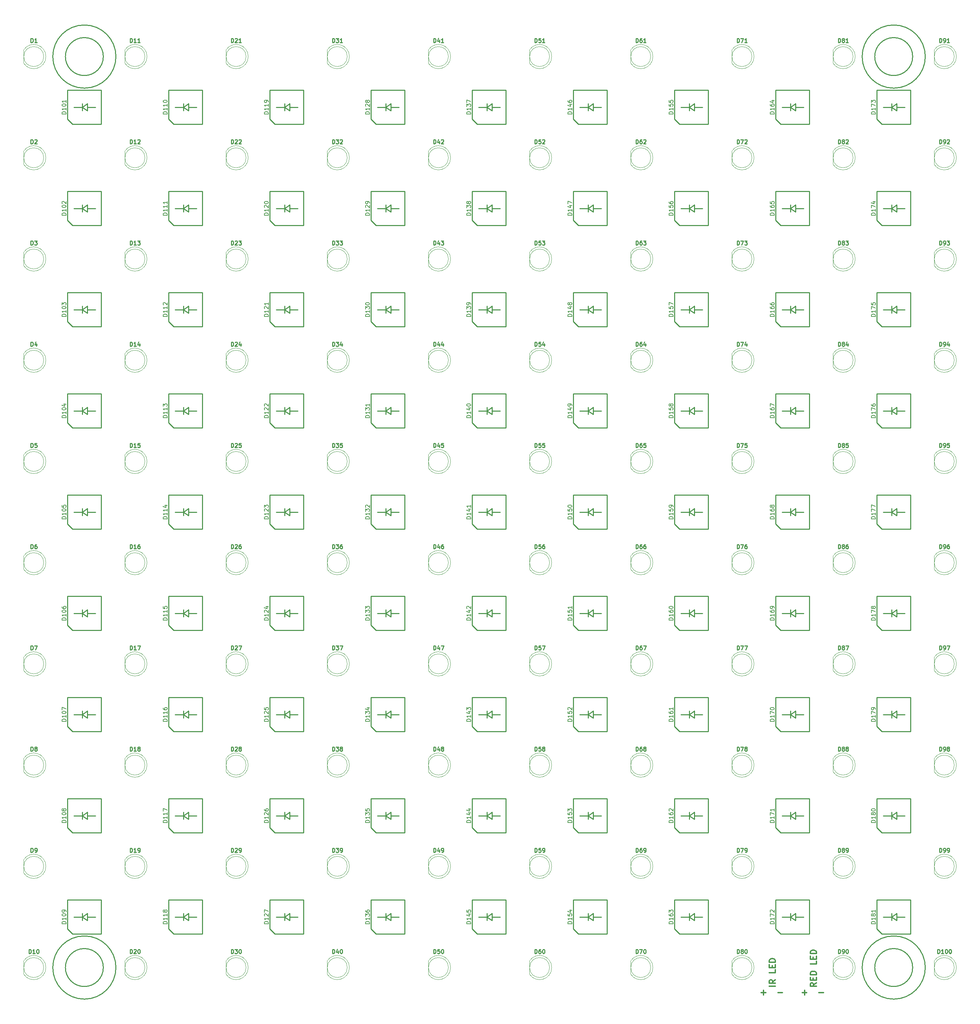
<source format=gbr>
G04 #@! TF.GenerationSoftware,KiCad,Pcbnew,5.1.2-f72e74a~84~ubuntu16.04.1*
G04 #@! TF.CreationDate,2019-10-21T15:23:02-07:00*
G04 #@! TF.ProjectId,dual_led_array,6475616c-5f6c-4656-945f-61727261792e,rev?*
G04 #@! TF.SameCoordinates,Original*
G04 #@! TF.FileFunction,Legend,Top*
G04 #@! TF.FilePolarity,Positive*
%FSLAX46Y46*%
G04 Gerber Fmt 4.6, Leading zero omitted, Abs format (unit mm)*
G04 Created by KiCad (PCBNEW 5.1.2-f72e74a~84~ubuntu16.04.1) date 2019-10-21 15:23:02*
%MOMM*%
%LPD*%
G04 APERTURE LIST*
%ADD10C,0.304800*%
%ADD11C,0.254000*%
%ADD12C,0.120000*%
%ADD13C,0.228600*%
%ADD14C,0.203200*%
G04 APERTURE END LIST*
D10*
X256420257Y-298381057D02*
X257581400Y-298381057D01*
X257000828Y-298961628D02*
X257000828Y-297800485D01*
X260629400Y-298381057D02*
X261790542Y-298381057D01*
X246107857Y-298381057D02*
X247269000Y-298381057D01*
X246688428Y-298961628D02*
X246688428Y-297800485D01*
X250317000Y-298381057D02*
X251478142Y-298381057D01*
X259972628Y-295931771D02*
X259246914Y-296439771D01*
X259972628Y-296802628D02*
X258448628Y-296802628D01*
X258448628Y-296222057D01*
X258521200Y-296076914D01*
X258593771Y-296004342D01*
X258738914Y-295931771D01*
X258956628Y-295931771D01*
X259101771Y-296004342D01*
X259174342Y-296076914D01*
X259246914Y-296222057D01*
X259246914Y-296802628D01*
X259174342Y-295278628D02*
X259174342Y-294770628D01*
X259972628Y-294552914D02*
X259972628Y-295278628D01*
X258448628Y-295278628D01*
X258448628Y-294552914D01*
X259972628Y-293899771D02*
X258448628Y-293899771D01*
X258448628Y-293536914D01*
X258521200Y-293319200D01*
X258666342Y-293174057D01*
X258811485Y-293101485D01*
X259101771Y-293028914D01*
X259319485Y-293028914D01*
X259609771Y-293101485D01*
X259754914Y-293174057D01*
X259900057Y-293319200D01*
X259972628Y-293536914D01*
X259972628Y-293899771D01*
X259972628Y-290488914D02*
X259972628Y-291214628D01*
X258448628Y-291214628D01*
X259174342Y-289980914D02*
X259174342Y-289472914D01*
X259972628Y-289255200D02*
X259972628Y-289980914D01*
X258448628Y-289980914D01*
X258448628Y-289255200D01*
X259972628Y-288602057D02*
X258448628Y-288602057D01*
X258448628Y-288239200D01*
X258521200Y-288021485D01*
X258666342Y-287876342D01*
X258811485Y-287803771D01*
X259101771Y-287731200D01*
X259319485Y-287731200D01*
X259609771Y-287803771D01*
X259754914Y-287876342D01*
X259900057Y-288021485D01*
X259972628Y-288239200D01*
X259972628Y-288602057D01*
X249685628Y-296780857D02*
X248161628Y-296780857D01*
X249685628Y-295184285D02*
X248959914Y-295692285D01*
X249685628Y-296055142D02*
X248161628Y-296055142D01*
X248161628Y-295474571D01*
X248234200Y-295329428D01*
X248306771Y-295256857D01*
X248451914Y-295184285D01*
X248669628Y-295184285D01*
X248814771Y-295256857D01*
X248887342Y-295329428D01*
X248959914Y-295474571D01*
X248959914Y-296055142D01*
X249685628Y-292644285D02*
X249685628Y-293370000D01*
X248161628Y-293370000D01*
X248887342Y-292136285D02*
X248887342Y-291628285D01*
X249685628Y-291410571D02*
X249685628Y-292136285D01*
X248161628Y-292136285D01*
X248161628Y-291410571D01*
X249685628Y-290757428D02*
X248161628Y-290757428D01*
X248161628Y-290394571D01*
X248234200Y-290176857D01*
X248379342Y-290031714D01*
X248524485Y-289959142D01*
X248814771Y-289886571D01*
X249032485Y-289886571D01*
X249322771Y-289959142D01*
X249467914Y-290031714D01*
X249613057Y-290176857D01*
X249685628Y-290394571D01*
X249685628Y-290757428D01*
D11*
X287324800Y-292100000D02*
G75*
G03X287324800Y-292100000I-7924800J0D01*
G01*
X284162500Y-292100000D02*
G75*
G03X284162500Y-292100000I-4762500J0D01*
G01*
X80962500Y-292100000D02*
G75*
G03X80962500Y-292100000I-4762500J0D01*
G01*
X84124800Y-292100000D02*
G75*
G03X84124800Y-292100000I-7924800J0D01*
G01*
X80962500Y-63500000D02*
G75*
G03X80962500Y-63500000I-4762500J0D01*
G01*
X84124800Y-63500000D02*
G75*
G03X84124800Y-63500000I-7924800J0D01*
G01*
X284162500Y-63500000D02*
G75*
G03X284162500Y-63500000I-4762500J0D01*
G01*
X287324800Y-63500000D02*
G75*
G03X287324800Y-63500000I-7924800J0D01*
G01*
D12*
X60940000Y-61860000D02*
X60940000Y-65140000D01*
X66000000Y-63500000D02*
G75*
G03X66000000Y-63500000I-2500000J0D01*
G01*
X66539999Y-63498042D02*
G75*
G02X60940000Y-65139512I-3039999J-1958D01*
G01*
X66539999Y-63501958D02*
G75*
G03X60940000Y-61860488I-3039999J1958D01*
G01*
X60940000Y-87260000D02*
X60940000Y-90540000D01*
X66000000Y-88900000D02*
G75*
G03X66000000Y-88900000I-2500000J0D01*
G01*
X66539999Y-88898042D02*
G75*
G02X60940000Y-90539512I-3039999J-1958D01*
G01*
X66539999Y-88901958D02*
G75*
G03X60940000Y-87260488I-3039999J1958D01*
G01*
X60940000Y-112660000D02*
X60940000Y-115940000D01*
X66000000Y-114300000D02*
G75*
G03X66000000Y-114300000I-2500000J0D01*
G01*
X66539999Y-114298042D02*
G75*
G02X60940000Y-115939512I-3039999J-1958D01*
G01*
X66539999Y-114301958D02*
G75*
G03X60940000Y-112660488I-3039999J1958D01*
G01*
X60940000Y-138060000D02*
X60940000Y-141340000D01*
X66000000Y-139700000D02*
G75*
G03X66000000Y-139700000I-2500000J0D01*
G01*
X66539999Y-139698042D02*
G75*
G02X60940000Y-141339512I-3039999J-1958D01*
G01*
X66539999Y-139701958D02*
G75*
G03X60940000Y-138060488I-3039999J1958D01*
G01*
X60940000Y-163460000D02*
X60940000Y-166740000D01*
X66000000Y-165100000D02*
G75*
G03X66000000Y-165100000I-2500000J0D01*
G01*
X66539999Y-165098042D02*
G75*
G02X60940000Y-166739512I-3039999J-1958D01*
G01*
X66539999Y-165101958D02*
G75*
G03X60940000Y-163460488I-3039999J1958D01*
G01*
X60940000Y-188860000D02*
X60940000Y-192140000D01*
X66000000Y-190500000D02*
G75*
G03X66000000Y-190500000I-2500000J0D01*
G01*
X66539999Y-190498042D02*
G75*
G02X60940000Y-192139512I-3039999J-1958D01*
G01*
X66539999Y-190501958D02*
G75*
G03X60940000Y-188860488I-3039999J1958D01*
G01*
X60940000Y-214260000D02*
X60940000Y-217540000D01*
X66000000Y-215900000D02*
G75*
G03X66000000Y-215900000I-2500000J0D01*
G01*
X66539999Y-215898042D02*
G75*
G02X60940000Y-217539512I-3039999J-1958D01*
G01*
X66539999Y-215901958D02*
G75*
G03X60940000Y-214260488I-3039999J1958D01*
G01*
X60940000Y-239660000D02*
X60940000Y-242940000D01*
X66000000Y-241300000D02*
G75*
G03X66000000Y-241300000I-2500000J0D01*
G01*
X66539999Y-241298042D02*
G75*
G02X60940000Y-242939512I-3039999J-1958D01*
G01*
X66539999Y-241301958D02*
G75*
G03X60940000Y-239660488I-3039999J1958D01*
G01*
X60940000Y-265060000D02*
X60940000Y-268340000D01*
X66000000Y-266700000D02*
G75*
G03X66000000Y-266700000I-2500000J0D01*
G01*
X66539999Y-266698042D02*
G75*
G02X60940000Y-268339512I-3039999J-1958D01*
G01*
X66539999Y-266701958D02*
G75*
G03X60940000Y-265060488I-3039999J1958D01*
G01*
X60940000Y-290460000D02*
X60940000Y-293740000D01*
X66000000Y-292100000D02*
G75*
G03X66000000Y-292100000I-2500000J0D01*
G01*
X66539999Y-292098042D02*
G75*
G02X60940000Y-293739512I-3039999J-1958D01*
G01*
X66539999Y-292101958D02*
G75*
G03X60940000Y-290460488I-3039999J1958D01*
G01*
X86340000Y-61860000D02*
X86340000Y-65140000D01*
X91400000Y-63500000D02*
G75*
G03X91400000Y-63500000I-2500000J0D01*
G01*
X91939999Y-63498042D02*
G75*
G02X86340000Y-65139512I-3039999J-1958D01*
G01*
X91939999Y-63501958D02*
G75*
G03X86340000Y-61860488I-3039999J1958D01*
G01*
X86340000Y-87260000D02*
X86340000Y-90540000D01*
X91400000Y-88900000D02*
G75*
G03X91400000Y-88900000I-2500000J0D01*
G01*
X91939999Y-88898042D02*
G75*
G02X86340000Y-90539512I-3039999J-1958D01*
G01*
X91939999Y-88901958D02*
G75*
G03X86340000Y-87260488I-3039999J1958D01*
G01*
X86340000Y-112660000D02*
X86340000Y-115940000D01*
X91400000Y-114300000D02*
G75*
G03X91400000Y-114300000I-2500000J0D01*
G01*
X91939999Y-114298042D02*
G75*
G02X86340000Y-115939512I-3039999J-1958D01*
G01*
X91939999Y-114301958D02*
G75*
G03X86340000Y-112660488I-3039999J1958D01*
G01*
X86340000Y-138060000D02*
X86340000Y-141340000D01*
X91400000Y-139700000D02*
G75*
G03X91400000Y-139700000I-2500000J0D01*
G01*
X91939999Y-139698042D02*
G75*
G02X86340000Y-141339512I-3039999J-1958D01*
G01*
X91939999Y-139701958D02*
G75*
G03X86340000Y-138060488I-3039999J1958D01*
G01*
X86340000Y-163460000D02*
X86340000Y-166740000D01*
X91400000Y-165100000D02*
G75*
G03X91400000Y-165100000I-2500000J0D01*
G01*
X91939999Y-165098042D02*
G75*
G02X86340000Y-166739512I-3039999J-1958D01*
G01*
X91939999Y-165101958D02*
G75*
G03X86340000Y-163460488I-3039999J1958D01*
G01*
X86340000Y-188860000D02*
X86340000Y-192140000D01*
X91400000Y-190500000D02*
G75*
G03X91400000Y-190500000I-2500000J0D01*
G01*
X91939999Y-190498042D02*
G75*
G02X86340000Y-192139512I-3039999J-1958D01*
G01*
X91939999Y-190501958D02*
G75*
G03X86340000Y-188860488I-3039999J1958D01*
G01*
X86340000Y-214260000D02*
X86340000Y-217540000D01*
X91400000Y-215900000D02*
G75*
G03X91400000Y-215900000I-2500000J0D01*
G01*
X91939999Y-215898042D02*
G75*
G02X86340000Y-217539512I-3039999J-1958D01*
G01*
X91939999Y-215901958D02*
G75*
G03X86340000Y-214260488I-3039999J1958D01*
G01*
X86340000Y-239660000D02*
X86340000Y-242940000D01*
X91400000Y-241300000D02*
G75*
G03X91400000Y-241300000I-2500000J0D01*
G01*
X91939999Y-241298042D02*
G75*
G02X86340000Y-242939512I-3039999J-1958D01*
G01*
X91939999Y-241301958D02*
G75*
G03X86340000Y-239660488I-3039999J1958D01*
G01*
X86340000Y-265060000D02*
X86340000Y-268340000D01*
X91400000Y-266700000D02*
G75*
G03X91400000Y-266700000I-2500000J0D01*
G01*
X91939999Y-266698042D02*
G75*
G02X86340000Y-268339512I-3039999J-1958D01*
G01*
X91939999Y-266701958D02*
G75*
G03X86340000Y-265060488I-3039999J1958D01*
G01*
X86340000Y-290460000D02*
X86340000Y-293740000D01*
X91400000Y-292100000D02*
G75*
G03X91400000Y-292100000I-2500000J0D01*
G01*
X91939999Y-292098042D02*
G75*
G02X86340000Y-293739512I-3039999J-1958D01*
G01*
X91939999Y-292101958D02*
G75*
G03X86340000Y-290460488I-3039999J1958D01*
G01*
X111740000Y-61860000D02*
X111740000Y-65140000D01*
X116800000Y-63500000D02*
G75*
G03X116800000Y-63500000I-2500000J0D01*
G01*
X117339999Y-63498042D02*
G75*
G02X111740000Y-65139512I-3039999J-1958D01*
G01*
X117339999Y-63501958D02*
G75*
G03X111740000Y-61860488I-3039999J1958D01*
G01*
X111740000Y-87260000D02*
X111740000Y-90540000D01*
X116800000Y-88900000D02*
G75*
G03X116800000Y-88900000I-2500000J0D01*
G01*
X117339999Y-88898042D02*
G75*
G02X111740000Y-90539512I-3039999J-1958D01*
G01*
X117339999Y-88901958D02*
G75*
G03X111740000Y-87260488I-3039999J1958D01*
G01*
X111740000Y-112660000D02*
X111740000Y-115940000D01*
X116800000Y-114300000D02*
G75*
G03X116800000Y-114300000I-2500000J0D01*
G01*
X117339999Y-114298042D02*
G75*
G02X111740000Y-115939512I-3039999J-1958D01*
G01*
X117339999Y-114301958D02*
G75*
G03X111740000Y-112660488I-3039999J1958D01*
G01*
X111740000Y-138060000D02*
X111740000Y-141340000D01*
X116800000Y-139700000D02*
G75*
G03X116800000Y-139700000I-2500000J0D01*
G01*
X117339999Y-139698042D02*
G75*
G02X111740000Y-141339512I-3039999J-1958D01*
G01*
X117339999Y-139701958D02*
G75*
G03X111740000Y-138060488I-3039999J1958D01*
G01*
X111740000Y-163460000D02*
X111740000Y-166740000D01*
X116800000Y-165100000D02*
G75*
G03X116800000Y-165100000I-2500000J0D01*
G01*
X117339999Y-165098042D02*
G75*
G02X111740000Y-166739512I-3039999J-1958D01*
G01*
X117339999Y-165101958D02*
G75*
G03X111740000Y-163460488I-3039999J1958D01*
G01*
X111740000Y-188860000D02*
X111740000Y-192140000D01*
X116800000Y-190500000D02*
G75*
G03X116800000Y-190500000I-2500000J0D01*
G01*
X117339999Y-190498042D02*
G75*
G02X111740000Y-192139512I-3039999J-1958D01*
G01*
X117339999Y-190501958D02*
G75*
G03X111740000Y-188860488I-3039999J1958D01*
G01*
X111740000Y-214260000D02*
X111740000Y-217540000D01*
X116800000Y-215900000D02*
G75*
G03X116800000Y-215900000I-2500000J0D01*
G01*
X117339999Y-215898042D02*
G75*
G02X111740000Y-217539512I-3039999J-1958D01*
G01*
X117339999Y-215901958D02*
G75*
G03X111740000Y-214260488I-3039999J1958D01*
G01*
X111740000Y-239660000D02*
X111740000Y-242940000D01*
X116800000Y-241300000D02*
G75*
G03X116800000Y-241300000I-2500000J0D01*
G01*
X117339999Y-241298042D02*
G75*
G02X111740000Y-242939512I-3039999J-1958D01*
G01*
X117339999Y-241301958D02*
G75*
G03X111740000Y-239660488I-3039999J1958D01*
G01*
X111740000Y-265060000D02*
X111740000Y-268340000D01*
X116800000Y-266700000D02*
G75*
G03X116800000Y-266700000I-2500000J0D01*
G01*
X117339999Y-266698042D02*
G75*
G02X111740000Y-268339512I-3039999J-1958D01*
G01*
X117339999Y-266701958D02*
G75*
G03X111740000Y-265060488I-3039999J1958D01*
G01*
X111740000Y-290460000D02*
X111740000Y-293740000D01*
X116800000Y-292100000D02*
G75*
G03X116800000Y-292100000I-2500000J0D01*
G01*
X117339999Y-292098042D02*
G75*
G02X111740000Y-293739512I-3039999J-1958D01*
G01*
X117339999Y-292101958D02*
G75*
G03X111740000Y-290460488I-3039999J1958D01*
G01*
X137140000Y-61860000D02*
X137140000Y-65140000D01*
X142200000Y-63500000D02*
G75*
G03X142200000Y-63500000I-2500000J0D01*
G01*
X142739999Y-63498042D02*
G75*
G02X137140000Y-65139512I-3039999J-1958D01*
G01*
X142739999Y-63501958D02*
G75*
G03X137140000Y-61860488I-3039999J1958D01*
G01*
X137140000Y-87260000D02*
X137140000Y-90540000D01*
X142200000Y-88900000D02*
G75*
G03X142200000Y-88900000I-2500000J0D01*
G01*
X142739999Y-88898042D02*
G75*
G02X137140000Y-90539512I-3039999J-1958D01*
G01*
X142739999Y-88901958D02*
G75*
G03X137140000Y-87260488I-3039999J1958D01*
G01*
X137140000Y-112660000D02*
X137140000Y-115940000D01*
X142200000Y-114300000D02*
G75*
G03X142200000Y-114300000I-2500000J0D01*
G01*
X142739999Y-114298042D02*
G75*
G02X137140000Y-115939512I-3039999J-1958D01*
G01*
X142739999Y-114301958D02*
G75*
G03X137140000Y-112660488I-3039999J1958D01*
G01*
X137140000Y-138060000D02*
X137140000Y-141340000D01*
X142200000Y-139700000D02*
G75*
G03X142200000Y-139700000I-2500000J0D01*
G01*
X142739999Y-139698042D02*
G75*
G02X137140000Y-141339512I-3039999J-1958D01*
G01*
X142739999Y-139701958D02*
G75*
G03X137140000Y-138060488I-3039999J1958D01*
G01*
X137140000Y-163460000D02*
X137140000Y-166740000D01*
X142200000Y-165100000D02*
G75*
G03X142200000Y-165100000I-2500000J0D01*
G01*
X142739999Y-165098042D02*
G75*
G02X137140000Y-166739512I-3039999J-1958D01*
G01*
X142739999Y-165101958D02*
G75*
G03X137140000Y-163460488I-3039999J1958D01*
G01*
X137140000Y-188860000D02*
X137140000Y-192140000D01*
X142200000Y-190500000D02*
G75*
G03X142200000Y-190500000I-2500000J0D01*
G01*
X142739999Y-190498042D02*
G75*
G02X137140000Y-192139512I-3039999J-1958D01*
G01*
X142739999Y-190501958D02*
G75*
G03X137140000Y-188860488I-3039999J1958D01*
G01*
X137140000Y-214260000D02*
X137140000Y-217540000D01*
X142200000Y-215900000D02*
G75*
G03X142200000Y-215900000I-2500000J0D01*
G01*
X142739999Y-215898042D02*
G75*
G02X137140000Y-217539512I-3039999J-1958D01*
G01*
X142739999Y-215901958D02*
G75*
G03X137140000Y-214260488I-3039999J1958D01*
G01*
X137140000Y-239660000D02*
X137140000Y-242940000D01*
X142200000Y-241300000D02*
G75*
G03X142200000Y-241300000I-2500000J0D01*
G01*
X142739999Y-241298042D02*
G75*
G02X137140000Y-242939512I-3039999J-1958D01*
G01*
X142739999Y-241301958D02*
G75*
G03X137140000Y-239660488I-3039999J1958D01*
G01*
X137140000Y-265060000D02*
X137140000Y-268340000D01*
X142200000Y-266700000D02*
G75*
G03X142200000Y-266700000I-2500000J0D01*
G01*
X142739999Y-266698042D02*
G75*
G02X137140000Y-268339512I-3039999J-1958D01*
G01*
X142739999Y-266701958D02*
G75*
G03X137140000Y-265060488I-3039999J1958D01*
G01*
X137140000Y-290460000D02*
X137140000Y-293740000D01*
X142200000Y-292100000D02*
G75*
G03X142200000Y-292100000I-2500000J0D01*
G01*
X142739999Y-292098042D02*
G75*
G02X137140000Y-293739512I-3039999J-1958D01*
G01*
X142739999Y-292101958D02*
G75*
G03X137140000Y-290460488I-3039999J1958D01*
G01*
X162540000Y-61860000D02*
X162540000Y-65140000D01*
X167600000Y-63500000D02*
G75*
G03X167600000Y-63500000I-2500000J0D01*
G01*
X168139999Y-63498042D02*
G75*
G02X162540000Y-65139512I-3039999J-1958D01*
G01*
X168139999Y-63501958D02*
G75*
G03X162540000Y-61860488I-3039999J1958D01*
G01*
X162540000Y-87260000D02*
X162540000Y-90540000D01*
X167600000Y-88900000D02*
G75*
G03X167600000Y-88900000I-2500000J0D01*
G01*
X168139999Y-88898042D02*
G75*
G02X162540000Y-90539512I-3039999J-1958D01*
G01*
X168139999Y-88901958D02*
G75*
G03X162540000Y-87260488I-3039999J1958D01*
G01*
X162540000Y-112660000D02*
X162540000Y-115940000D01*
X167600000Y-114300000D02*
G75*
G03X167600000Y-114300000I-2500000J0D01*
G01*
X168139999Y-114298042D02*
G75*
G02X162540000Y-115939512I-3039999J-1958D01*
G01*
X168139999Y-114301958D02*
G75*
G03X162540000Y-112660488I-3039999J1958D01*
G01*
X162540000Y-138060000D02*
X162540000Y-141340000D01*
X167600000Y-139700000D02*
G75*
G03X167600000Y-139700000I-2500000J0D01*
G01*
X168139999Y-139698042D02*
G75*
G02X162540000Y-141339512I-3039999J-1958D01*
G01*
X168139999Y-139701958D02*
G75*
G03X162540000Y-138060488I-3039999J1958D01*
G01*
X162540000Y-163460000D02*
X162540000Y-166740000D01*
X167600000Y-165100000D02*
G75*
G03X167600000Y-165100000I-2500000J0D01*
G01*
X168139999Y-165098042D02*
G75*
G02X162540000Y-166739512I-3039999J-1958D01*
G01*
X168139999Y-165101958D02*
G75*
G03X162540000Y-163460488I-3039999J1958D01*
G01*
X162540000Y-188860000D02*
X162540000Y-192140000D01*
X167600000Y-190500000D02*
G75*
G03X167600000Y-190500000I-2500000J0D01*
G01*
X168139999Y-190498042D02*
G75*
G02X162540000Y-192139512I-3039999J-1958D01*
G01*
X168139999Y-190501958D02*
G75*
G03X162540000Y-188860488I-3039999J1958D01*
G01*
X162540000Y-214260000D02*
X162540000Y-217540000D01*
X167600000Y-215900000D02*
G75*
G03X167600000Y-215900000I-2500000J0D01*
G01*
X168139999Y-215898042D02*
G75*
G02X162540000Y-217539512I-3039999J-1958D01*
G01*
X168139999Y-215901958D02*
G75*
G03X162540000Y-214260488I-3039999J1958D01*
G01*
X162540000Y-239660000D02*
X162540000Y-242940000D01*
X167600000Y-241300000D02*
G75*
G03X167600000Y-241300000I-2500000J0D01*
G01*
X168139999Y-241298042D02*
G75*
G02X162540000Y-242939512I-3039999J-1958D01*
G01*
X168139999Y-241301958D02*
G75*
G03X162540000Y-239660488I-3039999J1958D01*
G01*
X162540000Y-265060000D02*
X162540000Y-268340000D01*
X167600000Y-266700000D02*
G75*
G03X167600000Y-266700000I-2500000J0D01*
G01*
X168139999Y-266698042D02*
G75*
G02X162540000Y-268339512I-3039999J-1958D01*
G01*
X168139999Y-266701958D02*
G75*
G03X162540000Y-265060488I-3039999J1958D01*
G01*
X162540000Y-290460000D02*
X162540000Y-293740000D01*
X167600000Y-292100000D02*
G75*
G03X167600000Y-292100000I-2500000J0D01*
G01*
X168139999Y-292098042D02*
G75*
G02X162540000Y-293739512I-3039999J-1958D01*
G01*
X168139999Y-292101958D02*
G75*
G03X162540000Y-290460488I-3039999J1958D01*
G01*
X187940000Y-61860000D02*
X187940000Y-65140000D01*
X193000000Y-63500000D02*
G75*
G03X193000000Y-63500000I-2500000J0D01*
G01*
X193539999Y-63498042D02*
G75*
G02X187940000Y-65139512I-3039999J-1958D01*
G01*
X193539999Y-63501958D02*
G75*
G03X187940000Y-61860488I-3039999J1958D01*
G01*
X187940000Y-87260000D02*
X187940000Y-90540000D01*
X193000000Y-88900000D02*
G75*
G03X193000000Y-88900000I-2500000J0D01*
G01*
X193539999Y-88898042D02*
G75*
G02X187940000Y-90539512I-3039999J-1958D01*
G01*
X193539999Y-88901958D02*
G75*
G03X187940000Y-87260488I-3039999J1958D01*
G01*
X187940000Y-112660000D02*
X187940000Y-115940000D01*
X193000000Y-114300000D02*
G75*
G03X193000000Y-114300000I-2500000J0D01*
G01*
X193539999Y-114298042D02*
G75*
G02X187940000Y-115939512I-3039999J-1958D01*
G01*
X193539999Y-114301958D02*
G75*
G03X187940000Y-112660488I-3039999J1958D01*
G01*
X187940000Y-138060000D02*
X187940000Y-141340000D01*
X193000000Y-139700000D02*
G75*
G03X193000000Y-139700000I-2500000J0D01*
G01*
X193539999Y-139698042D02*
G75*
G02X187940000Y-141339512I-3039999J-1958D01*
G01*
X193539999Y-139701958D02*
G75*
G03X187940000Y-138060488I-3039999J1958D01*
G01*
X187940000Y-163460000D02*
X187940000Y-166740000D01*
X193000000Y-165100000D02*
G75*
G03X193000000Y-165100000I-2500000J0D01*
G01*
X193539999Y-165098042D02*
G75*
G02X187940000Y-166739512I-3039999J-1958D01*
G01*
X193539999Y-165101958D02*
G75*
G03X187940000Y-163460488I-3039999J1958D01*
G01*
X187940000Y-188860000D02*
X187940000Y-192140000D01*
X193000000Y-190500000D02*
G75*
G03X193000000Y-190500000I-2500000J0D01*
G01*
X193539999Y-190498042D02*
G75*
G02X187940000Y-192139512I-3039999J-1958D01*
G01*
X193539999Y-190501958D02*
G75*
G03X187940000Y-188860488I-3039999J1958D01*
G01*
X187940000Y-214260000D02*
X187940000Y-217540000D01*
X193000000Y-215900000D02*
G75*
G03X193000000Y-215900000I-2500000J0D01*
G01*
X193539999Y-215898042D02*
G75*
G02X187940000Y-217539512I-3039999J-1958D01*
G01*
X193539999Y-215901958D02*
G75*
G03X187940000Y-214260488I-3039999J1958D01*
G01*
X187940000Y-239660000D02*
X187940000Y-242940000D01*
X193000000Y-241300000D02*
G75*
G03X193000000Y-241300000I-2500000J0D01*
G01*
X193539999Y-241298042D02*
G75*
G02X187940000Y-242939512I-3039999J-1958D01*
G01*
X193539999Y-241301958D02*
G75*
G03X187940000Y-239660488I-3039999J1958D01*
G01*
X187940000Y-265060000D02*
X187940000Y-268340000D01*
X193000000Y-266700000D02*
G75*
G03X193000000Y-266700000I-2500000J0D01*
G01*
X193539999Y-266698042D02*
G75*
G02X187940000Y-268339512I-3039999J-1958D01*
G01*
X193539999Y-266701958D02*
G75*
G03X187940000Y-265060488I-3039999J1958D01*
G01*
X187940000Y-290460000D02*
X187940000Y-293740000D01*
X193000000Y-292100000D02*
G75*
G03X193000000Y-292100000I-2500000J0D01*
G01*
X193539999Y-292098042D02*
G75*
G02X187940000Y-293739512I-3039999J-1958D01*
G01*
X193539999Y-292101958D02*
G75*
G03X187940000Y-290460488I-3039999J1958D01*
G01*
X213340000Y-61860000D02*
X213340000Y-65140000D01*
X218400000Y-63500000D02*
G75*
G03X218400000Y-63500000I-2500000J0D01*
G01*
X218939999Y-63498042D02*
G75*
G02X213340000Y-65139512I-3039999J-1958D01*
G01*
X218939999Y-63501958D02*
G75*
G03X213340000Y-61860488I-3039999J1958D01*
G01*
X213340000Y-87260000D02*
X213340000Y-90540000D01*
X218400000Y-88900000D02*
G75*
G03X218400000Y-88900000I-2500000J0D01*
G01*
X218939999Y-88898042D02*
G75*
G02X213340000Y-90539512I-3039999J-1958D01*
G01*
X218939999Y-88901958D02*
G75*
G03X213340000Y-87260488I-3039999J1958D01*
G01*
X213340000Y-112660000D02*
X213340000Y-115940000D01*
X218400000Y-114300000D02*
G75*
G03X218400000Y-114300000I-2500000J0D01*
G01*
X218939999Y-114298042D02*
G75*
G02X213340000Y-115939512I-3039999J-1958D01*
G01*
X218939999Y-114301958D02*
G75*
G03X213340000Y-112660488I-3039999J1958D01*
G01*
X213340000Y-138060000D02*
X213340000Y-141340000D01*
X218400000Y-139700000D02*
G75*
G03X218400000Y-139700000I-2500000J0D01*
G01*
X218939999Y-139698042D02*
G75*
G02X213340000Y-141339512I-3039999J-1958D01*
G01*
X218939999Y-139701958D02*
G75*
G03X213340000Y-138060488I-3039999J1958D01*
G01*
X213340000Y-163460000D02*
X213340000Y-166740000D01*
X218400000Y-165100000D02*
G75*
G03X218400000Y-165100000I-2500000J0D01*
G01*
X218939999Y-165098042D02*
G75*
G02X213340000Y-166739512I-3039999J-1958D01*
G01*
X218939999Y-165101958D02*
G75*
G03X213340000Y-163460488I-3039999J1958D01*
G01*
X213340000Y-188860000D02*
X213340000Y-192140000D01*
X218400000Y-190500000D02*
G75*
G03X218400000Y-190500000I-2500000J0D01*
G01*
X218939999Y-190498042D02*
G75*
G02X213340000Y-192139512I-3039999J-1958D01*
G01*
X218939999Y-190501958D02*
G75*
G03X213340000Y-188860488I-3039999J1958D01*
G01*
X213340000Y-214260000D02*
X213340000Y-217540000D01*
X218400000Y-215900000D02*
G75*
G03X218400000Y-215900000I-2500000J0D01*
G01*
X218939999Y-215898042D02*
G75*
G02X213340000Y-217539512I-3039999J-1958D01*
G01*
X218939999Y-215901958D02*
G75*
G03X213340000Y-214260488I-3039999J1958D01*
G01*
X213340000Y-239660000D02*
X213340000Y-242940000D01*
X218400000Y-241300000D02*
G75*
G03X218400000Y-241300000I-2500000J0D01*
G01*
X218939999Y-241298042D02*
G75*
G02X213340000Y-242939512I-3039999J-1958D01*
G01*
X218939999Y-241301958D02*
G75*
G03X213340000Y-239660488I-3039999J1958D01*
G01*
X213340000Y-265060000D02*
X213340000Y-268340000D01*
X218400000Y-266700000D02*
G75*
G03X218400000Y-266700000I-2500000J0D01*
G01*
X218939999Y-266698042D02*
G75*
G02X213340000Y-268339512I-3039999J-1958D01*
G01*
X218939999Y-266701958D02*
G75*
G03X213340000Y-265060488I-3039999J1958D01*
G01*
X213340000Y-290460000D02*
X213340000Y-293740000D01*
X218400000Y-292100000D02*
G75*
G03X218400000Y-292100000I-2500000J0D01*
G01*
X218939999Y-292098042D02*
G75*
G02X213340000Y-293739512I-3039999J-1958D01*
G01*
X218939999Y-292101958D02*
G75*
G03X213340000Y-290460488I-3039999J1958D01*
G01*
X238740000Y-61860000D02*
X238740000Y-65140000D01*
X243800000Y-63500000D02*
G75*
G03X243800000Y-63500000I-2500000J0D01*
G01*
X244339999Y-63498042D02*
G75*
G02X238740000Y-65139512I-3039999J-1958D01*
G01*
X244339999Y-63501958D02*
G75*
G03X238740000Y-61860488I-3039999J1958D01*
G01*
X238740000Y-87260000D02*
X238740000Y-90540000D01*
X243800000Y-88900000D02*
G75*
G03X243800000Y-88900000I-2500000J0D01*
G01*
X244339999Y-88898042D02*
G75*
G02X238740000Y-90539512I-3039999J-1958D01*
G01*
X244339999Y-88901958D02*
G75*
G03X238740000Y-87260488I-3039999J1958D01*
G01*
X238740000Y-112660000D02*
X238740000Y-115940000D01*
X243800000Y-114300000D02*
G75*
G03X243800000Y-114300000I-2500000J0D01*
G01*
X244339999Y-114298042D02*
G75*
G02X238740000Y-115939512I-3039999J-1958D01*
G01*
X244339999Y-114301958D02*
G75*
G03X238740000Y-112660488I-3039999J1958D01*
G01*
X238740000Y-138060000D02*
X238740000Y-141340000D01*
X243800000Y-139700000D02*
G75*
G03X243800000Y-139700000I-2500000J0D01*
G01*
X244339999Y-139698042D02*
G75*
G02X238740000Y-141339512I-3039999J-1958D01*
G01*
X244339999Y-139701958D02*
G75*
G03X238740000Y-138060488I-3039999J1958D01*
G01*
X238740000Y-163460000D02*
X238740000Y-166740000D01*
X243800000Y-165100000D02*
G75*
G03X243800000Y-165100000I-2500000J0D01*
G01*
X244339999Y-165098042D02*
G75*
G02X238740000Y-166739512I-3039999J-1958D01*
G01*
X244339999Y-165101958D02*
G75*
G03X238740000Y-163460488I-3039999J1958D01*
G01*
X238740000Y-188860000D02*
X238740000Y-192140000D01*
X243800000Y-190500000D02*
G75*
G03X243800000Y-190500000I-2500000J0D01*
G01*
X244339999Y-190498042D02*
G75*
G02X238740000Y-192139512I-3039999J-1958D01*
G01*
X244339999Y-190501958D02*
G75*
G03X238740000Y-188860488I-3039999J1958D01*
G01*
X238740000Y-214260000D02*
X238740000Y-217540000D01*
X243800000Y-215900000D02*
G75*
G03X243800000Y-215900000I-2500000J0D01*
G01*
X244339999Y-215898042D02*
G75*
G02X238740000Y-217539512I-3039999J-1958D01*
G01*
X244339999Y-215901958D02*
G75*
G03X238740000Y-214260488I-3039999J1958D01*
G01*
X238740000Y-239660000D02*
X238740000Y-242940000D01*
X243800000Y-241300000D02*
G75*
G03X243800000Y-241300000I-2500000J0D01*
G01*
X244339999Y-241298042D02*
G75*
G02X238740000Y-242939512I-3039999J-1958D01*
G01*
X244339999Y-241301958D02*
G75*
G03X238740000Y-239660488I-3039999J1958D01*
G01*
X238740000Y-265060000D02*
X238740000Y-268340000D01*
X243800000Y-266700000D02*
G75*
G03X243800000Y-266700000I-2500000J0D01*
G01*
X244339999Y-266698042D02*
G75*
G02X238740000Y-268339512I-3039999J-1958D01*
G01*
X244339999Y-266701958D02*
G75*
G03X238740000Y-265060488I-3039999J1958D01*
G01*
X238740000Y-290460000D02*
X238740000Y-293740000D01*
X243800000Y-292100000D02*
G75*
G03X243800000Y-292100000I-2500000J0D01*
G01*
X244339999Y-292098042D02*
G75*
G02X238740000Y-293739512I-3039999J-1958D01*
G01*
X244339999Y-292101958D02*
G75*
G03X238740000Y-290460488I-3039999J1958D01*
G01*
X264140000Y-61860000D02*
X264140000Y-65140000D01*
X269200000Y-63500000D02*
G75*
G03X269200000Y-63500000I-2500000J0D01*
G01*
X269739999Y-63498042D02*
G75*
G02X264140000Y-65139512I-3039999J-1958D01*
G01*
X269739999Y-63501958D02*
G75*
G03X264140000Y-61860488I-3039999J1958D01*
G01*
X264140000Y-87260000D02*
X264140000Y-90540000D01*
X269200000Y-88900000D02*
G75*
G03X269200000Y-88900000I-2500000J0D01*
G01*
X269739999Y-88898042D02*
G75*
G02X264140000Y-90539512I-3039999J-1958D01*
G01*
X269739999Y-88901958D02*
G75*
G03X264140000Y-87260488I-3039999J1958D01*
G01*
X264140000Y-112660000D02*
X264140000Y-115940000D01*
X269200000Y-114300000D02*
G75*
G03X269200000Y-114300000I-2500000J0D01*
G01*
X269739999Y-114298042D02*
G75*
G02X264140000Y-115939512I-3039999J-1958D01*
G01*
X269739999Y-114301958D02*
G75*
G03X264140000Y-112660488I-3039999J1958D01*
G01*
X264140000Y-138060000D02*
X264140000Y-141340000D01*
X269200000Y-139700000D02*
G75*
G03X269200000Y-139700000I-2500000J0D01*
G01*
X269739999Y-139698042D02*
G75*
G02X264140000Y-141339512I-3039999J-1958D01*
G01*
X269739999Y-139701958D02*
G75*
G03X264140000Y-138060488I-3039999J1958D01*
G01*
X264140000Y-163460000D02*
X264140000Y-166740000D01*
X269200000Y-165100000D02*
G75*
G03X269200000Y-165100000I-2500000J0D01*
G01*
X269739999Y-165098042D02*
G75*
G02X264140000Y-166739512I-3039999J-1958D01*
G01*
X269739999Y-165101958D02*
G75*
G03X264140000Y-163460488I-3039999J1958D01*
G01*
X264140000Y-188860000D02*
X264140000Y-192140000D01*
X269200000Y-190500000D02*
G75*
G03X269200000Y-190500000I-2500000J0D01*
G01*
X269739999Y-190498042D02*
G75*
G02X264140000Y-192139512I-3039999J-1958D01*
G01*
X269739999Y-190501958D02*
G75*
G03X264140000Y-188860488I-3039999J1958D01*
G01*
X264140000Y-214260000D02*
X264140000Y-217540000D01*
X269200000Y-215900000D02*
G75*
G03X269200000Y-215900000I-2500000J0D01*
G01*
X269739999Y-215898042D02*
G75*
G02X264140000Y-217539512I-3039999J-1958D01*
G01*
X269739999Y-215901958D02*
G75*
G03X264140000Y-214260488I-3039999J1958D01*
G01*
X264140000Y-239660000D02*
X264140000Y-242940000D01*
X269200000Y-241300000D02*
G75*
G03X269200000Y-241300000I-2500000J0D01*
G01*
X269739999Y-241298042D02*
G75*
G02X264140000Y-242939512I-3039999J-1958D01*
G01*
X269739999Y-241301958D02*
G75*
G03X264140000Y-239660488I-3039999J1958D01*
G01*
X264140000Y-265060000D02*
X264140000Y-268340000D01*
X269200000Y-266700000D02*
G75*
G03X269200000Y-266700000I-2500000J0D01*
G01*
X269739999Y-266698042D02*
G75*
G02X264140000Y-268339512I-3039999J-1958D01*
G01*
X269739999Y-266701958D02*
G75*
G03X264140000Y-265060488I-3039999J1958D01*
G01*
X264140000Y-290460000D02*
X264140000Y-293740000D01*
X269200000Y-292100000D02*
G75*
G03X269200000Y-292100000I-2500000J0D01*
G01*
X269739999Y-292098042D02*
G75*
G02X264140000Y-293739512I-3039999J-1958D01*
G01*
X269739999Y-292101958D02*
G75*
G03X264140000Y-290460488I-3039999J1958D01*
G01*
X289540000Y-61860000D02*
X289540000Y-65140000D01*
X294600000Y-63500000D02*
G75*
G03X294600000Y-63500000I-2500000J0D01*
G01*
X295139999Y-63498042D02*
G75*
G02X289540000Y-65139512I-3039999J-1958D01*
G01*
X295139999Y-63501958D02*
G75*
G03X289540000Y-61860488I-3039999J1958D01*
G01*
X289540000Y-87260000D02*
X289540000Y-90540000D01*
X294600000Y-88900000D02*
G75*
G03X294600000Y-88900000I-2500000J0D01*
G01*
X295139999Y-88898042D02*
G75*
G02X289540000Y-90539512I-3039999J-1958D01*
G01*
X295139999Y-88901958D02*
G75*
G03X289540000Y-87260488I-3039999J1958D01*
G01*
X289540000Y-112660000D02*
X289540000Y-115940000D01*
X294600000Y-114300000D02*
G75*
G03X294600000Y-114300000I-2500000J0D01*
G01*
X295139999Y-114298042D02*
G75*
G02X289540000Y-115939512I-3039999J-1958D01*
G01*
X295139999Y-114301958D02*
G75*
G03X289540000Y-112660488I-3039999J1958D01*
G01*
X289540000Y-138060000D02*
X289540000Y-141340000D01*
X294600000Y-139700000D02*
G75*
G03X294600000Y-139700000I-2500000J0D01*
G01*
X295139999Y-139698042D02*
G75*
G02X289540000Y-141339512I-3039999J-1958D01*
G01*
X295139999Y-139701958D02*
G75*
G03X289540000Y-138060488I-3039999J1958D01*
G01*
X289540000Y-163460000D02*
X289540000Y-166740000D01*
X294600000Y-165100000D02*
G75*
G03X294600000Y-165100000I-2500000J0D01*
G01*
X295139999Y-165098042D02*
G75*
G02X289540000Y-166739512I-3039999J-1958D01*
G01*
X295139999Y-165101958D02*
G75*
G03X289540000Y-163460488I-3039999J1958D01*
G01*
X289540000Y-188860000D02*
X289540000Y-192140000D01*
X294600000Y-190500000D02*
G75*
G03X294600000Y-190500000I-2500000J0D01*
G01*
X295139999Y-190498042D02*
G75*
G02X289540000Y-192139512I-3039999J-1958D01*
G01*
X295139999Y-190501958D02*
G75*
G03X289540000Y-188860488I-3039999J1958D01*
G01*
X289540000Y-214260000D02*
X289540000Y-217540000D01*
X294600000Y-215900000D02*
G75*
G03X294600000Y-215900000I-2500000J0D01*
G01*
X295139999Y-215898042D02*
G75*
G02X289540000Y-217539512I-3039999J-1958D01*
G01*
X295139999Y-215901958D02*
G75*
G03X289540000Y-214260488I-3039999J1958D01*
G01*
X289540000Y-239660000D02*
X289540000Y-242940000D01*
X294600000Y-241300000D02*
G75*
G03X294600000Y-241300000I-2500000J0D01*
G01*
X295139999Y-241298042D02*
G75*
G02X289540000Y-242939512I-3039999J-1958D01*
G01*
X295139999Y-241301958D02*
G75*
G03X289540000Y-239660488I-3039999J1958D01*
G01*
X289540000Y-265060000D02*
X289540000Y-268340000D01*
X294600000Y-266700000D02*
G75*
G03X294600000Y-266700000I-2500000J0D01*
G01*
X295139999Y-266698042D02*
G75*
G02X289540000Y-268339512I-3039999J-1958D01*
G01*
X295139999Y-266701958D02*
G75*
G03X289540000Y-265060488I-3039999J1958D01*
G01*
X289540000Y-290460000D02*
X289540000Y-293740000D01*
X294600000Y-292100000D02*
G75*
G03X294600000Y-292100000I-2500000J0D01*
G01*
X295139999Y-292098042D02*
G75*
G02X289540000Y-293739512I-3039999J-1958D01*
G01*
X295139999Y-292101958D02*
G75*
G03X289540000Y-290460488I-3039999J1958D01*
G01*
D11*
X73200000Y-80450000D02*
X76200000Y-80450000D01*
X71950000Y-71950000D02*
X71950000Y-79200000D01*
X71950000Y-79200000D02*
X73200000Y-80450000D01*
X80450000Y-71950000D02*
X71950000Y-71950000D01*
X80450000Y-80450000D02*
X80450000Y-71950000D01*
X76200000Y-80450000D02*
X80450000Y-80450000D01*
X75692000Y-75311000D02*
X75692000Y-77089000D01*
X76962000Y-77089000D02*
X75692000Y-76200000D01*
X76962000Y-75311000D02*
X76962000Y-77089000D01*
X75692000Y-76200000D02*
X76962000Y-75311000D01*
X76962000Y-76200000D02*
X78994000Y-76200000D01*
X75692000Y-76200000D02*
X73533000Y-76200000D01*
X73200000Y-105850000D02*
X76200000Y-105850000D01*
X71950000Y-97350000D02*
X71950000Y-104600000D01*
X71950000Y-104600000D02*
X73200000Y-105850000D01*
X80450000Y-97350000D02*
X71950000Y-97350000D01*
X80450000Y-105850000D02*
X80450000Y-97350000D01*
X76200000Y-105850000D02*
X80450000Y-105850000D01*
X75692000Y-100711000D02*
X75692000Y-102489000D01*
X76962000Y-102489000D02*
X75692000Y-101600000D01*
X76962000Y-100711000D02*
X76962000Y-102489000D01*
X75692000Y-101600000D02*
X76962000Y-100711000D01*
X76962000Y-101600000D02*
X78994000Y-101600000D01*
X75692000Y-101600000D02*
X73533000Y-101600000D01*
X73200000Y-131250000D02*
X76200000Y-131250000D01*
X71950000Y-122750000D02*
X71950000Y-130000000D01*
X71950000Y-130000000D02*
X73200000Y-131250000D01*
X80450000Y-122750000D02*
X71950000Y-122750000D01*
X80450000Y-131250000D02*
X80450000Y-122750000D01*
X76200000Y-131250000D02*
X80450000Y-131250000D01*
X75692000Y-126111000D02*
X75692000Y-127889000D01*
X76962000Y-127889000D02*
X75692000Y-127000000D01*
X76962000Y-126111000D02*
X76962000Y-127889000D01*
X75692000Y-127000000D02*
X76962000Y-126111000D01*
X76962000Y-127000000D02*
X78994000Y-127000000D01*
X75692000Y-127000000D02*
X73533000Y-127000000D01*
X73200000Y-156650000D02*
X76200000Y-156650000D01*
X71950000Y-148150000D02*
X71950000Y-155400000D01*
X71950000Y-155400000D02*
X73200000Y-156650000D01*
X80450000Y-148150000D02*
X71950000Y-148150000D01*
X80450000Y-156650000D02*
X80450000Y-148150000D01*
X76200000Y-156650000D02*
X80450000Y-156650000D01*
X75692000Y-151511000D02*
X75692000Y-153289000D01*
X76962000Y-153289000D02*
X75692000Y-152400000D01*
X76962000Y-151511000D02*
X76962000Y-153289000D01*
X75692000Y-152400000D02*
X76962000Y-151511000D01*
X76962000Y-152400000D02*
X78994000Y-152400000D01*
X75692000Y-152400000D02*
X73533000Y-152400000D01*
X73200000Y-182050000D02*
X76200000Y-182050000D01*
X71950000Y-173550000D02*
X71950000Y-180800000D01*
X71950000Y-180800000D02*
X73200000Y-182050000D01*
X80450000Y-173550000D02*
X71950000Y-173550000D01*
X80450000Y-182050000D02*
X80450000Y-173550000D01*
X76200000Y-182050000D02*
X80450000Y-182050000D01*
X75692000Y-176911000D02*
X75692000Y-178689000D01*
X76962000Y-178689000D02*
X75692000Y-177800000D01*
X76962000Y-176911000D02*
X76962000Y-178689000D01*
X75692000Y-177800000D02*
X76962000Y-176911000D01*
X76962000Y-177800000D02*
X78994000Y-177800000D01*
X75692000Y-177800000D02*
X73533000Y-177800000D01*
X73200000Y-207450000D02*
X76200000Y-207450000D01*
X71950000Y-198950000D02*
X71950000Y-206200000D01*
X71950000Y-206200000D02*
X73200000Y-207450000D01*
X80450000Y-198950000D02*
X71950000Y-198950000D01*
X80450000Y-207450000D02*
X80450000Y-198950000D01*
X76200000Y-207450000D02*
X80450000Y-207450000D01*
X75692000Y-202311000D02*
X75692000Y-204089000D01*
X76962000Y-204089000D02*
X75692000Y-203200000D01*
X76962000Y-202311000D02*
X76962000Y-204089000D01*
X75692000Y-203200000D02*
X76962000Y-202311000D01*
X76962000Y-203200000D02*
X78994000Y-203200000D01*
X75692000Y-203200000D02*
X73533000Y-203200000D01*
X73200000Y-232850000D02*
X76200000Y-232850000D01*
X71950000Y-224350000D02*
X71950000Y-231600000D01*
X71950000Y-231600000D02*
X73200000Y-232850000D01*
X80450000Y-224350000D02*
X71950000Y-224350000D01*
X80450000Y-232850000D02*
X80450000Y-224350000D01*
X76200000Y-232850000D02*
X80450000Y-232850000D01*
X75692000Y-227711000D02*
X75692000Y-229489000D01*
X76962000Y-229489000D02*
X75692000Y-228600000D01*
X76962000Y-227711000D02*
X76962000Y-229489000D01*
X75692000Y-228600000D02*
X76962000Y-227711000D01*
X76962000Y-228600000D02*
X78994000Y-228600000D01*
X75692000Y-228600000D02*
X73533000Y-228600000D01*
X73200000Y-258250000D02*
X76200000Y-258250000D01*
X71950000Y-249750000D02*
X71950000Y-257000000D01*
X71950000Y-257000000D02*
X73200000Y-258250000D01*
X80450000Y-249750000D02*
X71950000Y-249750000D01*
X80450000Y-258250000D02*
X80450000Y-249750000D01*
X76200000Y-258250000D02*
X80450000Y-258250000D01*
X75692000Y-253111000D02*
X75692000Y-254889000D01*
X76962000Y-254889000D02*
X75692000Y-254000000D01*
X76962000Y-253111000D02*
X76962000Y-254889000D01*
X75692000Y-254000000D02*
X76962000Y-253111000D01*
X76962000Y-254000000D02*
X78994000Y-254000000D01*
X75692000Y-254000000D02*
X73533000Y-254000000D01*
X73200000Y-283650000D02*
X76200000Y-283650000D01*
X71950000Y-275150000D02*
X71950000Y-282400000D01*
X71950000Y-282400000D02*
X73200000Y-283650000D01*
X80450000Y-275150000D02*
X71950000Y-275150000D01*
X80450000Y-283650000D02*
X80450000Y-275150000D01*
X76200000Y-283650000D02*
X80450000Y-283650000D01*
X75692000Y-278511000D02*
X75692000Y-280289000D01*
X76962000Y-280289000D02*
X75692000Y-279400000D01*
X76962000Y-278511000D02*
X76962000Y-280289000D01*
X75692000Y-279400000D02*
X76962000Y-278511000D01*
X76962000Y-279400000D02*
X78994000Y-279400000D01*
X75692000Y-279400000D02*
X73533000Y-279400000D01*
X98600000Y-80450000D02*
X101600000Y-80450000D01*
X97350000Y-71950000D02*
X97350000Y-79200000D01*
X97350000Y-79200000D02*
X98600000Y-80450000D01*
X105850000Y-71950000D02*
X97350000Y-71950000D01*
X105850000Y-80450000D02*
X105850000Y-71950000D01*
X101600000Y-80450000D02*
X105850000Y-80450000D01*
X101092000Y-75311000D02*
X101092000Y-77089000D01*
X102362000Y-77089000D02*
X101092000Y-76200000D01*
X102362000Y-75311000D02*
X102362000Y-77089000D01*
X101092000Y-76200000D02*
X102362000Y-75311000D01*
X102362000Y-76200000D02*
X104394000Y-76200000D01*
X101092000Y-76200000D02*
X98933000Y-76200000D01*
X98600000Y-105850000D02*
X101600000Y-105850000D01*
X97350000Y-97350000D02*
X97350000Y-104600000D01*
X97350000Y-104600000D02*
X98600000Y-105850000D01*
X105850000Y-97350000D02*
X97350000Y-97350000D01*
X105850000Y-105850000D02*
X105850000Y-97350000D01*
X101600000Y-105850000D02*
X105850000Y-105850000D01*
X101092000Y-100711000D02*
X101092000Y-102489000D01*
X102362000Y-102489000D02*
X101092000Y-101600000D01*
X102362000Y-100711000D02*
X102362000Y-102489000D01*
X101092000Y-101600000D02*
X102362000Y-100711000D01*
X102362000Y-101600000D02*
X104394000Y-101600000D01*
X101092000Y-101600000D02*
X98933000Y-101600000D01*
X98600000Y-131250000D02*
X101600000Y-131250000D01*
X97350000Y-122750000D02*
X97350000Y-130000000D01*
X97350000Y-130000000D02*
X98600000Y-131250000D01*
X105850000Y-122750000D02*
X97350000Y-122750000D01*
X105850000Y-131250000D02*
X105850000Y-122750000D01*
X101600000Y-131250000D02*
X105850000Y-131250000D01*
X101092000Y-126111000D02*
X101092000Y-127889000D01*
X102362000Y-127889000D02*
X101092000Y-127000000D01*
X102362000Y-126111000D02*
X102362000Y-127889000D01*
X101092000Y-127000000D02*
X102362000Y-126111000D01*
X102362000Y-127000000D02*
X104394000Y-127000000D01*
X101092000Y-127000000D02*
X98933000Y-127000000D01*
X98600000Y-156650000D02*
X101600000Y-156650000D01*
X97350000Y-148150000D02*
X97350000Y-155400000D01*
X97350000Y-155400000D02*
X98600000Y-156650000D01*
X105850000Y-148150000D02*
X97350000Y-148150000D01*
X105850000Y-156650000D02*
X105850000Y-148150000D01*
X101600000Y-156650000D02*
X105850000Y-156650000D01*
X101092000Y-151511000D02*
X101092000Y-153289000D01*
X102362000Y-153289000D02*
X101092000Y-152400000D01*
X102362000Y-151511000D02*
X102362000Y-153289000D01*
X101092000Y-152400000D02*
X102362000Y-151511000D01*
X102362000Y-152400000D02*
X104394000Y-152400000D01*
X101092000Y-152400000D02*
X98933000Y-152400000D01*
X98600000Y-182050000D02*
X101600000Y-182050000D01*
X97350000Y-173550000D02*
X97350000Y-180800000D01*
X97350000Y-180800000D02*
X98600000Y-182050000D01*
X105850000Y-173550000D02*
X97350000Y-173550000D01*
X105850000Y-182050000D02*
X105850000Y-173550000D01*
X101600000Y-182050000D02*
X105850000Y-182050000D01*
X101092000Y-176911000D02*
X101092000Y-178689000D01*
X102362000Y-178689000D02*
X101092000Y-177800000D01*
X102362000Y-176911000D02*
X102362000Y-178689000D01*
X101092000Y-177800000D02*
X102362000Y-176911000D01*
X102362000Y-177800000D02*
X104394000Y-177800000D01*
X101092000Y-177800000D02*
X98933000Y-177800000D01*
X98600000Y-207450000D02*
X101600000Y-207450000D01*
X97350000Y-198950000D02*
X97350000Y-206200000D01*
X97350000Y-206200000D02*
X98600000Y-207450000D01*
X105850000Y-198950000D02*
X97350000Y-198950000D01*
X105850000Y-207450000D02*
X105850000Y-198950000D01*
X101600000Y-207450000D02*
X105850000Y-207450000D01*
X101092000Y-202311000D02*
X101092000Y-204089000D01*
X102362000Y-204089000D02*
X101092000Y-203200000D01*
X102362000Y-202311000D02*
X102362000Y-204089000D01*
X101092000Y-203200000D02*
X102362000Y-202311000D01*
X102362000Y-203200000D02*
X104394000Y-203200000D01*
X101092000Y-203200000D02*
X98933000Y-203200000D01*
X98600000Y-232850000D02*
X101600000Y-232850000D01*
X97350000Y-224350000D02*
X97350000Y-231600000D01*
X97350000Y-231600000D02*
X98600000Y-232850000D01*
X105850000Y-224350000D02*
X97350000Y-224350000D01*
X105850000Y-232850000D02*
X105850000Y-224350000D01*
X101600000Y-232850000D02*
X105850000Y-232850000D01*
X101092000Y-227711000D02*
X101092000Y-229489000D01*
X102362000Y-229489000D02*
X101092000Y-228600000D01*
X102362000Y-227711000D02*
X102362000Y-229489000D01*
X101092000Y-228600000D02*
X102362000Y-227711000D01*
X102362000Y-228600000D02*
X104394000Y-228600000D01*
X101092000Y-228600000D02*
X98933000Y-228600000D01*
X98600000Y-258250000D02*
X101600000Y-258250000D01*
X97350000Y-249750000D02*
X97350000Y-257000000D01*
X97350000Y-257000000D02*
X98600000Y-258250000D01*
X105850000Y-249750000D02*
X97350000Y-249750000D01*
X105850000Y-258250000D02*
X105850000Y-249750000D01*
X101600000Y-258250000D02*
X105850000Y-258250000D01*
X101092000Y-253111000D02*
X101092000Y-254889000D01*
X102362000Y-254889000D02*
X101092000Y-254000000D01*
X102362000Y-253111000D02*
X102362000Y-254889000D01*
X101092000Y-254000000D02*
X102362000Y-253111000D01*
X102362000Y-254000000D02*
X104394000Y-254000000D01*
X101092000Y-254000000D02*
X98933000Y-254000000D01*
X98600000Y-283650000D02*
X101600000Y-283650000D01*
X97350000Y-275150000D02*
X97350000Y-282400000D01*
X97350000Y-282400000D02*
X98600000Y-283650000D01*
X105850000Y-275150000D02*
X97350000Y-275150000D01*
X105850000Y-283650000D02*
X105850000Y-275150000D01*
X101600000Y-283650000D02*
X105850000Y-283650000D01*
X101092000Y-278511000D02*
X101092000Y-280289000D01*
X102362000Y-280289000D02*
X101092000Y-279400000D01*
X102362000Y-278511000D02*
X102362000Y-280289000D01*
X101092000Y-279400000D02*
X102362000Y-278511000D01*
X102362000Y-279400000D02*
X104394000Y-279400000D01*
X101092000Y-279400000D02*
X98933000Y-279400000D01*
X124000000Y-80450000D02*
X127000000Y-80450000D01*
X122750000Y-71950000D02*
X122750000Y-79200000D01*
X122750000Y-79200000D02*
X124000000Y-80450000D01*
X131250000Y-71950000D02*
X122750000Y-71950000D01*
X131250000Y-80450000D02*
X131250000Y-71950000D01*
X127000000Y-80450000D02*
X131250000Y-80450000D01*
X126492000Y-75311000D02*
X126492000Y-77089000D01*
X127762000Y-77089000D02*
X126492000Y-76200000D01*
X127762000Y-75311000D02*
X127762000Y-77089000D01*
X126492000Y-76200000D02*
X127762000Y-75311000D01*
X127762000Y-76200000D02*
X129794000Y-76200000D01*
X126492000Y-76200000D02*
X124333000Y-76200000D01*
X124000000Y-105850000D02*
X127000000Y-105850000D01*
X122750000Y-97350000D02*
X122750000Y-104600000D01*
X122750000Y-104600000D02*
X124000000Y-105850000D01*
X131250000Y-97350000D02*
X122750000Y-97350000D01*
X131250000Y-105850000D02*
X131250000Y-97350000D01*
X127000000Y-105850000D02*
X131250000Y-105850000D01*
X126492000Y-100711000D02*
X126492000Y-102489000D01*
X127762000Y-102489000D02*
X126492000Y-101600000D01*
X127762000Y-100711000D02*
X127762000Y-102489000D01*
X126492000Y-101600000D02*
X127762000Y-100711000D01*
X127762000Y-101600000D02*
X129794000Y-101600000D01*
X126492000Y-101600000D02*
X124333000Y-101600000D01*
X124000000Y-131250000D02*
X127000000Y-131250000D01*
X122750000Y-122750000D02*
X122750000Y-130000000D01*
X122750000Y-130000000D02*
X124000000Y-131250000D01*
X131250000Y-122750000D02*
X122750000Y-122750000D01*
X131250000Y-131250000D02*
X131250000Y-122750000D01*
X127000000Y-131250000D02*
X131250000Y-131250000D01*
X126492000Y-126111000D02*
X126492000Y-127889000D01*
X127762000Y-127889000D02*
X126492000Y-127000000D01*
X127762000Y-126111000D02*
X127762000Y-127889000D01*
X126492000Y-127000000D02*
X127762000Y-126111000D01*
X127762000Y-127000000D02*
X129794000Y-127000000D01*
X126492000Y-127000000D02*
X124333000Y-127000000D01*
X124000000Y-156650000D02*
X127000000Y-156650000D01*
X122750000Y-148150000D02*
X122750000Y-155400000D01*
X122750000Y-155400000D02*
X124000000Y-156650000D01*
X131250000Y-148150000D02*
X122750000Y-148150000D01*
X131250000Y-156650000D02*
X131250000Y-148150000D01*
X127000000Y-156650000D02*
X131250000Y-156650000D01*
X126492000Y-151511000D02*
X126492000Y-153289000D01*
X127762000Y-153289000D02*
X126492000Y-152400000D01*
X127762000Y-151511000D02*
X127762000Y-153289000D01*
X126492000Y-152400000D02*
X127762000Y-151511000D01*
X127762000Y-152400000D02*
X129794000Y-152400000D01*
X126492000Y-152400000D02*
X124333000Y-152400000D01*
X124000000Y-182050000D02*
X127000000Y-182050000D01*
X122750000Y-173550000D02*
X122750000Y-180800000D01*
X122750000Y-180800000D02*
X124000000Y-182050000D01*
X131250000Y-173550000D02*
X122750000Y-173550000D01*
X131250000Y-182050000D02*
X131250000Y-173550000D01*
X127000000Y-182050000D02*
X131250000Y-182050000D01*
X126492000Y-176911000D02*
X126492000Y-178689000D01*
X127762000Y-178689000D02*
X126492000Y-177800000D01*
X127762000Y-176911000D02*
X127762000Y-178689000D01*
X126492000Y-177800000D02*
X127762000Y-176911000D01*
X127762000Y-177800000D02*
X129794000Y-177800000D01*
X126492000Y-177800000D02*
X124333000Y-177800000D01*
X124000000Y-207450000D02*
X127000000Y-207450000D01*
X122750000Y-198950000D02*
X122750000Y-206200000D01*
X122750000Y-206200000D02*
X124000000Y-207450000D01*
X131250000Y-198950000D02*
X122750000Y-198950000D01*
X131250000Y-207450000D02*
X131250000Y-198950000D01*
X127000000Y-207450000D02*
X131250000Y-207450000D01*
X126492000Y-202311000D02*
X126492000Y-204089000D01*
X127762000Y-204089000D02*
X126492000Y-203200000D01*
X127762000Y-202311000D02*
X127762000Y-204089000D01*
X126492000Y-203200000D02*
X127762000Y-202311000D01*
X127762000Y-203200000D02*
X129794000Y-203200000D01*
X126492000Y-203200000D02*
X124333000Y-203200000D01*
X124000000Y-232850000D02*
X127000000Y-232850000D01*
X122750000Y-224350000D02*
X122750000Y-231600000D01*
X122750000Y-231600000D02*
X124000000Y-232850000D01*
X131250000Y-224350000D02*
X122750000Y-224350000D01*
X131250000Y-232850000D02*
X131250000Y-224350000D01*
X127000000Y-232850000D02*
X131250000Y-232850000D01*
X126492000Y-227711000D02*
X126492000Y-229489000D01*
X127762000Y-229489000D02*
X126492000Y-228600000D01*
X127762000Y-227711000D02*
X127762000Y-229489000D01*
X126492000Y-228600000D02*
X127762000Y-227711000D01*
X127762000Y-228600000D02*
X129794000Y-228600000D01*
X126492000Y-228600000D02*
X124333000Y-228600000D01*
X124000000Y-258250000D02*
X127000000Y-258250000D01*
X122750000Y-249750000D02*
X122750000Y-257000000D01*
X122750000Y-257000000D02*
X124000000Y-258250000D01*
X131250000Y-249750000D02*
X122750000Y-249750000D01*
X131250000Y-258250000D02*
X131250000Y-249750000D01*
X127000000Y-258250000D02*
X131250000Y-258250000D01*
X126492000Y-253111000D02*
X126492000Y-254889000D01*
X127762000Y-254889000D02*
X126492000Y-254000000D01*
X127762000Y-253111000D02*
X127762000Y-254889000D01*
X126492000Y-254000000D02*
X127762000Y-253111000D01*
X127762000Y-254000000D02*
X129794000Y-254000000D01*
X126492000Y-254000000D02*
X124333000Y-254000000D01*
X124000000Y-283650000D02*
X127000000Y-283650000D01*
X122750000Y-275150000D02*
X122750000Y-282400000D01*
X122750000Y-282400000D02*
X124000000Y-283650000D01*
X131250000Y-275150000D02*
X122750000Y-275150000D01*
X131250000Y-283650000D02*
X131250000Y-275150000D01*
X127000000Y-283650000D02*
X131250000Y-283650000D01*
X126492000Y-278511000D02*
X126492000Y-280289000D01*
X127762000Y-280289000D02*
X126492000Y-279400000D01*
X127762000Y-278511000D02*
X127762000Y-280289000D01*
X126492000Y-279400000D02*
X127762000Y-278511000D01*
X127762000Y-279400000D02*
X129794000Y-279400000D01*
X126492000Y-279400000D02*
X124333000Y-279400000D01*
X149400000Y-80450000D02*
X152400000Y-80450000D01*
X148150000Y-71950000D02*
X148150000Y-79200000D01*
X148150000Y-79200000D02*
X149400000Y-80450000D01*
X156650000Y-71950000D02*
X148150000Y-71950000D01*
X156650000Y-80450000D02*
X156650000Y-71950000D01*
X152400000Y-80450000D02*
X156650000Y-80450000D01*
X151892000Y-75311000D02*
X151892000Y-77089000D01*
X153162000Y-77089000D02*
X151892000Y-76200000D01*
X153162000Y-75311000D02*
X153162000Y-77089000D01*
X151892000Y-76200000D02*
X153162000Y-75311000D01*
X153162000Y-76200000D02*
X155194000Y-76200000D01*
X151892000Y-76200000D02*
X149733000Y-76200000D01*
X149400000Y-105850000D02*
X152400000Y-105850000D01*
X148150000Y-97350000D02*
X148150000Y-104600000D01*
X148150000Y-104600000D02*
X149400000Y-105850000D01*
X156650000Y-97350000D02*
X148150000Y-97350000D01*
X156650000Y-105850000D02*
X156650000Y-97350000D01*
X152400000Y-105850000D02*
X156650000Y-105850000D01*
X151892000Y-100711000D02*
X151892000Y-102489000D01*
X153162000Y-102489000D02*
X151892000Y-101600000D01*
X153162000Y-100711000D02*
X153162000Y-102489000D01*
X151892000Y-101600000D02*
X153162000Y-100711000D01*
X153162000Y-101600000D02*
X155194000Y-101600000D01*
X151892000Y-101600000D02*
X149733000Y-101600000D01*
X149400000Y-131250000D02*
X152400000Y-131250000D01*
X148150000Y-122750000D02*
X148150000Y-130000000D01*
X148150000Y-130000000D02*
X149400000Y-131250000D01*
X156650000Y-122750000D02*
X148150000Y-122750000D01*
X156650000Y-131250000D02*
X156650000Y-122750000D01*
X152400000Y-131250000D02*
X156650000Y-131250000D01*
X151892000Y-126111000D02*
X151892000Y-127889000D01*
X153162000Y-127889000D02*
X151892000Y-127000000D01*
X153162000Y-126111000D02*
X153162000Y-127889000D01*
X151892000Y-127000000D02*
X153162000Y-126111000D01*
X153162000Y-127000000D02*
X155194000Y-127000000D01*
X151892000Y-127000000D02*
X149733000Y-127000000D01*
X149400000Y-156650000D02*
X152400000Y-156650000D01*
X148150000Y-148150000D02*
X148150000Y-155400000D01*
X148150000Y-155400000D02*
X149400000Y-156650000D01*
X156650000Y-148150000D02*
X148150000Y-148150000D01*
X156650000Y-156650000D02*
X156650000Y-148150000D01*
X152400000Y-156650000D02*
X156650000Y-156650000D01*
X151892000Y-151511000D02*
X151892000Y-153289000D01*
X153162000Y-153289000D02*
X151892000Y-152400000D01*
X153162000Y-151511000D02*
X153162000Y-153289000D01*
X151892000Y-152400000D02*
X153162000Y-151511000D01*
X153162000Y-152400000D02*
X155194000Y-152400000D01*
X151892000Y-152400000D02*
X149733000Y-152400000D01*
X149400000Y-182050000D02*
X152400000Y-182050000D01*
X148150000Y-173550000D02*
X148150000Y-180800000D01*
X148150000Y-180800000D02*
X149400000Y-182050000D01*
X156650000Y-173550000D02*
X148150000Y-173550000D01*
X156650000Y-182050000D02*
X156650000Y-173550000D01*
X152400000Y-182050000D02*
X156650000Y-182050000D01*
X151892000Y-176911000D02*
X151892000Y-178689000D01*
X153162000Y-178689000D02*
X151892000Y-177800000D01*
X153162000Y-176911000D02*
X153162000Y-178689000D01*
X151892000Y-177800000D02*
X153162000Y-176911000D01*
X153162000Y-177800000D02*
X155194000Y-177800000D01*
X151892000Y-177800000D02*
X149733000Y-177800000D01*
X149400000Y-207450000D02*
X152400000Y-207450000D01*
X148150000Y-198950000D02*
X148150000Y-206200000D01*
X148150000Y-206200000D02*
X149400000Y-207450000D01*
X156650000Y-198950000D02*
X148150000Y-198950000D01*
X156650000Y-207450000D02*
X156650000Y-198950000D01*
X152400000Y-207450000D02*
X156650000Y-207450000D01*
X151892000Y-202311000D02*
X151892000Y-204089000D01*
X153162000Y-204089000D02*
X151892000Y-203200000D01*
X153162000Y-202311000D02*
X153162000Y-204089000D01*
X151892000Y-203200000D02*
X153162000Y-202311000D01*
X153162000Y-203200000D02*
X155194000Y-203200000D01*
X151892000Y-203200000D02*
X149733000Y-203200000D01*
X149400000Y-232850000D02*
X152400000Y-232850000D01*
X148150000Y-224350000D02*
X148150000Y-231600000D01*
X148150000Y-231600000D02*
X149400000Y-232850000D01*
X156650000Y-224350000D02*
X148150000Y-224350000D01*
X156650000Y-232850000D02*
X156650000Y-224350000D01*
X152400000Y-232850000D02*
X156650000Y-232850000D01*
X151892000Y-227711000D02*
X151892000Y-229489000D01*
X153162000Y-229489000D02*
X151892000Y-228600000D01*
X153162000Y-227711000D02*
X153162000Y-229489000D01*
X151892000Y-228600000D02*
X153162000Y-227711000D01*
X153162000Y-228600000D02*
X155194000Y-228600000D01*
X151892000Y-228600000D02*
X149733000Y-228600000D01*
X149400000Y-258250000D02*
X152400000Y-258250000D01*
X148150000Y-249750000D02*
X148150000Y-257000000D01*
X148150000Y-257000000D02*
X149400000Y-258250000D01*
X156650000Y-249750000D02*
X148150000Y-249750000D01*
X156650000Y-258250000D02*
X156650000Y-249750000D01*
X152400000Y-258250000D02*
X156650000Y-258250000D01*
X151892000Y-253111000D02*
X151892000Y-254889000D01*
X153162000Y-254889000D02*
X151892000Y-254000000D01*
X153162000Y-253111000D02*
X153162000Y-254889000D01*
X151892000Y-254000000D02*
X153162000Y-253111000D01*
X153162000Y-254000000D02*
X155194000Y-254000000D01*
X151892000Y-254000000D02*
X149733000Y-254000000D01*
X149400000Y-283650000D02*
X152400000Y-283650000D01*
X148150000Y-275150000D02*
X148150000Y-282400000D01*
X148150000Y-282400000D02*
X149400000Y-283650000D01*
X156650000Y-275150000D02*
X148150000Y-275150000D01*
X156650000Y-283650000D02*
X156650000Y-275150000D01*
X152400000Y-283650000D02*
X156650000Y-283650000D01*
X151892000Y-278511000D02*
X151892000Y-280289000D01*
X153162000Y-280289000D02*
X151892000Y-279400000D01*
X153162000Y-278511000D02*
X153162000Y-280289000D01*
X151892000Y-279400000D02*
X153162000Y-278511000D01*
X153162000Y-279400000D02*
X155194000Y-279400000D01*
X151892000Y-279400000D02*
X149733000Y-279400000D01*
X174800000Y-80450000D02*
X177800000Y-80450000D01*
X173550000Y-71950000D02*
X173550000Y-79200000D01*
X173550000Y-79200000D02*
X174800000Y-80450000D01*
X182050000Y-71950000D02*
X173550000Y-71950000D01*
X182050000Y-80450000D02*
X182050000Y-71950000D01*
X177800000Y-80450000D02*
X182050000Y-80450000D01*
X177292000Y-75311000D02*
X177292000Y-77089000D01*
X178562000Y-77089000D02*
X177292000Y-76200000D01*
X178562000Y-75311000D02*
X178562000Y-77089000D01*
X177292000Y-76200000D02*
X178562000Y-75311000D01*
X178562000Y-76200000D02*
X180594000Y-76200000D01*
X177292000Y-76200000D02*
X175133000Y-76200000D01*
X174800000Y-105850000D02*
X177800000Y-105850000D01*
X173550000Y-97350000D02*
X173550000Y-104600000D01*
X173550000Y-104600000D02*
X174800000Y-105850000D01*
X182050000Y-97350000D02*
X173550000Y-97350000D01*
X182050000Y-105850000D02*
X182050000Y-97350000D01*
X177800000Y-105850000D02*
X182050000Y-105850000D01*
X177292000Y-100711000D02*
X177292000Y-102489000D01*
X178562000Y-102489000D02*
X177292000Y-101600000D01*
X178562000Y-100711000D02*
X178562000Y-102489000D01*
X177292000Y-101600000D02*
X178562000Y-100711000D01*
X178562000Y-101600000D02*
X180594000Y-101600000D01*
X177292000Y-101600000D02*
X175133000Y-101600000D01*
X174800000Y-131250000D02*
X177800000Y-131250000D01*
X173550000Y-122750000D02*
X173550000Y-130000000D01*
X173550000Y-130000000D02*
X174800000Y-131250000D01*
X182050000Y-122750000D02*
X173550000Y-122750000D01*
X182050000Y-131250000D02*
X182050000Y-122750000D01*
X177800000Y-131250000D02*
X182050000Y-131250000D01*
X177292000Y-126111000D02*
X177292000Y-127889000D01*
X178562000Y-127889000D02*
X177292000Y-127000000D01*
X178562000Y-126111000D02*
X178562000Y-127889000D01*
X177292000Y-127000000D02*
X178562000Y-126111000D01*
X178562000Y-127000000D02*
X180594000Y-127000000D01*
X177292000Y-127000000D02*
X175133000Y-127000000D01*
X174800000Y-156650000D02*
X177800000Y-156650000D01*
X173550000Y-148150000D02*
X173550000Y-155400000D01*
X173550000Y-155400000D02*
X174800000Y-156650000D01*
X182050000Y-148150000D02*
X173550000Y-148150000D01*
X182050000Y-156650000D02*
X182050000Y-148150000D01*
X177800000Y-156650000D02*
X182050000Y-156650000D01*
X177292000Y-151511000D02*
X177292000Y-153289000D01*
X178562000Y-153289000D02*
X177292000Y-152400000D01*
X178562000Y-151511000D02*
X178562000Y-153289000D01*
X177292000Y-152400000D02*
X178562000Y-151511000D01*
X178562000Y-152400000D02*
X180594000Y-152400000D01*
X177292000Y-152400000D02*
X175133000Y-152400000D01*
X174800000Y-182050000D02*
X177800000Y-182050000D01*
X173550000Y-173550000D02*
X173550000Y-180800000D01*
X173550000Y-180800000D02*
X174800000Y-182050000D01*
X182050000Y-173550000D02*
X173550000Y-173550000D01*
X182050000Y-182050000D02*
X182050000Y-173550000D01*
X177800000Y-182050000D02*
X182050000Y-182050000D01*
X177292000Y-176911000D02*
X177292000Y-178689000D01*
X178562000Y-178689000D02*
X177292000Y-177800000D01*
X178562000Y-176911000D02*
X178562000Y-178689000D01*
X177292000Y-177800000D02*
X178562000Y-176911000D01*
X178562000Y-177800000D02*
X180594000Y-177800000D01*
X177292000Y-177800000D02*
X175133000Y-177800000D01*
X174800000Y-207450000D02*
X177800000Y-207450000D01*
X173550000Y-198950000D02*
X173550000Y-206200000D01*
X173550000Y-206200000D02*
X174800000Y-207450000D01*
X182050000Y-198950000D02*
X173550000Y-198950000D01*
X182050000Y-207450000D02*
X182050000Y-198950000D01*
X177800000Y-207450000D02*
X182050000Y-207450000D01*
X177292000Y-202311000D02*
X177292000Y-204089000D01*
X178562000Y-204089000D02*
X177292000Y-203200000D01*
X178562000Y-202311000D02*
X178562000Y-204089000D01*
X177292000Y-203200000D02*
X178562000Y-202311000D01*
X178562000Y-203200000D02*
X180594000Y-203200000D01*
X177292000Y-203200000D02*
X175133000Y-203200000D01*
X174800000Y-232850000D02*
X177800000Y-232850000D01*
X173550000Y-224350000D02*
X173550000Y-231600000D01*
X173550000Y-231600000D02*
X174800000Y-232850000D01*
X182050000Y-224350000D02*
X173550000Y-224350000D01*
X182050000Y-232850000D02*
X182050000Y-224350000D01*
X177800000Y-232850000D02*
X182050000Y-232850000D01*
X177292000Y-227711000D02*
X177292000Y-229489000D01*
X178562000Y-229489000D02*
X177292000Y-228600000D01*
X178562000Y-227711000D02*
X178562000Y-229489000D01*
X177292000Y-228600000D02*
X178562000Y-227711000D01*
X178562000Y-228600000D02*
X180594000Y-228600000D01*
X177292000Y-228600000D02*
X175133000Y-228600000D01*
X174800000Y-258250000D02*
X177800000Y-258250000D01*
X173550000Y-249750000D02*
X173550000Y-257000000D01*
X173550000Y-257000000D02*
X174800000Y-258250000D01*
X182050000Y-249750000D02*
X173550000Y-249750000D01*
X182050000Y-258250000D02*
X182050000Y-249750000D01*
X177800000Y-258250000D02*
X182050000Y-258250000D01*
X177292000Y-253111000D02*
X177292000Y-254889000D01*
X178562000Y-254889000D02*
X177292000Y-254000000D01*
X178562000Y-253111000D02*
X178562000Y-254889000D01*
X177292000Y-254000000D02*
X178562000Y-253111000D01*
X178562000Y-254000000D02*
X180594000Y-254000000D01*
X177292000Y-254000000D02*
X175133000Y-254000000D01*
X174800000Y-283650000D02*
X177800000Y-283650000D01*
X173550000Y-275150000D02*
X173550000Y-282400000D01*
X173550000Y-282400000D02*
X174800000Y-283650000D01*
X182050000Y-275150000D02*
X173550000Y-275150000D01*
X182050000Y-283650000D02*
X182050000Y-275150000D01*
X177800000Y-283650000D02*
X182050000Y-283650000D01*
X177292000Y-278511000D02*
X177292000Y-280289000D01*
X178562000Y-280289000D02*
X177292000Y-279400000D01*
X178562000Y-278511000D02*
X178562000Y-280289000D01*
X177292000Y-279400000D02*
X178562000Y-278511000D01*
X178562000Y-279400000D02*
X180594000Y-279400000D01*
X177292000Y-279400000D02*
X175133000Y-279400000D01*
X200200000Y-80450000D02*
X203200000Y-80450000D01*
X198950000Y-71950000D02*
X198950000Y-79200000D01*
X198950000Y-79200000D02*
X200200000Y-80450000D01*
X207450000Y-71950000D02*
X198950000Y-71950000D01*
X207450000Y-80450000D02*
X207450000Y-71950000D01*
X203200000Y-80450000D02*
X207450000Y-80450000D01*
X202692000Y-75311000D02*
X202692000Y-77089000D01*
X203962000Y-77089000D02*
X202692000Y-76200000D01*
X203962000Y-75311000D02*
X203962000Y-77089000D01*
X202692000Y-76200000D02*
X203962000Y-75311000D01*
X203962000Y-76200000D02*
X205994000Y-76200000D01*
X202692000Y-76200000D02*
X200533000Y-76200000D01*
X200200000Y-105850000D02*
X203200000Y-105850000D01*
X198950000Y-97350000D02*
X198950000Y-104600000D01*
X198950000Y-104600000D02*
X200200000Y-105850000D01*
X207450000Y-97350000D02*
X198950000Y-97350000D01*
X207450000Y-105850000D02*
X207450000Y-97350000D01*
X203200000Y-105850000D02*
X207450000Y-105850000D01*
X202692000Y-100711000D02*
X202692000Y-102489000D01*
X203962000Y-102489000D02*
X202692000Y-101600000D01*
X203962000Y-100711000D02*
X203962000Y-102489000D01*
X202692000Y-101600000D02*
X203962000Y-100711000D01*
X203962000Y-101600000D02*
X205994000Y-101600000D01*
X202692000Y-101600000D02*
X200533000Y-101600000D01*
X200200000Y-131250000D02*
X203200000Y-131250000D01*
X198950000Y-122750000D02*
X198950000Y-130000000D01*
X198950000Y-130000000D02*
X200200000Y-131250000D01*
X207450000Y-122750000D02*
X198950000Y-122750000D01*
X207450000Y-131250000D02*
X207450000Y-122750000D01*
X203200000Y-131250000D02*
X207450000Y-131250000D01*
X202692000Y-126111000D02*
X202692000Y-127889000D01*
X203962000Y-127889000D02*
X202692000Y-127000000D01*
X203962000Y-126111000D02*
X203962000Y-127889000D01*
X202692000Y-127000000D02*
X203962000Y-126111000D01*
X203962000Y-127000000D02*
X205994000Y-127000000D01*
X202692000Y-127000000D02*
X200533000Y-127000000D01*
X200200000Y-156650000D02*
X203200000Y-156650000D01*
X198950000Y-148150000D02*
X198950000Y-155400000D01*
X198950000Y-155400000D02*
X200200000Y-156650000D01*
X207450000Y-148150000D02*
X198950000Y-148150000D01*
X207450000Y-156650000D02*
X207450000Y-148150000D01*
X203200000Y-156650000D02*
X207450000Y-156650000D01*
X202692000Y-151511000D02*
X202692000Y-153289000D01*
X203962000Y-153289000D02*
X202692000Y-152400000D01*
X203962000Y-151511000D02*
X203962000Y-153289000D01*
X202692000Y-152400000D02*
X203962000Y-151511000D01*
X203962000Y-152400000D02*
X205994000Y-152400000D01*
X202692000Y-152400000D02*
X200533000Y-152400000D01*
X200200000Y-182050000D02*
X203200000Y-182050000D01*
X198950000Y-173550000D02*
X198950000Y-180800000D01*
X198950000Y-180800000D02*
X200200000Y-182050000D01*
X207450000Y-173550000D02*
X198950000Y-173550000D01*
X207450000Y-182050000D02*
X207450000Y-173550000D01*
X203200000Y-182050000D02*
X207450000Y-182050000D01*
X202692000Y-176911000D02*
X202692000Y-178689000D01*
X203962000Y-178689000D02*
X202692000Y-177800000D01*
X203962000Y-176911000D02*
X203962000Y-178689000D01*
X202692000Y-177800000D02*
X203962000Y-176911000D01*
X203962000Y-177800000D02*
X205994000Y-177800000D01*
X202692000Y-177800000D02*
X200533000Y-177800000D01*
X200200000Y-207450000D02*
X203200000Y-207450000D01*
X198950000Y-198950000D02*
X198950000Y-206200000D01*
X198950000Y-206200000D02*
X200200000Y-207450000D01*
X207450000Y-198950000D02*
X198950000Y-198950000D01*
X207450000Y-207450000D02*
X207450000Y-198950000D01*
X203200000Y-207450000D02*
X207450000Y-207450000D01*
X202692000Y-202311000D02*
X202692000Y-204089000D01*
X203962000Y-204089000D02*
X202692000Y-203200000D01*
X203962000Y-202311000D02*
X203962000Y-204089000D01*
X202692000Y-203200000D02*
X203962000Y-202311000D01*
X203962000Y-203200000D02*
X205994000Y-203200000D01*
X202692000Y-203200000D02*
X200533000Y-203200000D01*
X200200000Y-232850000D02*
X203200000Y-232850000D01*
X198950000Y-224350000D02*
X198950000Y-231600000D01*
X198950000Y-231600000D02*
X200200000Y-232850000D01*
X207450000Y-224350000D02*
X198950000Y-224350000D01*
X207450000Y-232850000D02*
X207450000Y-224350000D01*
X203200000Y-232850000D02*
X207450000Y-232850000D01*
X202692000Y-227711000D02*
X202692000Y-229489000D01*
X203962000Y-229489000D02*
X202692000Y-228600000D01*
X203962000Y-227711000D02*
X203962000Y-229489000D01*
X202692000Y-228600000D02*
X203962000Y-227711000D01*
X203962000Y-228600000D02*
X205994000Y-228600000D01*
X202692000Y-228600000D02*
X200533000Y-228600000D01*
X200200000Y-258250000D02*
X203200000Y-258250000D01*
X198950000Y-249750000D02*
X198950000Y-257000000D01*
X198950000Y-257000000D02*
X200200000Y-258250000D01*
X207450000Y-249750000D02*
X198950000Y-249750000D01*
X207450000Y-258250000D02*
X207450000Y-249750000D01*
X203200000Y-258250000D02*
X207450000Y-258250000D01*
X202692000Y-253111000D02*
X202692000Y-254889000D01*
X203962000Y-254889000D02*
X202692000Y-254000000D01*
X203962000Y-253111000D02*
X203962000Y-254889000D01*
X202692000Y-254000000D02*
X203962000Y-253111000D01*
X203962000Y-254000000D02*
X205994000Y-254000000D01*
X202692000Y-254000000D02*
X200533000Y-254000000D01*
X200200000Y-283650000D02*
X203200000Y-283650000D01*
X198950000Y-275150000D02*
X198950000Y-282400000D01*
X198950000Y-282400000D02*
X200200000Y-283650000D01*
X207450000Y-275150000D02*
X198950000Y-275150000D01*
X207450000Y-283650000D02*
X207450000Y-275150000D01*
X203200000Y-283650000D02*
X207450000Y-283650000D01*
X202692000Y-278511000D02*
X202692000Y-280289000D01*
X203962000Y-280289000D02*
X202692000Y-279400000D01*
X203962000Y-278511000D02*
X203962000Y-280289000D01*
X202692000Y-279400000D02*
X203962000Y-278511000D01*
X203962000Y-279400000D02*
X205994000Y-279400000D01*
X202692000Y-279400000D02*
X200533000Y-279400000D01*
X225600000Y-80450000D02*
X228600000Y-80450000D01*
X224350000Y-71950000D02*
X224350000Y-79200000D01*
X224350000Y-79200000D02*
X225600000Y-80450000D01*
X232850000Y-71950000D02*
X224350000Y-71950000D01*
X232850000Y-80450000D02*
X232850000Y-71950000D01*
X228600000Y-80450000D02*
X232850000Y-80450000D01*
X228092000Y-75311000D02*
X228092000Y-77089000D01*
X229362000Y-77089000D02*
X228092000Y-76200000D01*
X229362000Y-75311000D02*
X229362000Y-77089000D01*
X228092000Y-76200000D02*
X229362000Y-75311000D01*
X229362000Y-76200000D02*
X231394000Y-76200000D01*
X228092000Y-76200000D02*
X225933000Y-76200000D01*
X225600000Y-105850000D02*
X228600000Y-105850000D01*
X224350000Y-97350000D02*
X224350000Y-104600000D01*
X224350000Y-104600000D02*
X225600000Y-105850000D01*
X232850000Y-97350000D02*
X224350000Y-97350000D01*
X232850000Y-105850000D02*
X232850000Y-97350000D01*
X228600000Y-105850000D02*
X232850000Y-105850000D01*
X228092000Y-100711000D02*
X228092000Y-102489000D01*
X229362000Y-102489000D02*
X228092000Y-101600000D01*
X229362000Y-100711000D02*
X229362000Y-102489000D01*
X228092000Y-101600000D02*
X229362000Y-100711000D01*
X229362000Y-101600000D02*
X231394000Y-101600000D01*
X228092000Y-101600000D02*
X225933000Y-101600000D01*
X225600000Y-131250000D02*
X228600000Y-131250000D01*
X224350000Y-122750000D02*
X224350000Y-130000000D01*
X224350000Y-130000000D02*
X225600000Y-131250000D01*
X232850000Y-122750000D02*
X224350000Y-122750000D01*
X232850000Y-131250000D02*
X232850000Y-122750000D01*
X228600000Y-131250000D02*
X232850000Y-131250000D01*
X228092000Y-126111000D02*
X228092000Y-127889000D01*
X229362000Y-127889000D02*
X228092000Y-127000000D01*
X229362000Y-126111000D02*
X229362000Y-127889000D01*
X228092000Y-127000000D02*
X229362000Y-126111000D01*
X229362000Y-127000000D02*
X231394000Y-127000000D01*
X228092000Y-127000000D02*
X225933000Y-127000000D01*
X225600000Y-156650000D02*
X228600000Y-156650000D01*
X224350000Y-148150000D02*
X224350000Y-155400000D01*
X224350000Y-155400000D02*
X225600000Y-156650000D01*
X232850000Y-148150000D02*
X224350000Y-148150000D01*
X232850000Y-156650000D02*
X232850000Y-148150000D01*
X228600000Y-156650000D02*
X232850000Y-156650000D01*
X228092000Y-151511000D02*
X228092000Y-153289000D01*
X229362000Y-153289000D02*
X228092000Y-152400000D01*
X229362000Y-151511000D02*
X229362000Y-153289000D01*
X228092000Y-152400000D02*
X229362000Y-151511000D01*
X229362000Y-152400000D02*
X231394000Y-152400000D01*
X228092000Y-152400000D02*
X225933000Y-152400000D01*
X225600000Y-182050000D02*
X228600000Y-182050000D01*
X224350000Y-173550000D02*
X224350000Y-180800000D01*
X224350000Y-180800000D02*
X225600000Y-182050000D01*
X232850000Y-173550000D02*
X224350000Y-173550000D01*
X232850000Y-182050000D02*
X232850000Y-173550000D01*
X228600000Y-182050000D02*
X232850000Y-182050000D01*
X228092000Y-176911000D02*
X228092000Y-178689000D01*
X229362000Y-178689000D02*
X228092000Y-177800000D01*
X229362000Y-176911000D02*
X229362000Y-178689000D01*
X228092000Y-177800000D02*
X229362000Y-176911000D01*
X229362000Y-177800000D02*
X231394000Y-177800000D01*
X228092000Y-177800000D02*
X225933000Y-177800000D01*
X225600000Y-207450000D02*
X228600000Y-207450000D01*
X224350000Y-198950000D02*
X224350000Y-206200000D01*
X224350000Y-206200000D02*
X225600000Y-207450000D01*
X232850000Y-198950000D02*
X224350000Y-198950000D01*
X232850000Y-207450000D02*
X232850000Y-198950000D01*
X228600000Y-207450000D02*
X232850000Y-207450000D01*
X228092000Y-202311000D02*
X228092000Y-204089000D01*
X229362000Y-204089000D02*
X228092000Y-203200000D01*
X229362000Y-202311000D02*
X229362000Y-204089000D01*
X228092000Y-203200000D02*
X229362000Y-202311000D01*
X229362000Y-203200000D02*
X231394000Y-203200000D01*
X228092000Y-203200000D02*
X225933000Y-203200000D01*
X225600000Y-232850000D02*
X228600000Y-232850000D01*
X224350000Y-224350000D02*
X224350000Y-231600000D01*
X224350000Y-231600000D02*
X225600000Y-232850000D01*
X232850000Y-224350000D02*
X224350000Y-224350000D01*
X232850000Y-232850000D02*
X232850000Y-224350000D01*
X228600000Y-232850000D02*
X232850000Y-232850000D01*
X228092000Y-227711000D02*
X228092000Y-229489000D01*
X229362000Y-229489000D02*
X228092000Y-228600000D01*
X229362000Y-227711000D02*
X229362000Y-229489000D01*
X228092000Y-228600000D02*
X229362000Y-227711000D01*
X229362000Y-228600000D02*
X231394000Y-228600000D01*
X228092000Y-228600000D02*
X225933000Y-228600000D01*
X225600000Y-258250000D02*
X228600000Y-258250000D01*
X224350000Y-249750000D02*
X224350000Y-257000000D01*
X224350000Y-257000000D02*
X225600000Y-258250000D01*
X232850000Y-249750000D02*
X224350000Y-249750000D01*
X232850000Y-258250000D02*
X232850000Y-249750000D01*
X228600000Y-258250000D02*
X232850000Y-258250000D01*
X228092000Y-253111000D02*
X228092000Y-254889000D01*
X229362000Y-254889000D02*
X228092000Y-254000000D01*
X229362000Y-253111000D02*
X229362000Y-254889000D01*
X228092000Y-254000000D02*
X229362000Y-253111000D01*
X229362000Y-254000000D02*
X231394000Y-254000000D01*
X228092000Y-254000000D02*
X225933000Y-254000000D01*
X225600000Y-283650000D02*
X228600000Y-283650000D01*
X224350000Y-275150000D02*
X224350000Y-282400000D01*
X224350000Y-282400000D02*
X225600000Y-283650000D01*
X232850000Y-275150000D02*
X224350000Y-275150000D01*
X232850000Y-283650000D02*
X232850000Y-275150000D01*
X228600000Y-283650000D02*
X232850000Y-283650000D01*
X228092000Y-278511000D02*
X228092000Y-280289000D01*
X229362000Y-280289000D02*
X228092000Y-279400000D01*
X229362000Y-278511000D02*
X229362000Y-280289000D01*
X228092000Y-279400000D02*
X229362000Y-278511000D01*
X229362000Y-279400000D02*
X231394000Y-279400000D01*
X228092000Y-279400000D02*
X225933000Y-279400000D01*
X251000000Y-80450000D02*
X254000000Y-80450000D01*
X249750000Y-71950000D02*
X249750000Y-79200000D01*
X249750000Y-79200000D02*
X251000000Y-80450000D01*
X258250000Y-71950000D02*
X249750000Y-71950000D01*
X258250000Y-80450000D02*
X258250000Y-71950000D01*
X254000000Y-80450000D02*
X258250000Y-80450000D01*
X253492000Y-75311000D02*
X253492000Y-77089000D01*
X254762000Y-77089000D02*
X253492000Y-76200000D01*
X254762000Y-75311000D02*
X254762000Y-77089000D01*
X253492000Y-76200000D02*
X254762000Y-75311000D01*
X254762000Y-76200000D02*
X256794000Y-76200000D01*
X253492000Y-76200000D02*
X251333000Y-76200000D01*
X251000000Y-105850000D02*
X254000000Y-105850000D01*
X249750000Y-97350000D02*
X249750000Y-104600000D01*
X249750000Y-104600000D02*
X251000000Y-105850000D01*
X258250000Y-97350000D02*
X249750000Y-97350000D01*
X258250000Y-105850000D02*
X258250000Y-97350000D01*
X254000000Y-105850000D02*
X258250000Y-105850000D01*
X253492000Y-100711000D02*
X253492000Y-102489000D01*
X254762000Y-102489000D02*
X253492000Y-101600000D01*
X254762000Y-100711000D02*
X254762000Y-102489000D01*
X253492000Y-101600000D02*
X254762000Y-100711000D01*
X254762000Y-101600000D02*
X256794000Y-101600000D01*
X253492000Y-101600000D02*
X251333000Y-101600000D01*
X251000000Y-131250000D02*
X254000000Y-131250000D01*
X249750000Y-122750000D02*
X249750000Y-130000000D01*
X249750000Y-130000000D02*
X251000000Y-131250000D01*
X258250000Y-122750000D02*
X249750000Y-122750000D01*
X258250000Y-131250000D02*
X258250000Y-122750000D01*
X254000000Y-131250000D02*
X258250000Y-131250000D01*
X253492000Y-126111000D02*
X253492000Y-127889000D01*
X254762000Y-127889000D02*
X253492000Y-127000000D01*
X254762000Y-126111000D02*
X254762000Y-127889000D01*
X253492000Y-127000000D02*
X254762000Y-126111000D01*
X254762000Y-127000000D02*
X256794000Y-127000000D01*
X253492000Y-127000000D02*
X251333000Y-127000000D01*
X251000000Y-156650000D02*
X254000000Y-156650000D01*
X249750000Y-148150000D02*
X249750000Y-155400000D01*
X249750000Y-155400000D02*
X251000000Y-156650000D01*
X258250000Y-148150000D02*
X249750000Y-148150000D01*
X258250000Y-156650000D02*
X258250000Y-148150000D01*
X254000000Y-156650000D02*
X258250000Y-156650000D01*
X253492000Y-151511000D02*
X253492000Y-153289000D01*
X254762000Y-153289000D02*
X253492000Y-152400000D01*
X254762000Y-151511000D02*
X254762000Y-153289000D01*
X253492000Y-152400000D02*
X254762000Y-151511000D01*
X254762000Y-152400000D02*
X256794000Y-152400000D01*
X253492000Y-152400000D02*
X251333000Y-152400000D01*
X251000000Y-182050000D02*
X254000000Y-182050000D01*
X249750000Y-173550000D02*
X249750000Y-180800000D01*
X249750000Y-180800000D02*
X251000000Y-182050000D01*
X258250000Y-173550000D02*
X249750000Y-173550000D01*
X258250000Y-182050000D02*
X258250000Y-173550000D01*
X254000000Y-182050000D02*
X258250000Y-182050000D01*
X253492000Y-176911000D02*
X253492000Y-178689000D01*
X254762000Y-178689000D02*
X253492000Y-177800000D01*
X254762000Y-176911000D02*
X254762000Y-178689000D01*
X253492000Y-177800000D02*
X254762000Y-176911000D01*
X254762000Y-177800000D02*
X256794000Y-177800000D01*
X253492000Y-177800000D02*
X251333000Y-177800000D01*
X251000000Y-207450000D02*
X254000000Y-207450000D01*
X249750000Y-198950000D02*
X249750000Y-206200000D01*
X249750000Y-206200000D02*
X251000000Y-207450000D01*
X258250000Y-198950000D02*
X249750000Y-198950000D01*
X258250000Y-207450000D02*
X258250000Y-198950000D01*
X254000000Y-207450000D02*
X258250000Y-207450000D01*
X253492000Y-202311000D02*
X253492000Y-204089000D01*
X254762000Y-204089000D02*
X253492000Y-203200000D01*
X254762000Y-202311000D02*
X254762000Y-204089000D01*
X253492000Y-203200000D02*
X254762000Y-202311000D01*
X254762000Y-203200000D02*
X256794000Y-203200000D01*
X253492000Y-203200000D02*
X251333000Y-203200000D01*
X251000000Y-232850000D02*
X254000000Y-232850000D01*
X249750000Y-224350000D02*
X249750000Y-231600000D01*
X249750000Y-231600000D02*
X251000000Y-232850000D01*
X258250000Y-224350000D02*
X249750000Y-224350000D01*
X258250000Y-232850000D02*
X258250000Y-224350000D01*
X254000000Y-232850000D02*
X258250000Y-232850000D01*
X253492000Y-227711000D02*
X253492000Y-229489000D01*
X254762000Y-229489000D02*
X253492000Y-228600000D01*
X254762000Y-227711000D02*
X254762000Y-229489000D01*
X253492000Y-228600000D02*
X254762000Y-227711000D01*
X254762000Y-228600000D02*
X256794000Y-228600000D01*
X253492000Y-228600000D02*
X251333000Y-228600000D01*
X251000000Y-258250000D02*
X254000000Y-258250000D01*
X249750000Y-249750000D02*
X249750000Y-257000000D01*
X249750000Y-257000000D02*
X251000000Y-258250000D01*
X258250000Y-249750000D02*
X249750000Y-249750000D01*
X258250000Y-258250000D02*
X258250000Y-249750000D01*
X254000000Y-258250000D02*
X258250000Y-258250000D01*
X253492000Y-253111000D02*
X253492000Y-254889000D01*
X254762000Y-254889000D02*
X253492000Y-254000000D01*
X254762000Y-253111000D02*
X254762000Y-254889000D01*
X253492000Y-254000000D02*
X254762000Y-253111000D01*
X254762000Y-254000000D02*
X256794000Y-254000000D01*
X253492000Y-254000000D02*
X251333000Y-254000000D01*
X251000000Y-283650000D02*
X254000000Y-283650000D01*
X249750000Y-275150000D02*
X249750000Y-282400000D01*
X249750000Y-282400000D02*
X251000000Y-283650000D01*
X258250000Y-275150000D02*
X249750000Y-275150000D01*
X258250000Y-283650000D02*
X258250000Y-275150000D01*
X254000000Y-283650000D02*
X258250000Y-283650000D01*
X253492000Y-278511000D02*
X253492000Y-280289000D01*
X254762000Y-280289000D02*
X253492000Y-279400000D01*
X254762000Y-278511000D02*
X254762000Y-280289000D01*
X253492000Y-279400000D02*
X254762000Y-278511000D01*
X254762000Y-279400000D02*
X256794000Y-279400000D01*
X253492000Y-279400000D02*
X251333000Y-279400000D01*
X276400000Y-80450000D02*
X279400000Y-80450000D01*
X275150000Y-71950000D02*
X275150000Y-79200000D01*
X275150000Y-79200000D02*
X276400000Y-80450000D01*
X283650000Y-71950000D02*
X275150000Y-71950000D01*
X283650000Y-80450000D02*
X283650000Y-71950000D01*
X279400000Y-80450000D02*
X283650000Y-80450000D01*
X278892000Y-75311000D02*
X278892000Y-77089000D01*
X280162000Y-77089000D02*
X278892000Y-76200000D01*
X280162000Y-75311000D02*
X280162000Y-77089000D01*
X278892000Y-76200000D02*
X280162000Y-75311000D01*
X280162000Y-76200000D02*
X282194000Y-76200000D01*
X278892000Y-76200000D02*
X276733000Y-76200000D01*
X276400000Y-105850000D02*
X279400000Y-105850000D01*
X275150000Y-97350000D02*
X275150000Y-104600000D01*
X275150000Y-104600000D02*
X276400000Y-105850000D01*
X283650000Y-97350000D02*
X275150000Y-97350000D01*
X283650000Y-105850000D02*
X283650000Y-97350000D01*
X279400000Y-105850000D02*
X283650000Y-105850000D01*
X278892000Y-100711000D02*
X278892000Y-102489000D01*
X280162000Y-102489000D02*
X278892000Y-101600000D01*
X280162000Y-100711000D02*
X280162000Y-102489000D01*
X278892000Y-101600000D02*
X280162000Y-100711000D01*
X280162000Y-101600000D02*
X282194000Y-101600000D01*
X278892000Y-101600000D02*
X276733000Y-101600000D01*
X276400000Y-131250000D02*
X279400000Y-131250000D01*
X275150000Y-122750000D02*
X275150000Y-130000000D01*
X275150000Y-130000000D02*
X276400000Y-131250000D01*
X283650000Y-122750000D02*
X275150000Y-122750000D01*
X283650000Y-131250000D02*
X283650000Y-122750000D01*
X279400000Y-131250000D02*
X283650000Y-131250000D01*
X278892000Y-126111000D02*
X278892000Y-127889000D01*
X280162000Y-127889000D02*
X278892000Y-127000000D01*
X280162000Y-126111000D02*
X280162000Y-127889000D01*
X278892000Y-127000000D02*
X280162000Y-126111000D01*
X280162000Y-127000000D02*
X282194000Y-127000000D01*
X278892000Y-127000000D02*
X276733000Y-127000000D01*
X276400000Y-156650000D02*
X279400000Y-156650000D01*
X275150000Y-148150000D02*
X275150000Y-155400000D01*
X275150000Y-155400000D02*
X276400000Y-156650000D01*
X283650000Y-148150000D02*
X275150000Y-148150000D01*
X283650000Y-156650000D02*
X283650000Y-148150000D01*
X279400000Y-156650000D02*
X283650000Y-156650000D01*
X278892000Y-151511000D02*
X278892000Y-153289000D01*
X280162000Y-153289000D02*
X278892000Y-152400000D01*
X280162000Y-151511000D02*
X280162000Y-153289000D01*
X278892000Y-152400000D02*
X280162000Y-151511000D01*
X280162000Y-152400000D02*
X282194000Y-152400000D01*
X278892000Y-152400000D02*
X276733000Y-152400000D01*
X276400000Y-182050000D02*
X279400000Y-182050000D01*
X275150000Y-173550000D02*
X275150000Y-180800000D01*
X275150000Y-180800000D02*
X276400000Y-182050000D01*
X283650000Y-173550000D02*
X275150000Y-173550000D01*
X283650000Y-182050000D02*
X283650000Y-173550000D01*
X279400000Y-182050000D02*
X283650000Y-182050000D01*
X278892000Y-176911000D02*
X278892000Y-178689000D01*
X280162000Y-178689000D02*
X278892000Y-177800000D01*
X280162000Y-176911000D02*
X280162000Y-178689000D01*
X278892000Y-177800000D02*
X280162000Y-176911000D01*
X280162000Y-177800000D02*
X282194000Y-177800000D01*
X278892000Y-177800000D02*
X276733000Y-177800000D01*
X276400000Y-207450000D02*
X279400000Y-207450000D01*
X275150000Y-198950000D02*
X275150000Y-206200000D01*
X275150000Y-206200000D02*
X276400000Y-207450000D01*
X283650000Y-198950000D02*
X275150000Y-198950000D01*
X283650000Y-207450000D02*
X283650000Y-198950000D01*
X279400000Y-207450000D02*
X283650000Y-207450000D01*
X278892000Y-202311000D02*
X278892000Y-204089000D01*
X280162000Y-204089000D02*
X278892000Y-203200000D01*
X280162000Y-202311000D02*
X280162000Y-204089000D01*
X278892000Y-203200000D02*
X280162000Y-202311000D01*
X280162000Y-203200000D02*
X282194000Y-203200000D01*
X278892000Y-203200000D02*
X276733000Y-203200000D01*
X276400000Y-232850000D02*
X279400000Y-232850000D01*
X275150000Y-224350000D02*
X275150000Y-231600000D01*
X275150000Y-231600000D02*
X276400000Y-232850000D01*
X283650000Y-224350000D02*
X275150000Y-224350000D01*
X283650000Y-232850000D02*
X283650000Y-224350000D01*
X279400000Y-232850000D02*
X283650000Y-232850000D01*
X278892000Y-227711000D02*
X278892000Y-229489000D01*
X280162000Y-229489000D02*
X278892000Y-228600000D01*
X280162000Y-227711000D02*
X280162000Y-229489000D01*
X278892000Y-228600000D02*
X280162000Y-227711000D01*
X280162000Y-228600000D02*
X282194000Y-228600000D01*
X278892000Y-228600000D02*
X276733000Y-228600000D01*
X276400000Y-258250000D02*
X279400000Y-258250000D01*
X275150000Y-249750000D02*
X275150000Y-257000000D01*
X275150000Y-257000000D02*
X276400000Y-258250000D01*
X283650000Y-249750000D02*
X275150000Y-249750000D01*
X283650000Y-258250000D02*
X283650000Y-249750000D01*
X279400000Y-258250000D02*
X283650000Y-258250000D01*
X278892000Y-253111000D02*
X278892000Y-254889000D01*
X280162000Y-254889000D02*
X278892000Y-254000000D01*
X280162000Y-253111000D02*
X280162000Y-254889000D01*
X278892000Y-254000000D02*
X280162000Y-253111000D01*
X280162000Y-254000000D02*
X282194000Y-254000000D01*
X278892000Y-254000000D02*
X276733000Y-254000000D01*
X276400000Y-283650000D02*
X279400000Y-283650000D01*
X275150000Y-275150000D02*
X275150000Y-282400000D01*
X275150000Y-282400000D02*
X276400000Y-283650000D01*
X283650000Y-275150000D02*
X275150000Y-275150000D01*
X283650000Y-283650000D02*
X283650000Y-275150000D01*
X279400000Y-283650000D02*
X283650000Y-283650000D01*
X278892000Y-278511000D02*
X278892000Y-280289000D01*
X280162000Y-280289000D02*
X278892000Y-279400000D01*
X280162000Y-278511000D02*
X280162000Y-280289000D01*
X278892000Y-279400000D02*
X280162000Y-278511000D01*
X280162000Y-279400000D02*
X282194000Y-279400000D01*
X278892000Y-279400000D02*
X276733000Y-279400000D01*
D13*
X62750095Y-59949619D02*
X62750095Y-58933619D01*
X62992000Y-58933619D01*
X63137142Y-58982000D01*
X63233904Y-59078761D01*
X63282285Y-59175523D01*
X63330666Y-59369047D01*
X63330666Y-59514190D01*
X63282285Y-59707714D01*
X63233904Y-59804476D01*
X63137142Y-59901238D01*
X62992000Y-59949619D01*
X62750095Y-59949619D01*
X64298285Y-59949619D02*
X63717714Y-59949619D01*
X64008000Y-59949619D02*
X64008000Y-58933619D01*
X63911238Y-59078761D01*
X63814476Y-59175523D01*
X63717714Y-59223904D01*
X62750095Y-85349619D02*
X62750095Y-84333619D01*
X62992000Y-84333619D01*
X63137142Y-84382000D01*
X63233904Y-84478761D01*
X63282285Y-84575523D01*
X63330666Y-84769047D01*
X63330666Y-84914190D01*
X63282285Y-85107714D01*
X63233904Y-85204476D01*
X63137142Y-85301238D01*
X62992000Y-85349619D01*
X62750095Y-85349619D01*
X63717714Y-84430380D02*
X63766095Y-84382000D01*
X63862857Y-84333619D01*
X64104761Y-84333619D01*
X64201523Y-84382000D01*
X64249904Y-84430380D01*
X64298285Y-84527142D01*
X64298285Y-84623904D01*
X64249904Y-84769047D01*
X63669333Y-85349619D01*
X64298285Y-85349619D01*
X62750095Y-110749619D02*
X62750095Y-109733619D01*
X62992000Y-109733619D01*
X63137142Y-109782000D01*
X63233904Y-109878761D01*
X63282285Y-109975523D01*
X63330666Y-110169047D01*
X63330666Y-110314190D01*
X63282285Y-110507714D01*
X63233904Y-110604476D01*
X63137142Y-110701238D01*
X62992000Y-110749619D01*
X62750095Y-110749619D01*
X63669333Y-109733619D02*
X64298285Y-109733619D01*
X63959619Y-110120666D01*
X64104761Y-110120666D01*
X64201523Y-110169047D01*
X64249904Y-110217428D01*
X64298285Y-110314190D01*
X64298285Y-110556095D01*
X64249904Y-110652857D01*
X64201523Y-110701238D01*
X64104761Y-110749619D01*
X63814476Y-110749619D01*
X63717714Y-110701238D01*
X63669333Y-110652857D01*
X62750095Y-136149619D02*
X62750095Y-135133619D01*
X62992000Y-135133619D01*
X63137142Y-135182000D01*
X63233904Y-135278761D01*
X63282285Y-135375523D01*
X63330666Y-135569047D01*
X63330666Y-135714190D01*
X63282285Y-135907714D01*
X63233904Y-136004476D01*
X63137142Y-136101238D01*
X62992000Y-136149619D01*
X62750095Y-136149619D01*
X64201523Y-135472285D02*
X64201523Y-136149619D01*
X63959619Y-135085238D02*
X63717714Y-135810952D01*
X64346666Y-135810952D01*
X62750095Y-161549619D02*
X62750095Y-160533619D01*
X62992000Y-160533619D01*
X63137142Y-160582000D01*
X63233904Y-160678761D01*
X63282285Y-160775523D01*
X63330666Y-160969047D01*
X63330666Y-161114190D01*
X63282285Y-161307714D01*
X63233904Y-161404476D01*
X63137142Y-161501238D01*
X62992000Y-161549619D01*
X62750095Y-161549619D01*
X64249904Y-160533619D02*
X63766095Y-160533619D01*
X63717714Y-161017428D01*
X63766095Y-160969047D01*
X63862857Y-160920666D01*
X64104761Y-160920666D01*
X64201523Y-160969047D01*
X64249904Y-161017428D01*
X64298285Y-161114190D01*
X64298285Y-161356095D01*
X64249904Y-161452857D01*
X64201523Y-161501238D01*
X64104761Y-161549619D01*
X63862857Y-161549619D01*
X63766095Y-161501238D01*
X63717714Y-161452857D01*
X62750095Y-186949619D02*
X62750095Y-185933619D01*
X62992000Y-185933619D01*
X63137142Y-185982000D01*
X63233904Y-186078761D01*
X63282285Y-186175523D01*
X63330666Y-186369047D01*
X63330666Y-186514190D01*
X63282285Y-186707714D01*
X63233904Y-186804476D01*
X63137142Y-186901238D01*
X62992000Y-186949619D01*
X62750095Y-186949619D01*
X64201523Y-185933619D02*
X64008000Y-185933619D01*
X63911238Y-185982000D01*
X63862857Y-186030380D01*
X63766095Y-186175523D01*
X63717714Y-186369047D01*
X63717714Y-186756095D01*
X63766095Y-186852857D01*
X63814476Y-186901238D01*
X63911238Y-186949619D01*
X64104761Y-186949619D01*
X64201523Y-186901238D01*
X64249904Y-186852857D01*
X64298285Y-186756095D01*
X64298285Y-186514190D01*
X64249904Y-186417428D01*
X64201523Y-186369047D01*
X64104761Y-186320666D01*
X63911238Y-186320666D01*
X63814476Y-186369047D01*
X63766095Y-186417428D01*
X63717714Y-186514190D01*
X62750095Y-212349619D02*
X62750095Y-211333619D01*
X62992000Y-211333619D01*
X63137142Y-211382000D01*
X63233904Y-211478761D01*
X63282285Y-211575523D01*
X63330666Y-211769047D01*
X63330666Y-211914190D01*
X63282285Y-212107714D01*
X63233904Y-212204476D01*
X63137142Y-212301238D01*
X62992000Y-212349619D01*
X62750095Y-212349619D01*
X63669333Y-211333619D02*
X64346666Y-211333619D01*
X63911238Y-212349619D01*
X62750095Y-237749619D02*
X62750095Y-236733619D01*
X62992000Y-236733619D01*
X63137142Y-236782000D01*
X63233904Y-236878761D01*
X63282285Y-236975523D01*
X63330666Y-237169047D01*
X63330666Y-237314190D01*
X63282285Y-237507714D01*
X63233904Y-237604476D01*
X63137142Y-237701238D01*
X62992000Y-237749619D01*
X62750095Y-237749619D01*
X63911238Y-237169047D02*
X63814476Y-237120666D01*
X63766095Y-237072285D01*
X63717714Y-236975523D01*
X63717714Y-236927142D01*
X63766095Y-236830380D01*
X63814476Y-236782000D01*
X63911238Y-236733619D01*
X64104761Y-236733619D01*
X64201523Y-236782000D01*
X64249904Y-236830380D01*
X64298285Y-236927142D01*
X64298285Y-236975523D01*
X64249904Y-237072285D01*
X64201523Y-237120666D01*
X64104761Y-237169047D01*
X63911238Y-237169047D01*
X63814476Y-237217428D01*
X63766095Y-237265809D01*
X63717714Y-237362571D01*
X63717714Y-237556095D01*
X63766095Y-237652857D01*
X63814476Y-237701238D01*
X63911238Y-237749619D01*
X64104761Y-237749619D01*
X64201523Y-237701238D01*
X64249904Y-237652857D01*
X64298285Y-237556095D01*
X64298285Y-237362571D01*
X64249904Y-237265809D01*
X64201523Y-237217428D01*
X64104761Y-237169047D01*
X62750095Y-263149619D02*
X62750095Y-262133619D01*
X62992000Y-262133619D01*
X63137142Y-262182000D01*
X63233904Y-262278761D01*
X63282285Y-262375523D01*
X63330666Y-262569047D01*
X63330666Y-262714190D01*
X63282285Y-262907714D01*
X63233904Y-263004476D01*
X63137142Y-263101238D01*
X62992000Y-263149619D01*
X62750095Y-263149619D01*
X63814476Y-263149619D02*
X64008000Y-263149619D01*
X64104761Y-263101238D01*
X64153142Y-263052857D01*
X64249904Y-262907714D01*
X64298285Y-262714190D01*
X64298285Y-262327142D01*
X64249904Y-262230380D01*
X64201523Y-262182000D01*
X64104761Y-262133619D01*
X63911238Y-262133619D01*
X63814476Y-262182000D01*
X63766095Y-262230380D01*
X63717714Y-262327142D01*
X63717714Y-262569047D01*
X63766095Y-262665809D01*
X63814476Y-262714190D01*
X63911238Y-262762571D01*
X64104761Y-262762571D01*
X64201523Y-262714190D01*
X64249904Y-262665809D01*
X64298285Y-262569047D01*
X62266285Y-288549619D02*
X62266285Y-287533619D01*
X62508190Y-287533619D01*
X62653333Y-287582000D01*
X62750095Y-287678761D01*
X62798476Y-287775523D01*
X62846857Y-287969047D01*
X62846857Y-288114190D01*
X62798476Y-288307714D01*
X62750095Y-288404476D01*
X62653333Y-288501238D01*
X62508190Y-288549619D01*
X62266285Y-288549619D01*
X63814476Y-288549619D02*
X63233904Y-288549619D01*
X63524190Y-288549619D02*
X63524190Y-287533619D01*
X63427428Y-287678761D01*
X63330666Y-287775523D01*
X63233904Y-287823904D01*
X64443428Y-287533619D02*
X64540190Y-287533619D01*
X64636952Y-287582000D01*
X64685333Y-287630380D01*
X64733714Y-287727142D01*
X64782095Y-287920666D01*
X64782095Y-288162571D01*
X64733714Y-288356095D01*
X64685333Y-288452857D01*
X64636952Y-288501238D01*
X64540190Y-288549619D01*
X64443428Y-288549619D01*
X64346666Y-288501238D01*
X64298285Y-288452857D01*
X64249904Y-288356095D01*
X64201523Y-288162571D01*
X64201523Y-287920666D01*
X64249904Y-287727142D01*
X64298285Y-287630380D01*
X64346666Y-287582000D01*
X64443428Y-287533619D01*
X87666285Y-59949619D02*
X87666285Y-58933619D01*
X87908190Y-58933619D01*
X88053333Y-58982000D01*
X88150095Y-59078761D01*
X88198476Y-59175523D01*
X88246857Y-59369047D01*
X88246857Y-59514190D01*
X88198476Y-59707714D01*
X88150095Y-59804476D01*
X88053333Y-59901238D01*
X87908190Y-59949619D01*
X87666285Y-59949619D01*
X89214476Y-59949619D02*
X88633904Y-59949619D01*
X88924190Y-59949619D02*
X88924190Y-58933619D01*
X88827428Y-59078761D01*
X88730666Y-59175523D01*
X88633904Y-59223904D01*
X90182095Y-59949619D02*
X89601523Y-59949619D01*
X89891809Y-59949619D02*
X89891809Y-58933619D01*
X89795047Y-59078761D01*
X89698285Y-59175523D01*
X89601523Y-59223904D01*
X87666285Y-85349619D02*
X87666285Y-84333619D01*
X87908190Y-84333619D01*
X88053333Y-84382000D01*
X88150095Y-84478761D01*
X88198476Y-84575523D01*
X88246857Y-84769047D01*
X88246857Y-84914190D01*
X88198476Y-85107714D01*
X88150095Y-85204476D01*
X88053333Y-85301238D01*
X87908190Y-85349619D01*
X87666285Y-85349619D01*
X89214476Y-85349619D02*
X88633904Y-85349619D01*
X88924190Y-85349619D02*
X88924190Y-84333619D01*
X88827428Y-84478761D01*
X88730666Y-84575523D01*
X88633904Y-84623904D01*
X89601523Y-84430380D02*
X89649904Y-84382000D01*
X89746666Y-84333619D01*
X89988571Y-84333619D01*
X90085333Y-84382000D01*
X90133714Y-84430380D01*
X90182095Y-84527142D01*
X90182095Y-84623904D01*
X90133714Y-84769047D01*
X89553142Y-85349619D01*
X90182095Y-85349619D01*
X87666285Y-110749619D02*
X87666285Y-109733619D01*
X87908190Y-109733619D01*
X88053333Y-109782000D01*
X88150095Y-109878761D01*
X88198476Y-109975523D01*
X88246857Y-110169047D01*
X88246857Y-110314190D01*
X88198476Y-110507714D01*
X88150095Y-110604476D01*
X88053333Y-110701238D01*
X87908190Y-110749619D01*
X87666285Y-110749619D01*
X89214476Y-110749619D02*
X88633904Y-110749619D01*
X88924190Y-110749619D02*
X88924190Y-109733619D01*
X88827428Y-109878761D01*
X88730666Y-109975523D01*
X88633904Y-110023904D01*
X89553142Y-109733619D02*
X90182095Y-109733619D01*
X89843428Y-110120666D01*
X89988571Y-110120666D01*
X90085333Y-110169047D01*
X90133714Y-110217428D01*
X90182095Y-110314190D01*
X90182095Y-110556095D01*
X90133714Y-110652857D01*
X90085333Y-110701238D01*
X89988571Y-110749619D01*
X89698285Y-110749619D01*
X89601523Y-110701238D01*
X89553142Y-110652857D01*
X87666285Y-136149619D02*
X87666285Y-135133619D01*
X87908190Y-135133619D01*
X88053333Y-135182000D01*
X88150095Y-135278761D01*
X88198476Y-135375523D01*
X88246857Y-135569047D01*
X88246857Y-135714190D01*
X88198476Y-135907714D01*
X88150095Y-136004476D01*
X88053333Y-136101238D01*
X87908190Y-136149619D01*
X87666285Y-136149619D01*
X89214476Y-136149619D02*
X88633904Y-136149619D01*
X88924190Y-136149619D02*
X88924190Y-135133619D01*
X88827428Y-135278761D01*
X88730666Y-135375523D01*
X88633904Y-135423904D01*
X90085333Y-135472285D02*
X90085333Y-136149619D01*
X89843428Y-135085238D02*
X89601523Y-135810952D01*
X90230476Y-135810952D01*
X87666285Y-161549619D02*
X87666285Y-160533619D01*
X87908190Y-160533619D01*
X88053333Y-160582000D01*
X88150095Y-160678761D01*
X88198476Y-160775523D01*
X88246857Y-160969047D01*
X88246857Y-161114190D01*
X88198476Y-161307714D01*
X88150095Y-161404476D01*
X88053333Y-161501238D01*
X87908190Y-161549619D01*
X87666285Y-161549619D01*
X89214476Y-161549619D02*
X88633904Y-161549619D01*
X88924190Y-161549619D02*
X88924190Y-160533619D01*
X88827428Y-160678761D01*
X88730666Y-160775523D01*
X88633904Y-160823904D01*
X90133714Y-160533619D02*
X89649904Y-160533619D01*
X89601523Y-161017428D01*
X89649904Y-160969047D01*
X89746666Y-160920666D01*
X89988571Y-160920666D01*
X90085333Y-160969047D01*
X90133714Y-161017428D01*
X90182095Y-161114190D01*
X90182095Y-161356095D01*
X90133714Y-161452857D01*
X90085333Y-161501238D01*
X89988571Y-161549619D01*
X89746666Y-161549619D01*
X89649904Y-161501238D01*
X89601523Y-161452857D01*
X87666285Y-186949619D02*
X87666285Y-185933619D01*
X87908190Y-185933619D01*
X88053333Y-185982000D01*
X88150095Y-186078761D01*
X88198476Y-186175523D01*
X88246857Y-186369047D01*
X88246857Y-186514190D01*
X88198476Y-186707714D01*
X88150095Y-186804476D01*
X88053333Y-186901238D01*
X87908190Y-186949619D01*
X87666285Y-186949619D01*
X89214476Y-186949619D02*
X88633904Y-186949619D01*
X88924190Y-186949619D02*
X88924190Y-185933619D01*
X88827428Y-186078761D01*
X88730666Y-186175523D01*
X88633904Y-186223904D01*
X90085333Y-185933619D02*
X89891809Y-185933619D01*
X89795047Y-185982000D01*
X89746666Y-186030380D01*
X89649904Y-186175523D01*
X89601523Y-186369047D01*
X89601523Y-186756095D01*
X89649904Y-186852857D01*
X89698285Y-186901238D01*
X89795047Y-186949619D01*
X89988571Y-186949619D01*
X90085333Y-186901238D01*
X90133714Y-186852857D01*
X90182095Y-186756095D01*
X90182095Y-186514190D01*
X90133714Y-186417428D01*
X90085333Y-186369047D01*
X89988571Y-186320666D01*
X89795047Y-186320666D01*
X89698285Y-186369047D01*
X89649904Y-186417428D01*
X89601523Y-186514190D01*
X87666285Y-212349619D02*
X87666285Y-211333619D01*
X87908190Y-211333619D01*
X88053333Y-211382000D01*
X88150095Y-211478761D01*
X88198476Y-211575523D01*
X88246857Y-211769047D01*
X88246857Y-211914190D01*
X88198476Y-212107714D01*
X88150095Y-212204476D01*
X88053333Y-212301238D01*
X87908190Y-212349619D01*
X87666285Y-212349619D01*
X89214476Y-212349619D02*
X88633904Y-212349619D01*
X88924190Y-212349619D02*
X88924190Y-211333619D01*
X88827428Y-211478761D01*
X88730666Y-211575523D01*
X88633904Y-211623904D01*
X89553142Y-211333619D02*
X90230476Y-211333619D01*
X89795047Y-212349619D01*
X87666285Y-237749619D02*
X87666285Y-236733619D01*
X87908190Y-236733619D01*
X88053333Y-236782000D01*
X88150095Y-236878761D01*
X88198476Y-236975523D01*
X88246857Y-237169047D01*
X88246857Y-237314190D01*
X88198476Y-237507714D01*
X88150095Y-237604476D01*
X88053333Y-237701238D01*
X87908190Y-237749619D01*
X87666285Y-237749619D01*
X89214476Y-237749619D02*
X88633904Y-237749619D01*
X88924190Y-237749619D02*
X88924190Y-236733619D01*
X88827428Y-236878761D01*
X88730666Y-236975523D01*
X88633904Y-237023904D01*
X89795047Y-237169047D02*
X89698285Y-237120666D01*
X89649904Y-237072285D01*
X89601523Y-236975523D01*
X89601523Y-236927142D01*
X89649904Y-236830380D01*
X89698285Y-236782000D01*
X89795047Y-236733619D01*
X89988571Y-236733619D01*
X90085333Y-236782000D01*
X90133714Y-236830380D01*
X90182095Y-236927142D01*
X90182095Y-236975523D01*
X90133714Y-237072285D01*
X90085333Y-237120666D01*
X89988571Y-237169047D01*
X89795047Y-237169047D01*
X89698285Y-237217428D01*
X89649904Y-237265809D01*
X89601523Y-237362571D01*
X89601523Y-237556095D01*
X89649904Y-237652857D01*
X89698285Y-237701238D01*
X89795047Y-237749619D01*
X89988571Y-237749619D01*
X90085333Y-237701238D01*
X90133714Y-237652857D01*
X90182095Y-237556095D01*
X90182095Y-237362571D01*
X90133714Y-237265809D01*
X90085333Y-237217428D01*
X89988571Y-237169047D01*
X87666285Y-263149619D02*
X87666285Y-262133619D01*
X87908190Y-262133619D01*
X88053333Y-262182000D01*
X88150095Y-262278761D01*
X88198476Y-262375523D01*
X88246857Y-262569047D01*
X88246857Y-262714190D01*
X88198476Y-262907714D01*
X88150095Y-263004476D01*
X88053333Y-263101238D01*
X87908190Y-263149619D01*
X87666285Y-263149619D01*
X89214476Y-263149619D02*
X88633904Y-263149619D01*
X88924190Y-263149619D02*
X88924190Y-262133619D01*
X88827428Y-262278761D01*
X88730666Y-262375523D01*
X88633904Y-262423904D01*
X89698285Y-263149619D02*
X89891809Y-263149619D01*
X89988571Y-263101238D01*
X90036952Y-263052857D01*
X90133714Y-262907714D01*
X90182095Y-262714190D01*
X90182095Y-262327142D01*
X90133714Y-262230380D01*
X90085333Y-262182000D01*
X89988571Y-262133619D01*
X89795047Y-262133619D01*
X89698285Y-262182000D01*
X89649904Y-262230380D01*
X89601523Y-262327142D01*
X89601523Y-262569047D01*
X89649904Y-262665809D01*
X89698285Y-262714190D01*
X89795047Y-262762571D01*
X89988571Y-262762571D01*
X90085333Y-262714190D01*
X90133714Y-262665809D01*
X90182095Y-262569047D01*
X87666285Y-288549619D02*
X87666285Y-287533619D01*
X87908190Y-287533619D01*
X88053333Y-287582000D01*
X88150095Y-287678761D01*
X88198476Y-287775523D01*
X88246857Y-287969047D01*
X88246857Y-288114190D01*
X88198476Y-288307714D01*
X88150095Y-288404476D01*
X88053333Y-288501238D01*
X87908190Y-288549619D01*
X87666285Y-288549619D01*
X88633904Y-287630380D02*
X88682285Y-287582000D01*
X88779047Y-287533619D01*
X89020952Y-287533619D01*
X89117714Y-287582000D01*
X89166095Y-287630380D01*
X89214476Y-287727142D01*
X89214476Y-287823904D01*
X89166095Y-287969047D01*
X88585523Y-288549619D01*
X89214476Y-288549619D01*
X89843428Y-287533619D02*
X89940190Y-287533619D01*
X90036952Y-287582000D01*
X90085333Y-287630380D01*
X90133714Y-287727142D01*
X90182095Y-287920666D01*
X90182095Y-288162571D01*
X90133714Y-288356095D01*
X90085333Y-288452857D01*
X90036952Y-288501238D01*
X89940190Y-288549619D01*
X89843428Y-288549619D01*
X89746666Y-288501238D01*
X89698285Y-288452857D01*
X89649904Y-288356095D01*
X89601523Y-288162571D01*
X89601523Y-287920666D01*
X89649904Y-287727142D01*
X89698285Y-287630380D01*
X89746666Y-287582000D01*
X89843428Y-287533619D01*
X113066285Y-59949619D02*
X113066285Y-58933619D01*
X113308190Y-58933619D01*
X113453333Y-58982000D01*
X113550095Y-59078761D01*
X113598476Y-59175523D01*
X113646857Y-59369047D01*
X113646857Y-59514190D01*
X113598476Y-59707714D01*
X113550095Y-59804476D01*
X113453333Y-59901238D01*
X113308190Y-59949619D01*
X113066285Y-59949619D01*
X114033904Y-59030380D02*
X114082285Y-58982000D01*
X114179047Y-58933619D01*
X114420952Y-58933619D01*
X114517714Y-58982000D01*
X114566095Y-59030380D01*
X114614476Y-59127142D01*
X114614476Y-59223904D01*
X114566095Y-59369047D01*
X113985523Y-59949619D01*
X114614476Y-59949619D01*
X115582095Y-59949619D02*
X115001523Y-59949619D01*
X115291809Y-59949619D02*
X115291809Y-58933619D01*
X115195047Y-59078761D01*
X115098285Y-59175523D01*
X115001523Y-59223904D01*
X113066285Y-85349619D02*
X113066285Y-84333619D01*
X113308190Y-84333619D01*
X113453333Y-84382000D01*
X113550095Y-84478761D01*
X113598476Y-84575523D01*
X113646857Y-84769047D01*
X113646857Y-84914190D01*
X113598476Y-85107714D01*
X113550095Y-85204476D01*
X113453333Y-85301238D01*
X113308190Y-85349619D01*
X113066285Y-85349619D01*
X114033904Y-84430380D02*
X114082285Y-84382000D01*
X114179047Y-84333619D01*
X114420952Y-84333619D01*
X114517714Y-84382000D01*
X114566095Y-84430380D01*
X114614476Y-84527142D01*
X114614476Y-84623904D01*
X114566095Y-84769047D01*
X113985523Y-85349619D01*
X114614476Y-85349619D01*
X115001523Y-84430380D02*
X115049904Y-84382000D01*
X115146666Y-84333619D01*
X115388571Y-84333619D01*
X115485333Y-84382000D01*
X115533714Y-84430380D01*
X115582095Y-84527142D01*
X115582095Y-84623904D01*
X115533714Y-84769047D01*
X114953142Y-85349619D01*
X115582095Y-85349619D01*
X113066285Y-110749619D02*
X113066285Y-109733619D01*
X113308190Y-109733619D01*
X113453333Y-109782000D01*
X113550095Y-109878761D01*
X113598476Y-109975523D01*
X113646857Y-110169047D01*
X113646857Y-110314190D01*
X113598476Y-110507714D01*
X113550095Y-110604476D01*
X113453333Y-110701238D01*
X113308190Y-110749619D01*
X113066285Y-110749619D01*
X114033904Y-109830380D02*
X114082285Y-109782000D01*
X114179047Y-109733619D01*
X114420952Y-109733619D01*
X114517714Y-109782000D01*
X114566095Y-109830380D01*
X114614476Y-109927142D01*
X114614476Y-110023904D01*
X114566095Y-110169047D01*
X113985523Y-110749619D01*
X114614476Y-110749619D01*
X114953142Y-109733619D02*
X115582095Y-109733619D01*
X115243428Y-110120666D01*
X115388571Y-110120666D01*
X115485333Y-110169047D01*
X115533714Y-110217428D01*
X115582095Y-110314190D01*
X115582095Y-110556095D01*
X115533714Y-110652857D01*
X115485333Y-110701238D01*
X115388571Y-110749619D01*
X115098285Y-110749619D01*
X115001523Y-110701238D01*
X114953142Y-110652857D01*
X113066285Y-136149619D02*
X113066285Y-135133619D01*
X113308190Y-135133619D01*
X113453333Y-135182000D01*
X113550095Y-135278761D01*
X113598476Y-135375523D01*
X113646857Y-135569047D01*
X113646857Y-135714190D01*
X113598476Y-135907714D01*
X113550095Y-136004476D01*
X113453333Y-136101238D01*
X113308190Y-136149619D01*
X113066285Y-136149619D01*
X114033904Y-135230380D02*
X114082285Y-135182000D01*
X114179047Y-135133619D01*
X114420952Y-135133619D01*
X114517714Y-135182000D01*
X114566095Y-135230380D01*
X114614476Y-135327142D01*
X114614476Y-135423904D01*
X114566095Y-135569047D01*
X113985523Y-136149619D01*
X114614476Y-136149619D01*
X115485333Y-135472285D02*
X115485333Y-136149619D01*
X115243428Y-135085238D02*
X115001523Y-135810952D01*
X115630476Y-135810952D01*
X113066285Y-161549619D02*
X113066285Y-160533619D01*
X113308190Y-160533619D01*
X113453333Y-160582000D01*
X113550095Y-160678761D01*
X113598476Y-160775523D01*
X113646857Y-160969047D01*
X113646857Y-161114190D01*
X113598476Y-161307714D01*
X113550095Y-161404476D01*
X113453333Y-161501238D01*
X113308190Y-161549619D01*
X113066285Y-161549619D01*
X114033904Y-160630380D02*
X114082285Y-160582000D01*
X114179047Y-160533619D01*
X114420952Y-160533619D01*
X114517714Y-160582000D01*
X114566095Y-160630380D01*
X114614476Y-160727142D01*
X114614476Y-160823904D01*
X114566095Y-160969047D01*
X113985523Y-161549619D01*
X114614476Y-161549619D01*
X115533714Y-160533619D02*
X115049904Y-160533619D01*
X115001523Y-161017428D01*
X115049904Y-160969047D01*
X115146666Y-160920666D01*
X115388571Y-160920666D01*
X115485333Y-160969047D01*
X115533714Y-161017428D01*
X115582095Y-161114190D01*
X115582095Y-161356095D01*
X115533714Y-161452857D01*
X115485333Y-161501238D01*
X115388571Y-161549619D01*
X115146666Y-161549619D01*
X115049904Y-161501238D01*
X115001523Y-161452857D01*
X113066285Y-186949619D02*
X113066285Y-185933619D01*
X113308190Y-185933619D01*
X113453333Y-185982000D01*
X113550095Y-186078761D01*
X113598476Y-186175523D01*
X113646857Y-186369047D01*
X113646857Y-186514190D01*
X113598476Y-186707714D01*
X113550095Y-186804476D01*
X113453333Y-186901238D01*
X113308190Y-186949619D01*
X113066285Y-186949619D01*
X114033904Y-186030380D02*
X114082285Y-185982000D01*
X114179047Y-185933619D01*
X114420952Y-185933619D01*
X114517714Y-185982000D01*
X114566095Y-186030380D01*
X114614476Y-186127142D01*
X114614476Y-186223904D01*
X114566095Y-186369047D01*
X113985523Y-186949619D01*
X114614476Y-186949619D01*
X115485333Y-185933619D02*
X115291809Y-185933619D01*
X115195047Y-185982000D01*
X115146666Y-186030380D01*
X115049904Y-186175523D01*
X115001523Y-186369047D01*
X115001523Y-186756095D01*
X115049904Y-186852857D01*
X115098285Y-186901238D01*
X115195047Y-186949619D01*
X115388571Y-186949619D01*
X115485333Y-186901238D01*
X115533714Y-186852857D01*
X115582095Y-186756095D01*
X115582095Y-186514190D01*
X115533714Y-186417428D01*
X115485333Y-186369047D01*
X115388571Y-186320666D01*
X115195047Y-186320666D01*
X115098285Y-186369047D01*
X115049904Y-186417428D01*
X115001523Y-186514190D01*
X113066285Y-212349619D02*
X113066285Y-211333619D01*
X113308190Y-211333619D01*
X113453333Y-211382000D01*
X113550095Y-211478761D01*
X113598476Y-211575523D01*
X113646857Y-211769047D01*
X113646857Y-211914190D01*
X113598476Y-212107714D01*
X113550095Y-212204476D01*
X113453333Y-212301238D01*
X113308190Y-212349619D01*
X113066285Y-212349619D01*
X114033904Y-211430380D02*
X114082285Y-211382000D01*
X114179047Y-211333619D01*
X114420952Y-211333619D01*
X114517714Y-211382000D01*
X114566095Y-211430380D01*
X114614476Y-211527142D01*
X114614476Y-211623904D01*
X114566095Y-211769047D01*
X113985523Y-212349619D01*
X114614476Y-212349619D01*
X114953142Y-211333619D02*
X115630476Y-211333619D01*
X115195047Y-212349619D01*
X113066285Y-237749619D02*
X113066285Y-236733619D01*
X113308190Y-236733619D01*
X113453333Y-236782000D01*
X113550095Y-236878761D01*
X113598476Y-236975523D01*
X113646857Y-237169047D01*
X113646857Y-237314190D01*
X113598476Y-237507714D01*
X113550095Y-237604476D01*
X113453333Y-237701238D01*
X113308190Y-237749619D01*
X113066285Y-237749619D01*
X114033904Y-236830380D02*
X114082285Y-236782000D01*
X114179047Y-236733619D01*
X114420952Y-236733619D01*
X114517714Y-236782000D01*
X114566095Y-236830380D01*
X114614476Y-236927142D01*
X114614476Y-237023904D01*
X114566095Y-237169047D01*
X113985523Y-237749619D01*
X114614476Y-237749619D01*
X115195047Y-237169047D02*
X115098285Y-237120666D01*
X115049904Y-237072285D01*
X115001523Y-236975523D01*
X115001523Y-236927142D01*
X115049904Y-236830380D01*
X115098285Y-236782000D01*
X115195047Y-236733619D01*
X115388571Y-236733619D01*
X115485333Y-236782000D01*
X115533714Y-236830380D01*
X115582095Y-236927142D01*
X115582095Y-236975523D01*
X115533714Y-237072285D01*
X115485333Y-237120666D01*
X115388571Y-237169047D01*
X115195047Y-237169047D01*
X115098285Y-237217428D01*
X115049904Y-237265809D01*
X115001523Y-237362571D01*
X115001523Y-237556095D01*
X115049904Y-237652857D01*
X115098285Y-237701238D01*
X115195047Y-237749619D01*
X115388571Y-237749619D01*
X115485333Y-237701238D01*
X115533714Y-237652857D01*
X115582095Y-237556095D01*
X115582095Y-237362571D01*
X115533714Y-237265809D01*
X115485333Y-237217428D01*
X115388571Y-237169047D01*
X113066285Y-263149619D02*
X113066285Y-262133619D01*
X113308190Y-262133619D01*
X113453333Y-262182000D01*
X113550095Y-262278761D01*
X113598476Y-262375523D01*
X113646857Y-262569047D01*
X113646857Y-262714190D01*
X113598476Y-262907714D01*
X113550095Y-263004476D01*
X113453333Y-263101238D01*
X113308190Y-263149619D01*
X113066285Y-263149619D01*
X114033904Y-262230380D02*
X114082285Y-262182000D01*
X114179047Y-262133619D01*
X114420952Y-262133619D01*
X114517714Y-262182000D01*
X114566095Y-262230380D01*
X114614476Y-262327142D01*
X114614476Y-262423904D01*
X114566095Y-262569047D01*
X113985523Y-263149619D01*
X114614476Y-263149619D01*
X115098285Y-263149619D02*
X115291809Y-263149619D01*
X115388571Y-263101238D01*
X115436952Y-263052857D01*
X115533714Y-262907714D01*
X115582095Y-262714190D01*
X115582095Y-262327142D01*
X115533714Y-262230380D01*
X115485333Y-262182000D01*
X115388571Y-262133619D01*
X115195047Y-262133619D01*
X115098285Y-262182000D01*
X115049904Y-262230380D01*
X115001523Y-262327142D01*
X115001523Y-262569047D01*
X115049904Y-262665809D01*
X115098285Y-262714190D01*
X115195047Y-262762571D01*
X115388571Y-262762571D01*
X115485333Y-262714190D01*
X115533714Y-262665809D01*
X115582095Y-262569047D01*
X113066285Y-288549619D02*
X113066285Y-287533619D01*
X113308190Y-287533619D01*
X113453333Y-287582000D01*
X113550095Y-287678761D01*
X113598476Y-287775523D01*
X113646857Y-287969047D01*
X113646857Y-288114190D01*
X113598476Y-288307714D01*
X113550095Y-288404476D01*
X113453333Y-288501238D01*
X113308190Y-288549619D01*
X113066285Y-288549619D01*
X113985523Y-287533619D02*
X114614476Y-287533619D01*
X114275809Y-287920666D01*
X114420952Y-287920666D01*
X114517714Y-287969047D01*
X114566095Y-288017428D01*
X114614476Y-288114190D01*
X114614476Y-288356095D01*
X114566095Y-288452857D01*
X114517714Y-288501238D01*
X114420952Y-288549619D01*
X114130666Y-288549619D01*
X114033904Y-288501238D01*
X113985523Y-288452857D01*
X115243428Y-287533619D02*
X115340190Y-287533619D01*
X115436952Y-287582000D01*
X115485333Y-287630380D01*
X115533714Y-287727142D01*
X115582095Y-287920666D01*
X115582095Y-288162571D01*
X115533714Y-288356095D01*
X115485333Y-288452857D01*
X115436952Y-288501238D01*
X115340190Y-288549619D01*
X115243428Y-288549619D01*
X115146666Y-288501238D01*
X115098285Y-288452857D01*
X115049904Y-288356095D01*
X115001523Y-288162571D01*
X115001523Y-287920666D01*
X115049904Y-287727142D01*
X115098285Y-287630380D01*
X115146666Y-287582000D01*
X115243428Y-287533619D01*
X138466285Y-59949619D02*
X138466285Y-58933619D01*
X138708190Y-58933619D01*
X138853333Y-58982000D01*
X138950095Y-59078761D01*
X138998476Y-59175523D01*
X139046857Y-59369047D01*
X139046857Y-59514190D01*
X138998476Y-59707714D01*
X138950095Y-59804476D01*
X138853333Y-59901238D01*
X138708190Y-59949619D01*
X138466285Y-59949619D01*
X139385523Y-58933619D02*
X140014476Y-58933619D01*
X139675809Y-59320666D01*
X139820952Y-59320666D01*
X139917714Y-59369047D01*
X139966095Y-59417428D01*
X140014476Y-59514190D01*
X140014476Y-59756095D01*
X139966095Y-59852857D01*
X139917714Y-59901238D01*
X139820952Y-59949619D01*
X139530666Y-59949619D01*
X139433904Y-59901238D01*
X139385523Y-59852857D01*
X140982095Y-59949619D02*
X140401523Y-59949619D01*
X140691809Y-59949619D02*
X140691809Y-58933619D01*
X140595047Y-59078761D01*
X140498285Y-59175523D01*
X140401523Y-59223904D01*
X138466285Y-85349619D02*
X138466285Y-84333619D01*
X138708190Y-84333619D01*
X138853333Y-84382000D01*
X138950095Y-84478761D01*
X138998476Y-84575523D01*
X139046857Y-84769047D01*
X139046857Y-84914190D01*
X138998476Y-85107714D01*
X138950095Y-85204476D01*
X138853333Y-85301238D01*
X138708190Y-85349619D01*
X138466285Y-85349619D01*
X139385523Y-84333619D02*
X140014476Y-84333619D01*
X139675809Y-84720666D01*
X139820952Y-84720666D01*
X139917714Y-84769047D01*
X139966095Y-84817428D01*
X140014476Y-84914190D01*
X140014476Y-85156095D01*
X139966095Y-85252857D01*
X139917714Y-85301238D01*
X139820952Y-85349619D01*
X139530666Y-85349619D01*
X139433904Y-85301238D01*
X139385523Y-85252857D01*
X140401523Y-84430380D02*
X140449904Y-84382000D01*
X140546666Y-84333619D01*
X140788571Y-84333619D01*
X140885333Y-84382000D01*
X140933714Y-84430380D01*
X140982095Y-84527142D01*
X140982095Y-84623904D01*
X140933714Y-84769047D01*
X140353142Y-85349619D01*
X140982095Y-85349619D01*
X138466285Y-110749619D02*
X138466285Y-109733619D01*
X138708190Y-109733619D01*
X138853333Y-109782000D01*
X138950095Y-109878761D01*
X138998476Y-109975523D01*
X139046857Y-110169047D01*
X139046857Y-110314190D01*
X138998476Y-110507714D01*
X138950095Y-110604476D01*
X138853333Y-110701238D01*
X138708190Y-110749619D01*
X138466285Y-110749619D01*
X139385523Y-109733619D02*
X140014476Y-109733619D01*
X139675809Y-110120666D01*
X139820952Y-110120666D01*
X139917714Y-110169047D01*
X139966095Y-110217428D01*
X140014476Y-110314190D01*
X140014476Y-110556095D01*
X139966095Y-110652857D01*
X139917714Y-110701238D01*
X139820952Y-110749619D01*
X139530666Y-110749619D01*
X139433904Y-110701238D01*
X139385523Y-110652857D01*
X140353142Y-109733619D02*
X140982095Y-109733619D01*
X140643428Y-110120666D01*
X140788571Y-110120666D01*
X140885333Y-110169047D01*
X140933714Y-110217428D01*
X140982095Y-110314190D01*
X140982095Y-110556095D01*
X140933714Y-110652857D01*
X140885333Y-110701238D01*
X140788571Y-110749619D01*
X140498285Y-110749619D01*
X140401523Y-110701238D01*
X140353142Y-110652857D01*
X138466285Y-136149619D02*
X138466285Y-135133619D01*
X138708190Y-135133619D01*
X138853333Y-135182000D01*
X138950095Y-135278761D01*
X138998476Y-135375523D01*
X139046857Y-135569047D01*
X139046857Y-135714190D01*
X138998476Y-135907714D01*
X138950095Y-136004476D01*
X138853333Y-136101238D01*
X138708190Y-136149619D01*
X138466285Y-136149619D01*
X139385523Y-135133619D02*
X140014476Y-135133619D01*
X139675809Y-135520666D01*
X139820952Y-135520666D01*
X139917714Y-135569047D01*
X139966095Y-135617428D01*
X140014476Y-135714190D01*
X140014476Y-135956095D01*
X139966095Y-136052857D01*
X139917714Y-136101238D01*
X139820952Y-136149619D01*
X139530666Y-136149619D01*
X139433904Y-136101238D01*
X139385523Y-136052857D01*
X140885333Y-135472285D02*
X140885333Y-136149619D01*
X140643428Y-135085238D02*
X140401523Y-135810952D01*
X141030476Y-135810952D01*
X138466285Y-161549619D02*
X138466285Y-160533619D01*
X138708190Y-160533619D01*
X138853333Y-160582000D01*
X138950095Y-160678761D01*
X138998476Y-160775523D01*
X139046857Y-160969047D01*
X139046857Y-161114190D01*
X138998476Y-161307714D01*
X138950095Y-161404476D01*
X138853333Y-161501238D01*
X138708190Y-161549619D01*
X138466285Y-161549619D01*
X139385523Y-160533619D02*
X140014476Y-160533619D01*
X139675809Y-160920666D01*
X139820952Y-160920666D01*
X139917714Y-160969047D01*
X139966095Y-161017428D01*
X140014476Y-161114190D01*
X140014476Y-161356095D01*
X139966095Y-161452857D01*
X139917714Y-161501238D01*
X139820952Y-161549619D01*
X139530666Y-161549619D01*
X139433904Y-161501238D01*
X139385523Y-161452857D01*
X140933714Y-160533619D02*
X140449904Y-160533619D01*
X140401523Y-161017428D01*
X140449904Y-160969047D01*
X140546666Y-160920666D01*
X140788571Y-160920666D01*
X140885333Y-160969047D01*
X140933714Y-161017428D01*
X140982095Y-161114190D01*
X140982095Y-161356095D01*
X140933714Y-161452857D01*
X140885333Y-161501238D01*
X140788571Y-161549619D01*
X140546666Y-161549619D01*
X140449904Y-161501238D01*
X140401523Y-161452857D01*
X138466285Y-186949619D02*
X138466285Y-185933619D01*
X138708190Y-185933619D01*
X138853333Y-185982000D01*
X138950095Y-186078761D01*
X138998476Y-186175523D01*
X139046857Y-186369047D01*
X139046857Y-186514190D01*
X138998476Y-186707714D01*
X138950095Y-186804476D01*
X138853333Y-186901238D01*
X138708190Y-186949619D01*
X138466285Y-186949619D01*
X139385523Y-185933619D02*
X140014476Y-185933619D01*
X139675809Y-186320666D01*
X139820952Y-186320666D01*
X139917714Y-186369047D01*
X139966095Y-186417428D01*
X140014476Y-186514190D01*
X140014476Y-186756095D01*
X139966095Y-186852857D01*
X139917714Y-186901238D01*
X139820952Y-186949619D01*
X139530666Y-186949619D01*
X139433904Y-186901238D01*
X139385523Y-186852857D01*
X140885333Y-185933619D02*
X140691809Y-185933619D01*
X140595047Y-185982000D01*
X140546666Y-186030380D01*
X140449904Y-186175523D01*
X140401523Y-186369047D01*
X140401523Y-186756095D01*
X140449904Y-186852857D01*
X140498285Y-186901238D01*
X140595047Y-186949619D01*
X140788571Y-186949619D01*
X140885333Y-186901238D01*
X140933714Y-186852857D01*
X140982095Y-186756095D01*
X140982095Y-186514190D01*
X140933714Y-186417428D01*
X140885333Y-186369047D01*
X140788571Y-186320666D01*
X140595047Y-186320666D01*
X140498285Y-186369047D01*
X140449904Y-186417428D01*
X140401523Y-186514190D01*
X138466285Y-212349619D02*
X138466285Y-211333619D01*
X138708190Y-211333619D01*
X138853333Y-211382000D01*
X138950095Y-211478761D01*
X138998476Y-211575523D01*
X139046857Y-211769047D01*
X139046857Y-211914190D01*
X138998476Y-212107714D01*
X138950095Y-212204476D01*
X138853333Y-212301238D01*
X138708190Y-212349619D01*
X138466285Y-212349619D01*
X139385523Y-211333619D02*
X140014476Y-211333619D01*
X139675809Y-211720666D01*
X139820952Y-211720666D01*
X139917714Y-211769047D01*
X139966095Y-211817428D01*
X140014476Y-211914190D01*
X140014476Y-212156095D01*
X139966095Y-212252857D01*
X139917714Y-212301238D01*
X139820952Y-212349619D01*
X139530666Y-212349619D01*
X139433904Y-212301238D01*
X139385523Y-212252857D01*
X140353142Y-211333619D02*
X141030476Y-211333619D01*
X140595047Y-212349619D01*
X138466285Y-237749619D02*
X138466285Y-236733619D01*
X138708190Y-236733619D01*
X138853333Y-236782000D01*
X138950095Y-236878761D01*
X138998476Y-236975523D01*
X139046857Y-237169047D01*
X139046857Y-237314190D01*
X138998476Y-237507714D01*
X138950095Y-237604476D01*
X138853333Y-237701238D01*
X138708190Y-237749619D01*
X138466285Y-237749619D01*
X139385523Y-236733619D02*
X140014476Y-236733619D01*
X139675809Y-237120666D01*
X139820952Y-237120666D01*
X139917714Y-237169047D01*
X139966095Y-237217428D01*
X140014476Y-237314190D01*
X140014476Y-237556095D01*
X139966095Y-237652857D01*
X139917714Y-237701238D01*
X139820952Y-237749619D01*
X139530666Y-237749619D01*
X139433904Y-237701238D01*
X139385523Y-237652857D01*
X140595047Y-237169047D02*
X140498285Y-237120666D01*
X140449904Y-237072285D01*
X140401523Y-236975523D01*
X140401523Y-236927142D01*
X140449904Y-236830380D01*
X140498285Y-236782000D01*
X140595047Y-236733619D01*
X140788571Y-236733619D01*
X140885333Y-236782000D01*
X140933714Y-236830380D01*
X140982095Y-236927142D01*
X140982095Y-236975523D01*
X140933714Y-237072285D01*
X140885333Y-237120666D01*
X140788571Y-237169047D01*
X140595047Y-237169047D01*
X140498285Y-237217428D01*
X140449904Y-237265809D01*
X140401523Y-237362571D01*
X140401523Y-237556095D01*
X140449904Y-237652857D01*
X140498285Y-237701238D01*
X140595047Y-237749619D01*
X140788571Y-237749619D01*
X140885333Y-237701238D01*
X140933714Y-237652857D01*
X140982095Y-237556095D01*
X140982095Y-237362571D01*
X140933714Y-237265809D01*
X140885333Y-237217428D01*
X140788571Y-237169047D01*
X138466285Y-263149619D02*
X138466285Y-262133619D01*
X138708190Y-262133619D01*
X138853333Y-262182000D01*
X138950095Y-262278761D01*
X138998476Y-262375523D01*
X139046857Y-262569047D01*
X139046857Y-262714190D01*
X138998476Y-262907714D01*
X138950095Y-263004476D01*
X138853333Y-263101238D01*
X138708190Y-263149619D01*
X138466285Y-263149619D01*
X139385523Y-262133619D02*
X140014476Y-262133619D01*
X139675809Y-262520666D01*
X139820952Y-262520666D01*
X139917714Y-262569047D01*
X139966095Y-262617428D01*
X140014476Y-262714190D01*
X140014476Y-262956095D01*
X139966095Y-263052857D01*
X139917714Y-263101238D01*
X139820952Y-263149619D01*
X139530666Y-263149619D01*
X139433904Y-263101238D01*
X139385523Y-263052857D01*
X140498285Y-263149619D02*
X140691809Y-263149619D01*
X140788571Y-263101238D01*
X140836952Y-263052857D01*
X140933714Y-262907714D01*
X140982095Y-262714190D01*
X140982095Y-262327142D01*
X140933714Y-262230380D01*
X140885333Y-262182000D01*
X140788571Y-262133619D01*
X140595047Y-262133619D01*
X140498285Y-262182000D01*
X140449904Y-262230380D01*
X140401523Y-262327142D01*
X140401523Y-262569047D01*
X140449904Y-262665809D01*
X140498285Y-262714190D01*
X140595047Y-262762571D01*
X140788571Y-262762571D01*
X140885333Y-262714190D01*
X140933714Y-262665809D01*
X140982095Y-262569047D01*
X138466285Y-288549619D02*
X138466285Y-287533619D01*
X138708190Y-287533619D01*
X138853333Y-287582000D01*
X138950095Y-287678761D01*
X138998476Y-287775523D01*
X139046857Y-287969047D01*
X139046857Y-288114190D01*
X138998476Y-288307714D01*
X138950095Y-288404476D01*
X138853333Y-288501238D01*
X138708190Y-288549619D01*
X138466285Y-288549619D01*
X139917714Y-287872285D02*
X139917714Y-288549619D01*
X139675809Y-287485238D02*
X139433904Y-288210952D01*
X140062857Y-288210952D01*
X140643428Y-287533619D02*
X140740190Y-287533619D01*
X140836952Y-287582000D01*
X140885333Y-287630380D01*
X140933714Y-287727142D01*
X140982095Y-287920666D01*
X140982095Y-288162571D01*
X140933714Y-288356095D01*
X140885333Y-288452857D01*
X140836952Y-288501238D01*
X140740190Y-288549619D01*
X140643428Y-288549619D01*
X140546666Y-288501238D01*
X140498285Y-288452857D01*
X140449904Y-288356095D01*
X140401523Y-288162571D01*
X140401523Y-287920666D01*
X140449904Y-287727142D01*
X140498285Y-287630380D01*
X140546666Y-287582000D01*
X140643428Y-287533619D01*
X163866285Y-59949619D02*
X163866285Y-58933619D01*
X164108190Y-58933619D01*
X164253333Y-58982000D01*
X164350095Y-59078761D01*
X164398476Y-59175523D01*
X164446857Y-59369047D01*
X164446857Y-59514190D01*
X164398476Y-59707714D01*
X164350095Y-59804476D01*
X164253333Y-59901238D01*
X164108190Y-59949619D01*
X163866285Y-59949619D01*
X165317714Y-59272285D02*
X165317714Y-59949619D01*
X165075809Y-58885238D02*
X164833904Y-59610952D01*
X165462857Y-59610952D01*
X166382095Y-59949619D02*
X165801523Y-59949619D01*
X166091809Y-59949619D02*
X166091809Y-58933619D01*
X165995047Y-59078761D01*
X165898285Y-59175523D01*
X165801523Y-59223904D01*
X163866285Y-85349619D02*
X163866285Y-84333619D01*
X164108190Y-84333619D01*
X164253333Y-84382000D01*
X164350095Y-84478761D01*
X164398476Y-84575523D01*
X164446857Y-84769047D01*
X164446857Y-84914190D01*
X164398476Y-85107714D01*
X164350095Y-85204476D01*
X164253333Y-85301238D01*
X164108190Y-85349619D01*
X163866285Y-85349619D01*
X165317714Y-84672285D02*
X165317714Y-85349619D01*
X165075809Y-84285238D02*
X164833904Y-85010952D01*
X165462857Y-85010952D01*
X165801523Y-84430380D02*
X165849904Y-84382000D01*
X165946666Y-84333619D01*
X166188571Y-84333619D01*
X166285333Y-84382000D01*
X166333714Y-84430380D01*
X166382095Y-84527142D01*
X166382095Y-84623904D01*
X166333714Y-84769047D01*
X165753142Y-85349619D01*
X166382095Y-85349619D01*
X163866285Y-110749619D02*
X163866285Y-109733619D01*
X164108190Y-109733619D01*
X164253333Y-109782000D01*
X164350095Y-109878761D01*
X164398476Y-109975523D01*
X164446857Y-110169047D01*
X164446857Y-110314190D01*
X164398476Y-110507714D01*
X164350095Y-110604476D01*
X164253333Y-110701238D01*
X164108190Y-110749619D01*
X163866285Y-110749619D01*
X165317714Y-110072285D02*
X165317714Y-110749619D01*
X165075809Y-109685238D02*
X164833904Y-110410952D01*
X165462857Y-110410952D01*
X165753142Y-109733619D02*
X166382095Y-109733619D01*
X166043428Y-110120666D01*
X166188571Y-110120666D01*
X166285333Y-110169047D01*
X166333714Y-110217428D01*
X166382095Y-110314190D01*
X166382095Y-110556095D01*
X166333714Y-110652857D01*
X166285333Y-110701238D01*
X166188571Y-110749619D01*
X165898285Y-110749619D01*
X165801523Y-110701238D01*
X165753142Y-110652857D01*
X163866285Y-136149619D02*
X163866285Y-135133619D01*
X164108190Y-135133619D01*
X164253333Y-135182000D01*
X164350095Y-135278761D01*
X164398476Y-135375523D01*
X164446857Y-135569047D01*
X164446857Y-135714190D01*
X164398476Y-135907714D01*
X164350095Y-136004476D01*
X164253333Y-136101238D01*
X164108190Y-136149619D01*
X163866285Y-136149619D01*
X165317714Y-135472285D02*
X165317714Y-136149619D01*
X165075809Y-135085238D02*
X164833904Y-135810952D01*
X165462857Y-135810952D01*
X166285333Y-135472285D02*
X166285333Y-136149619D01*
X166043428Y-135085238D02*
X165801523Y-135810952D01*
X166430476Y-135810952D01*
X163866285Y-161549619D02*
X163866285Y-160533619D01*
X164108190Y-160533619D01*
X164253333Y-160582000D01*
X164350095Y-160678761D01*
X164398476Y-160775523D01*
X164446857Y-160969047D01*
X164446857Y-161114190D01*
X164398476Y-161307714D01*
X164350095Y-161404476D01*
X164253333Y-161501238D01*
X164108190Y-161549619D01*
X163866285Y-161549619D01*
X165317714Y-160872285D02*
X165317714Y-161549619D01*
X165075809Y-160485238D02*
X164833904Y-161210952D01*
X165462857Y-161210952D01*
X166333714Y-160533619D02*
X165849904Y-160533619D01*
X165801523Y-161017428D01*
X165849904Y-160969047D01*
X165946666Y-160920666D01*
X166188571Y-160920666D01*
X166285333Y-160969047D01*
X166333714Y-161017428D01*
X166382095Y-161114190D01*
X166382095Y-161356095D01*
X166333714Y-161452857D01*
X166285333Y-161501238D01*
X166188571Y-161549619D01*
X165946666Y-161549619D01*
X165849904Y-161501238D01*
X165801523Y-161452857D01*
X163866285Y-186949619D02*
X163866285Y-185933619D01*
X164108190Y-185933619D01*
X164253333Y-185982000D01*
X164350095Y-186078761D01*
X164398476Y-186175523D01*
X164446857Y-186369047D01*
X164446857Y-186514190D01*
X164398476Y-186707714D01*
X164350095Y-186804476D01*
X164253333Y-186901238D01*
X164108190Y-186949619D01*
X163866285Y-186949619D01*
X165317714Y-186272285D02*
X165317714Y-186949619D01*
X165075809Y-185885238D02*
X164833904Y-186610952D01*
X165462857Y-186610952D01*
X166285333Y-185933619D02*
X166091809Y-185933619D01*
X165995047Y-185982000D01*
X165946666Y-186030380D01*
X165849904Y-186175523D01*
X165801523Y-186369047D01*
X165801523Y-186756095D01*
X165849904Y-186852857D01*
X165898285Y-186901238D01*
X165995047Y-186949619D01*
X166188571Y-186949619D01*
X166285333Y-186901238D01*
X166333714Y-186852857D01*
X166382095Y-186756095D01*
X166382095Y-186514190D01*
X166333714Y-186417428D01*
X166285333Y-186369047D01*
X166188571Y-186320666D01*
X165995047Y-186320666D01*
X165898285Y-186369047D01*
X165849904Y-186417428D01*
X165801523Y-186514190D01*
X163866285Y-212349619D02*
X163866285Y-211333619D01*
X164108190Y-211333619D01*
X164253333Y-211382000D01*
X164350095Y-211478761D01*
X164398476Y-211575523D01*
X164446857Y-211769047D01*
X164446857Y-211914190D01*
X164398476Y-212107714D01*
X164350095Y-212204476D01*
X164253333Y-212301238D01*
X164108190Y-212349619D01*
X163866285Y-212349619D01*
X165317714Y-211672285D02*
X165317714Y-212349619D01*
X165075809Y-211285238D02*
X164833904Y-212010952D01*
X165462857Y-212010952D01*
X165753142Y-211333619D02*
X166430476Y-211333619D01*
X165995047Y-212349619D01*
X163866285Y-237749619D02*
X163866285Y-236733619D01*
X164108190Y-236733619D01*
X164253333Y-236782000D01*
X164350095Y-236878761D01*
X164398476Y-236975523D01*
X164446857Y-237169047D01*
X164446857Y-237314190D01*
X164398476Y-237507714D01*
X164350095Y-237604476D01*
X164253333Y-237701238D01*
X164108190Y-237749619D01*
X163866285Y-237749619D01*
X165317714Y-237072285D02*
X165317714Y-237749619D01*
X165075809Y-236685238D02*
X164833904Y-237410952D01*
X165462857Y-237410952D01*
X165995047Y-237169047D02*
X165898285Y-237120666D01*
X165849904Y-237072285D01*
X165801523Y-236975523D01*
X165801523Y-236927142D01*
X165849904Y-236830380D01*
X165898285Y-236782000D01*
X165995047Y-236733619D01*
X166188571Y-236733619D01*
X166285333Y-236782000D01*
X166333714Y-236830380D01*
X166382095Y-236927142D01*
X166382095Y-236975523D01*
X166333714Y-237072285D01*
X166285333Y-237120666D01*
X166188571Y-237169047D01*
X165995047Y-237169047D01*
X165898285Y-237217428D01*
X165849904Y-237265809D01*
X165801523Y-237362571D01*
X165801523Y-237556095D01*
X165849904Y-237652857D01*
X165898285Y-237701238D01*
X165995047Y-237749619D01*
X166188571Y-237749619D01*
X166285333Y-237701238D01*
X166333714Y-237652857D01*
X166382095Y-237556095D01*
X166382095Y-237362571D01*
X166333714Y-237265809D01*
X166285333Y-237217428D01*
X166188571Y-237169047D01*
X163866285Y-263149619D02*
X163866285Y-262133619D01*
X164108190Y-262133619D01*
X164253333Y-262182000D01*
X164350095Y-262278761D01*
X164398476Y-262375523D01*
X164446857Y-262569047D01*
X164446857Y-262714190D01*
X164398476Y-262907714D01*
X164350095Y-263004476D01*
X164253333Y-263101238D01*
X164108190Y-263149619D01*
X163866285Y-263149619D01*
X165317714Y-262472285D02*
X165317714Y-263149619D01*
X165075809Y-262085238D02*
X164833904Y-262810952D01*
X165462857Y-262810952D01*
X165898285Y-263149619D02*
X166091809Y-263149619D01*
X166188571Y-263101238D01*
X166236952Y-263052857D01*
X166333714Y-262907714D01*
X166382095Y-262714190D01*
X166382095Y-262327142D01*
X166333714Y-262230380D01*
X166285333Y-262182000D01*
X166188571Y-262133619D01*
X165995047Y-262133619D01*
X165898285Y-262182000D01*
X165849904Y-262230380D01*
X165801523Y-262327142D01*
X165801523Y-262569047D01*
X165849904Y-262665809D01*
X165898285Y-262714190D01*
X165995047Y-262762571D01*
X166188571Y-262762571D01*
X166285333Y-262714190D01*
X166333714Y-262665809D01*
X166382095Y-262569047D01*
X163866285Y-288549619D02*
X163866285Y-287533619D01*
X164108190Y-287533619D01*
X164253333Y-287582000D01*
X164350095Y-287678761D01*
X164398476Y-287775523D01*
X164446857Y-287969047D01*
X164446857Y-288114190D01*
X164398476Y-288307714D01*
X164350095Y-288404476D01*
X164253333Y-288501238D01*
X164108190Y-288549619D01*
X163866285Y-288549619D01*
X165366095Y-287533619D02*
X164882285Y-287533619D01*
X164833904Y-288017428D01*
X164882285Y-287969047D01*
X164979047Y-287920666D01*
X165220952Y-287920666D01*
X165317714Y-287969047D01*
X165366095Y-288017428D01*
X165414476Y-288114190D01*
X165414476Y-288356095D01*
X165366095Y-288452857D01*
X165317714Y-288501238D01*
X165220952Y-288549619D01*
X164979047Y-288549619D01*
X164882285Y-288501238D01*
X164833904Y-288452857D01*
X166043428Y-287533619D02*
X166140190Y-287533619D01*
X166236952Y-287582000D01*
X166285333Y-287630380D01*
X166333714Y-287727142D01*
X166382095Y-287920666D01*
X166382095Y-288162571D01*
X166333714Y-288356095D01*
X166285333Y-288452857D01*
X166236952Y-288501238D01*
X166140190Y-288549619D01*
X166043428Y-288549619D01*
X165946666Y-288501238D01*
X165898285Y-288452857D01*
X165849904Y-288356095D01*
X165801523Y-288162571D01*
X165801523Y-287920666D01*
X165849904Y-287727142D01*
X165898285Y-287630380D01*
X165946666Y-287582000D01*
X166043428Y-287533619D01*
X189266285Y-59949619D02*
X189266285Y-58933619D01*
X189508190Y-58933619D01*
X189653333Y-58982000D01*
X189750095Y-59078761D01*
X189798476Y-59175523D01*
X189846857Y-59369047D01*
X189846857Y-59514190D01*
X189798476Y-59707714D01*
X189750095Y-59804476D01*
X189653333Y-59901238D01*
X189508190Y-59949619D01*
X189266285Y-59949619D01*
X190766095Y-58933619D02*
X190282285Y-58933619D01*
X190233904Y-59417428D01*
X190282285Y-59369047D01*
X190379047Y-59320666D01*
X190620952Y-59320666D01*
X190717714Y-59369047D01*
X190766095Y-59417428D01*
X190814476Y-59514190D01*
X190814476Y-59756095D01*
X190766095Y-59852857D01*
X190717714Y-59901238D01*
X190620952Y-59949619D01*
X190379047Y-59949619D01*
X190282285Y-59901238D01*
X190233904Y-59852857D01*
X191782095Y-59949619D02*
X191201523Y-59949619D01*
X191491809Y-59949619D02*
X191491809Y-58933619D01*
X191395047Y-59078761D01*
X191298285Y-59175523D01*
X191201523Y-59223904D01*
X189266285Y-85349619D02*
X189266285Y-84333619D01*
X189508190Y-84333619D01*
X189653333Y-84382000D01*
X189750095Y-84478761D01*
X189798476Y-84575523D01*
X189846857Y-84769047D01*
X189846857Y-84914190D01*
X189798476Y-85107714D01*
X189750095Y-85204476D01*
X189653333Y-85301238D01*
X189508190Y-85349619D01*
X189266285Y-85349619D01*
X190766095Y-84333619D02*
X190282285Y-84333619D01*
X190233904Y-84817428D01*
X190282285Y-84769047D01*
X190379047Y-84720666D01*
X190620952Y-84720666D01*
X190717714Y-84769047D01*
X190766095Y-84817428D01*
X190814476Y-84914190D01*
X190814476Y-85156095D01*
X190766095Y-85252857D01*
X190717714Y-85301238D01*
X190620952Y-85349619D01*
X190379047Y-85349619D01*
X190282285Y-85301238D01*
X190233904Y-85252857D01*
X191201523Y-84430380D02*
X191249904Y-84382000D01*
X191346666Y-84333619D01*
X191588571Y-84333619D01*
X191685333Y-84382000D01*
X191733714Y-84430380D01*
X191782095Y-84527142D01*
X191782095Y-84623904D01*
X191733714Y-84769047D01*
X191153142Y-85349619D01*
X191782095Y-85349619D01*
X189266285Y-110749619D02*
X189266285Y-109733619D01*
X189508190Y-109733619D01*
X189653333Y-109782000D01*
X189750095Y-109878761D01*
X189798476Y-109975523D01*
X189846857Y-110169047D01*
X189846857Y-110314190D01*
X189798476Y-110507714D01*
X189750095Y-110604476D01*
X189653333Y-110701238D01*
X189508190Y-110749619D01*
X189266285Y-110749619D01*
X190766095Y-109733619D02*
X190282285Y-109733619D01*
X190233904Y-110217428D01*
X190282285Y-110169047D01*
X190379047Y-110120666D01*
X190620952Y-110120666D01*
X190717714Y-110169047D01*
X190766095Y-110217428D01*
X190814476Y-110314190D01*
X190814476Y-110556095D01*
X190766095Y-110652857D01*
X190717714Y-110701238D01*
X190620952Y-110749619D01*
X190379047Y-110749619D01*
X190282285Y-110701238D01*
X190233904Y-110652857D01*
X191153142Y-109733619D02*
X191782095Y-109733619D01*
X191443428Y-110120666D01*
X191588571Y-110120666D01*
X191685333Y-110169047D01*
X191733714Y-110217428D01*
X191782095Y-110314190D01*
X191782095Y-110556095D01*
X191733714Y-110652857D01*
X191685333Y-110701238D01*
X191588571Y-110749619D01*
X191298285Y-110749619D01*
X191201523Y-110701238D01*
X191153142Y-110652857D01*
X189266285Y-136149619D02*
X189266285Y-135133619D01*
X189508190Y-135133619D01*
X189653333Y-135182000D01*
X189750095Y-135278761D01*
X189798476Y-135375523D01*
X189846857Y-135569047D01*
X189846857Y-135714190D01*
X189798476Y-135907714D01*
X189750095Y-136004476D01*
X189653333Y-136101238D01*
X189508190Y-136149619D01*
X189266285Y-136149619D01*
X190766095Y-135133619D02*
X190282285Y-135133619D01*
X190233904Y-135617428D01*
X190282285Y-135569047D01*
X190379047Y-135520666D01*
X190620952Y-135520666D01*
X190717714Y-135569047D01*
X190766095Y-135617428D01*
X190814476Y-135714190D01*
X190814476Y-135956095D01*
X190766095Y-136052857D01*
X190717714Y-136101238D01*
X190620952Y-136149619D01*
X190379047Y-136149619D01*
X190282285Y-136101238D01*
X190233904Y-136052857D01*
X191685333Y-135472285D02*
X191685333Y-136149619D01*
X191443428Y-135085238D02*
X191201523Y-135810952D01*
X191830476Y-135810952D01*
X189266285Y-161549619D02*
X189266285Y-160533619D01*
X189508190Y-160533619D01*
X189653333Y-160582000D01*
X189750095Y-160678761D01*
X189798476Y-160775523D01*
X189846857Y-160969047D01*
X189846857Y-161114190D01*
X189798476Y-161307714D01*
X189750095Y-161404476D01*
X189653333Y-161501238D01*
X189508190Y-161549619D01*
X189266285Y-161549619D01*
X190766095Y-160533619D02*
X190282285Y-160533619D01*
X190233904Y-161017428D01*
X190282285Y-160969047D01*
X190379047Y-160920666D01*
X190620952Y-160920666D01*
X190717714Y-160969047D01*
X190766095Y-161017428D01*
X190814476Y-161114190D01*
X190814476Y-161356095D01*
X190766095Y-161452857D01*
X190717714Y-161501238D01*
X190620952Y-161549619D01*
X190379047Y-161549619D01*
X190282285Y-161501238D01*
X190233904Y-161452857D01*
X191733714Y-160533619D02*
X191249904Y-160533619D01*
X191201523Y-161017428D01*
X191249904Y-160969047D01*
X191346666Y-160920666D01*
X191588571Y-160920666D01*
X191685333Y-160969047D01*
X191733714Y-161017428D01*
X191782095Y-161114190D01*
X191782095Y-161356095D01*
X191733714Y-161452857D01*
X191685333Y-161501238D01*
X191588571Y-161549619D01*
X191346666Y-161549619D01*
X191249904Y-161501238D01*
X191201523Y-161452857D01*
X189266285Y-186949619D02*
X189266285Y-185933619D01*
X189508190Y-185933619D01*
X189653333Y-185982000D01*
X189750095Y-186078761D01*
X189798476Y-186175523D01*
X189846857Y-186369047D01*
X189846857Y-186514190D01*
X189798476Y-186707714D01*
X189750095Y-186804476D01*
X189653333Y-186901238D01*
X189508190Y-186949619D01*
X189266285Y-186949619D01*
X190766095Y-185933619D02*
X190282285Y-185933619D01*
X190233904Y-186417428D01*
X190282285Y-186369047D01*
X190379047Y-186320666D01*
X190620952Y-186320666D01*
X190717714Y-186369047D01*
X190766095Y-186417428D01*
X190814476Y-186514190D01*
X190814476Y-186756095D01*
X190766095Y-186852857D01*
X190717714Y-186901238D01*
X190620952Y-186949619D01*
X190379047Y-186949619D01*
X190282285Y-186901238D01*
X190233904Y-186852857D01*
X191685333Y-185933619D02*
X191491809Y-185933619D01*
X191395047Y-185982000D01*
X191346666Y-186030380D01*
X191249904Y-186175523D01*
X191201523Y-186369047D01*
X191201523Y-186756095D01*
X191249904Y-186852857D01*
X191298285Y-186901238D01*
X191395047Y-186949619D01*
X191588571Y-186949619D01*
X191685333Y-186901238D01*
X191733714Y-186852857D01*
X191782095Y-186756095D01*
X191782095Y-186514190D01*
X191733714Y-186417428D01*
X191685333Y-186369047D01*
X191588571Y-186320666D01*
X191395047Y-186320666D01*
X191298285Y-186369047D01*
X191249904Y-186417428D01*
X191201523Y-186514190D01*
X189266285Y-212349619D02*
X189266285Y-211333619D01*
X189508190Y-211333619D01*
X189653333Y-211382000D01*
X189750095Y-211478761D01*
X189798476Y-211575523D01*
X189846857Y-211769047D01*
X189846857Y-211914190D01*
X189798476Y-212107714D01*
X189750095Y-212204476D01*
X189653333Y-212301238D01*
X189508190Y-212349619D01*
X189266285Y-212349619D01*
X190766095Y-211333619D02*
X190282285Y-211333619D01*
X190233904Y-211817428D01*
X190282285Y-211769047D01*
X190379047Y-211720666D01*
X190620952Y-211720666D01*
X190717714Y-211769047D01*
X190766095Y-211817428D01*
X190814476Y-211914190D01*
X190814476Y-212156095D01*
X190766095Y-212252857D01*
X190717714Y-212301238D01*
X190620952Y-212349619D01*
X190379047Y-212349619D01*
X190282285Y-212301238D01*
X190233904Y-212252857D01*
X191153142Y-211333619D02*
X191830476Y-211333619D01*
X191395047Y-212349619D01*
X189266285Y-237749619D02*
X189266285Y-236733619D01*
X189508190Y-236733619D01*
X189653333Y-236782000D01*
X189750095Y-236878761D01*
X189798476Y-236975523D01*
X189846857Y-237169047D01*
X189846857Y-237314190D01*
X189798476Y-237507714D01*
X189750095Y-237604476D01*
X189653333Y-237701238D01*
X189508190Y-237749619D01*
X189266285Y-237749619D01*
X190766095Y-236733619D02*
X190282285Y-236733619D01*
X190233904Y-237217428D01*
X190282285Y-237169047D01*
X190379047Y-237120666D01*
X190620952Y-237120666D01*
X190717714Y-237169047D01*
X190766095Y-237217428D01*
X190814476Y-237314190D01*
X190814476Y-237556095D01*
X190766095Y-237652857D01*
X190717714Y-237701238D01*
X190620952Y-237749619D01*
X190379047Y-237749619D01*
X190282285Y-237701238D01*
X190233904Y-237652857D01*
X191395047Y-237169047D02*
X191298285Y-237120666D01*
X191249904Y-237072285D01*
X191201523Y-236975523D01*
X191201523Y-236927142D01*
X191249904Y-236830380D01*
X191298285Y-236782000D01*
X191395047Y-236733619D01*
X191588571Y-236733619D01*
X191685333Y-236782000D01*
X191733714Y-236830380D01*
X191782095Y-236927142D01*
X191782095Y-236975523D01*
X191733714Y-237072285D01*
X191685333Y-237120666D01*
X191588571Y-237169047D01*
X191395047Y-237169047D01*
X191298285Y-237217428D01*
X191249904Y-237265809D01*
X191201523Y-237362571D01*
X191201523Y-237556095D01*
X191249904Y-237652857D01*
X191298285Y-237701238D01*
X191395047Y-237749619D01*
X191588571Y-237749619D01*
X191685333Y-237701238D01*
X191733714Y-237652857D01*
X191782095Y-237556095D01*
X191782095Y-237362571D01*
X191733714Y-237265809D01*
X191685333Y-237217428D01*
X191588571Y-237169047D01*
X189266285Y-263149619D02*
X189266285Y-262133619D01*
X189508190Y-262133619D01*
X189653333Y-262182000D01*
X189750095Y-262278761D01*
X189798476Y-262375523D01*
X189846857Y-262569047D01*
X189846857Y-262714190D01*
X189798476Y-262907714D01*
X189750095Y-263004476D01*
X189653333Y-263101238D01*
X189508190Y-263149619D01*
X189266285Y-263149619D01*
X190766095Y-262133619D02*
X190282285Y-262133619D01*
X190233904Y-262617428D01*
X190282285Y-262569047D01*
X190379047Y-262520666D01*
X190620952Y-262520666D01*
X190717714Y-262569047D01*
X190766095Y-262617428D01*
X190814476Y-262714190D01*
X190814476Y-262956095D01*
X190766095Y-263052857D01*
X190717714Y-263101238D01*
X190620952Y-263149619D01*
X190379047Y-263149619D01*
X190282285Y-263101238D01*
X190233904Y-263052857D01*
X191298285Y-263149619D02*
X191491809Y-263149619D01*
X191588571Y-263101238D01*
X191636952Y-263052857D01*
X191733714Y-262907714D01*
X191782095Y-262714190D01*
X191782095Y-262327142D01*
X191733714Y-262230380D01*
X191685333Y-262182000D01*
X191588571Y-262133619D01*
X191395047Y-262133619D01*
X191298285Y-262182000D01*
X191249904Y-262230380D01*
X191201523Y-262327142D01*
X191201523Y-262569047D01*
X191249904Y-262665809D01*
X191298285Y-262714190D01*
X191395047Y-262762571D01*
X191588571Y-262762571D01*
X191685333Y-262714190D01*
X191733714Y-262665809D01*
X191782095Y-262569047D01*
X189266285Y-288549619D02*
X189266285Y-287533619D01*
X189508190Y-287533619D01*
X189653333Y-287582000D01*
X189750095Y-287678761D01*
X189798476Y-287775523D01*
X189846857Y-287969047D01*
X189846857Y-288114190D01*
X189798476Y-288307714D01*
X189750095Y-288404476D01*
X189653333Y-288501238D01*
X189508190Y-288549619D01*
X189266285Y-288549619D01*
X190717714Y-287533619D02*
X190524190Y-287533619D01*
X190427428Y-287582000D01*
X190379047Y-287630380D01*
X190282285Y-287775523D01*
X190233904Y-287969047D01*
X190233904Y-288356095D01*
X190282285Y-288452857D01*
X190330666Y-288501238D01*
X190427428Y-288549619D01*
X190620952Y-288549619D01*
X190717714Y-288501238D01*
X190766095Y-288452857D01*
X190814476Y-288356095D01*
X190814476Y-288114190D01*
X190766095Y-288017428D01*
X190717714Y-287969047D01*
X190620952Y-287920666D01*
X190427428Y-287920666D01*
X190330666Y-287969047D01*
X190282285Y-288017428D01*
X190233904Y-288114190D01*
X191443428Y-287533619D02*
X191540190Y-287533619D01*
X191636952Y-287582000D01*
X191685333Y-287630380D01*
X191733714Y-287727142D01*
X191782095Y-287920666D01*
X191782095Y-288162571D01*
X191733714Y-288356095D01*
X191685333Y-288452857D01*
X191636952Y-288501238D01*
X191540190Y-288549619D01*
X191443428Y-288549619D01*
X191346666Y-288501238D01*
X191298285Y-288452857D01*
X191249904Y-288356095D01*
X191201523Y-288162571D01*
X191201523Y-287920666D01*
X191249904Y-287727142D01*
X191298285Y-287630380D01*
X191346666Y-287582000D01*
X191443428Y-287533619D01*
X214666285Y-59949619D02*
X214666285Y-58933619D01*
X214908190Y-58933619D01*
X215053333Y-58982000D01*
X215150095Y-59078761D01*
X215198476Y-59175523D01*
X215246857Y-59369047D01*
X215246857Y-59514190D01*
X215198476Y-59707714D01*
X215150095Y-59804476D01*
X215053333Y-59901238D01*
X214908190Y-59949619D01*
X214666285Y-59949619D01*
X216117714Y-58933619D02*
X215924190Y-58933619D01*
X215827428Y-58982000D01*
X215779047Y-59030380D01*
X215682285Y-59175523D01*
X215633904Y-59369047D01*
X215633904Y-59756095D01*
X215682285Y-59852857D01*
X215730666Y-59901238D01*
X215827428Y-59949619D01*
X216020952Y-59949619D01*
X216117714Y-59901238D01*
X216166095Y-59852857D01*
X216214476Y-59756095D01*
X216214476Y-59514190D01*
X216166095Y-59417428D01*
X216117714Y-59369047D01*
X216020952Y-59320666D01*
X215827428Y-59320666D01*
X215730666Y-59369047D01*
X215682285Y-59417428D01*
X215633904Y-59514190D01*
X217182095Y-59949619D02*
X216601523Y-59949619D01*
X216891809Y-59949619D02*
X216891809Y-58933619D01*
X216795047Y-59078761D01*
X216698285Y-59175523D01*
X216601523Y-59223904D01*
X214666285Y-85349619D02*
X214666285Y-84333619D01*
X214908190Y-84333619D01*
X215053333Y-84382000D01*
X215150095Y-84478761D01*
X215198476Y-84575523D01*
X215246857Y-84769047D01*
X215246857Y-84914190D01*
X215198476Y-85107714D01*
X215150095Y-85204476D01*
X215053333Y-85301238D01*
X214908190Y-85349619D01*
X214666285Y-85349619D01*
X216117714Y-84333619D02*
X215924190Y-84333619D01*
X215827428Y-84382000D01*
X215779047Y-84430380D01*
X215682285Y-84575523D01*
X215633904Y-84769047D01*
X215633904Y-85156095D01*
X215682285Y-85252857D01*
X215730666Y-85301238D01*
X215827428Y-85349619D01*
X216020952Y-85349619D01*
X216117714Y-85301238D01*
X216166095Y-85252857D01*
X216214476Y-85156095D01*
X216214476Y-84914190D01*
X216166095Y-84817428D01*
X216117714Y-84769047D01*
X216020952Y-84720666D01*
X215827428Y-84720666D01*
X215730666Y-84769047D01*
X215682285Y-84817428D01*
X215633904Y-84914190D01*
X216601523Y-84430380D02*
X216649904Y-84382000D01*
X216746666Y-84333619D01*
X216988571Y-84333619D01*
X217085333Y-84382000D01*
X217133714Y-84430380D01*
X217182095Y-84527142D01*
X217182095Y-84623904D01*
X217133714Y-84769047D01*
X216553142Y-85349619D01*
X217182095Y-85349619D01*
X214666285Y-110749619D02*
X214666285Y-109733619D01*
X214908190Y-109733619D01*
X215053333Y-109782000D01*
X215150095Y-109878761D01*
X215198476Y-109975523D01*
X215246857Y-110169047D01*
X215246857Y-110314190D01*
X215198476Y-110507714D01*
X215150095Y-110604476D01*
X215053333Y-110701238D01*
X214908190Y-110749619D01*
X214666285Y-110749619D01*
X216117714Y-109733619D02*
X215924190Y-109733619D01*
X215827428Y-109782000D01*
X215779047Y-109830380D01*
X215682285Y-109975523D01*
X215633904Y-110169047D01*
X215633904Y-110556095D01*
X215682285Y-110652857D01*
X215730666Y-110701238D01*
X215827428Y-110749619D01*
X216020952Y-110749619D01*
X216117714Y-110701238D01*
X216166095Y-110652857D01*
X216214476Y-110556095D01*
X216214476Y-110314190D01*
X216166095Y-110217428D01*
X216117714Y-110169047D01*
X216020952Y-110120666D01*
X215827428Y-110120666D01*
X215730666Y-110169047D01*
X215682285Y-110217428D01*
X215633904Y-110314190D01*
X216553142Y-109733619D02*
X217182095Y-109733619D01*
X216843428Y-110120666D01*
X216988571Y-110120666D01*
X217085333Y-110169047D01*
X217133714Y-110217428D01*
X217182095Y-110314190D01*
X217182095Y-110556095D01*
X217133714Y-110652857D01*
X217085333Y-110701238D01*
X216988571Y-110749619D01*
X216698285Y-110749619D01*
X216601523Y-110701238D01*
X216553142Y-110652857D01*
X214666285Y-136149619D02*
X214666285Y-135133619D01*
X214908190Y-135133619D01*
X215053333Y-135182000D01*
X215150095Y-135278761D01*
X215198476Y-135375523D01*
X215246857Y-135569047D01*
X215246857Y-135714190D01*
X215198476Y-135907714D01*
X215150095Y-136004476D01*
X215053333Y-136101238D01*
X214908190Y-136149619D01*
X214666285Y-136149619D01*
X216117714Y-135133619D02*
X215924190Y-135133619D01*
X215827428Y-135182000D01*
X215779047Y-135230380D01*
X215682285Y-135375523D01*
X215633904Y-135569047D01*
X215633904Y-135956095D01*
X215682285Y-136052857D01*
X215730666Y-136101238D01*
X215827428Y-136149619D01*
X216020952Y-136149619D01*
X216117714Y-136101238D01*
X216166095Y-136052857D01*
X216214476Y-135956095D01*
X216214476Y-135714190D01*
X216166095Y-135617428D01*
X216117714Y-135569047D01*
X216020952Y-135520666D01*
X215827428Y-135520666D01*
X215730666Y-135569047D01*
X215682285Y-135617428D01*
X215633904Y-135714190D01*
X217085333Y-135472285D02*
X217085333Y-136149619D01*
X216843428Y-135085238D02*
X216601523Y-135810952D01*
X217230476Y-135810952D01*
X214666285Y-161549619D02*
X214666285Y-160533619D01*
X214908190Y-160533619D01*
X215053333Y-160582000D01*
X215150095Y-160678761D01*
X215198476Y-160775523D01*
X215246857Y-160969047D01*
X215246857Y-161114190D01*
X215198476Y-161307714D01*
X215150095Y-161404476D01*
X215053333Y-161501238D01*
X214908190Y-161549619D01*
X214666285Y-161549619D01*
X216117714Y-160533619D02*
X215924190Y-160533619D01*
X215827428Y-160582000D01*
X215779047Y-160630380D01*
X215682285Y-160775523D01*
X215633904Y-160969047D01*
X215633904Y-161356095D01*
X215682285Y-161452857D01*
X215730666Y-161501238D01*
X215827428Y-161549619D01*
X216020952Y-161549619D01*
X216117714Y-161501238D01*
X216166095Y-161452857D01*
X216214476Y-161356095D01*
X216214476Y-161114190D01*
X216166095Y-161017428D01*
X216117714Y-160969047D01*
X216020952Y-160920666D01*
X215827428Y-160920666D01*
X215730666Y-160969047D01*
X215682285Y-161017428D01*
X215633904Y-161114190D01*
X217133714Y-160533619D02*
X216649904Y-160533619D01*
X216601523Y-161017428D01*
X216649904Y-160969047D01*
X216746666Y-160920666D01*
X216988571Y-160920666D01*
X217085333Y-160969047D01*
X217133714Y-161017428D01*
X217182095Y-161114190D01*
X217182095Y-161356095D01*
X217133714Y-161452857D01*
X217085333Y-161501238D01*
X216988571Y-161549619D01*
X216746666Y-161549619D01*
X216649904Y-161501238D01*
X216601523Y-161452857D01*
X214666285Y-186949619D02*
X214666285Y-185933619D01*
X214908190Y-185933619D01*
X215053333Y-185982000D01*
X215150095Y-186078761D01*
X215198476Y-186175523D01*
X215246857Y-186369047D01*
X215246857Y-186514190D01*
X215198476Y-186707714D01*
X215150095Y-186804476D01*
X215053333Y-186901238D01*
X214908190Y-186949619D01*
X214666285Y-186949619D01*
X216117714Y-185933619D02*
X215924190Y-185933619D01*
X215827428Y-185982000D01*
X215779047Y-186030380D01*
X215682285Y-186175523D01*
X215633904Y-186369047D01*
X215633904Y-186756095D01*
X215682285Y-186852857D01*
X215730666Y-186901238D01*
X215827428Y-186949619D01*
X216020952Y-186949619D01*
X216117714Y-186901238D01*
X216166095Y-186852857D01*
X216214476Y-186756095D01*
X216214476Y-186514190D01*
X216166095Y-186417428D01*
X216117714Y-186369047D01*
X216020952Y-186320666D01*
X215827428Y-186320666D01*
X215730666Y-186369047D01*
X215682285Y-186417428D01*
X215633904Y-186514190D01*
X217085333Y-185933619D02*
X216891809Y-185933619D01*
X216795047Y-185982000D01*
X216746666Y-186030380D01*
X216649904Y-186175523D01*
X216601523Y-186369047D01*
X216601523Y-186756095D01*
X216649904Y-186852857D01*
X216698285Y-186901238D01*
X216795047Y-186949619D01*
X216988571Y-186949619D01*
X217085333Y-186901238D01*
X217133714Y-186852857D01*
X217182095Y-186756095D01*
X217182095Y-186514190D01*
X217133714Y-186417428D01*
X217085333Y-186369047D01*
X216988571Y-186320666D01*
X216795047Y-186320666D01*
X216698285Y-186369047D01*
X216649904Y-186417428D01*
X216601523Y-186514190D01*
X214666285Y-212349619D02*
X214666285Y-211333619D01*
X214908190Y-211333619D01*
X215053333Y-211382000D01*
X215150095Y-211478761D01*
X215198476Y-211575523D01*
X215246857Y-211769047D01*
X215246857Y-211914190D01*
X215198476Y-212107714D01*
X215150095Y-212204476D01*
X215053333Y-212301238D01*
X214908190Y-212349619D01*
X214666285Y-212349619D01*
X216117714Y-211333619D02*
X215924190Y-211333619D01*
X215827428Y-211382000D01*
X215779047Y-211430380D01*
X215682285Y-211575523D01*
X215633904Y-211769047D01*
X215633904Y-212156095D01*
X215682285Y-212252857D01*
X215730666Y-212301238D01*
X215827428Y-212349619D01*
X216020952Y-212349619D01*
X216117714Y-212301238D01*
X216166095Y-212252857D01*
X216214476Y-212156095D01*
X216214476Y-211914190D01*
X216166095Y-211817428D01*
X216117714Y-211769047D01*
X216020952Y-211720666D01*
X215827428Y-211720666D01*
X215730666Y-211769047D01*
X215682285Y-211817428D01*
X215633904Y-211914190D01*
X216553142Y-211333619D02*
X217230476Y-211333619D01*
X216795047Y-212349619D01*
X214666285Y-237749619D02*
X214666285Y-236733619D01*
X214908190Y-236733619D01*
X215053333Y-236782000D01*
X215150095Y-236878761D01*
X215198476Y-236975523D01*
X215246857Y-237169047D01*
X215246857Y-237314190D01*
X215198476Y-237507714D01*
X215150095Y-237604476D01*
X215053333Y-237701238D01*
X214908190Y-237749619D01*
X214666285Y-237749619D01*
X216117714Y-236733619D02*
X215924190Y-236733619D01*
X215827428Y-236782000D01*
X215779047Y-236830380D01*
X215682285Y-236975523D01*
X215633904Y-237169047D01*
X215633904Y-237556095D01*
X215682285Y-237652857D01*
X215730666Y-237701238D01*
X215827428Y-237749619D01*
X216020952Y-237749619D01*
X216117714Y-237701238D01*
X216166095Y-237652857D01*
X216214476Y-237556095D01*
X216214476Y-237314190D01*
X216166095Y-237217428D01*
X216117714Y-237169047D01*
X216020952Y-237120666D01*
X215827428Y-237120666D01*
X215730666Y-237169047D01*
X215682285Y-237217428D01*
X215633904Y-237314190D01*
X216795047Y-237169047D02*
X216698285Y-237120666D01*
X216649904Y-237072285D01*
X216601523Y-236975523D01*
X216601523Y-236927142D01*
X216649904Y-236830380D01*
X216698285Y-236782000D01*
X216795047Y-236733619D01*
X216988571Y-236733619D01*
X217085333Y-236782000D01*
X217133714Y-236830380D01*
X217182095Y-236927142D01*
X217182095Y-236975523D01*
X217133714Y-237072285D01*
X217085333Y-237120666D01*
X216988571Y-237169047D01*
X216795047Y-237169047D01*
X216698285Y-237217428D01*
X216649904Y-237265809D01*
X216601523Y-237362571D01*
X216601523Y-237556095D01*
X216649904Y-237652857D01*
X216698285Y-237701238D01*
X216795047Y-237749619D01*
X216988571Y-237749619D01*
X217085333Y-237701238D01*
X217133714Y-237652857D01*
X217182095Y-237556095D01*
X217182095Y-237362571D01*
X217133714Y-237265809D01*
X217085333Y-237217428D01*
X216988571Y-237169047D01*
X214666285Y-263149619D02*
X214666285Y-262133619D01*
X214908190Y-262133619D01*
X215053333Y-262182000D01*
X215150095Y-262278761D01*
X215198476Y-262375523D01*
X215246857Y-262569047D01*
X215246857Y-262714190D01*
X215198476Y-262907714D01*
X215150095Y-263004476D01*
X215053333Y-263101238D01*
X214908190Y-263149619D01*
X214666285Y-263149619D01*
X216117714Y-262133619D02*
X215924190Y-262133619D01*
X215827428Y-262182000D01*
X215779047Y-262230380D01*
X215682285Y-262375523D01*
X215633904Y-262569047D01*
X215633904Y-262956095D01*
X215682285Y-263052857D01*
X215730666Y-263101238D01*
X215827428Y-263149619D01*
X216020952Y-263149619D01*
X216117714Y-263101238D01*
X216166095Y-263052857D01*
X216214476Y-262956095D01*
X216214476Y-262714190D01*
X216166095Y-262617428D01*
X216117714Y-262569047D01*
X216020952Y-262520666D01*
X215827428Y-262520666D01*
X215730666Y-262569047D01*
X215682285Y-262617428D01*
X215633904Y-262714190D01*
X216698285Y-263149619D02*
X216891809Y-263149619D01*
X216988571Y-263101238D01*
X217036952Y-263052857D01*
X217133714Y-262907714D01*
X217182095Y-262714190D01*
X217182095Y-262327142D01*
X217133714Y-262230380D01*
X217085333Y-262182000D01*
X216988571Y-262133619D01*
X216795047Y-262133619D01*
X216698285Y-262182000D01*
X216649904Y-262230380D01*
X216601523Y-262327142D01*
X216601523Y-262569047D01*
X216649904Y-262665809D01*
X216698285Y-262714190D01*
X216795047Y-262762571D01*
X216988571Y-262762571D01*
X217085333Y-262714190D01*
X217133714Y-262665809D01*
X217182095Y-262569047D01*
X214666285Y-288549619D02*
X214666285Y-287533619D01*
X214908190Y-287533619D01*
X215053333Y-287582000D01*
X215150095Y-287678761D01*
X215198476Y-287775523D01*
X215246857Y-287969047D01*
X215246857Y-288114190D01*
X215198476Y-288307714D01*
X215150095Y-288404476D01*
X215053333Y-288501238D01*
X214908190Y-288549619D01*
X214666285Y-288549619D01*
X215585523Y-287533619D02*
X216262857Y-287533619D01*
X215827428Y-288549619D01*
X216843428Y-287533619D02*
X216940190Y-287533619D01*
X217036952Y-287582000D01*
X217085333Y-287630380D01*
X217133714Y-287727142D01*
X217182095Y-287920666D01*
X217182095Y-288162571D01*
X217133714Y-288356095D01*
X217085333Y-288452857D01*
X217036952Y-288501238D01*
X216940190Y-288549619D01*
X216843428Y-288549619D01*
X216746666Y-288501238D01*
X216698285Y-288452857D01*
X216649904Y-288356095D01*
X216601523Y-288162571D01*
X216601523Y-287920666D01*
X216649904Y-287727142D01*
X216698285Y-287630380D01*
X216746666Y-287582000D01*
X216843428Y-287533619D01*
X240066285Y-59949619D02*
X240066285Y-58933619D01*
X240308190Y-58933619D01*
X240453333Y-58982000D01*
X240550095Y-59078761D01*
X240598476Y-59175523D01*
X240646857Y-59369047D01*
X240646857Y-59514190D01*
X240598476Y-59707714D01*
X240550095Y-59804476D01*
X240453333Y-59901238D01*
X240308190Y-59949619D01*
X240066285Y-59949619D01*
X240985523Y-58933619D02*
X241662857Y-58933619D01*
X241227428Y-59949619D01*
X242582095Y-59949619D02*
X242001523Y-59949619D01*
X242291809Y-59949619D02*
X242291809Y-58933619D01*
X242195047Y-59078761D01*
X242098285Y-59175523D01*
X242001523Y-59223904D01*
X240066285Y-85349619D02*
X240066285Y-84333619D01*
X240308190Y-84333619D01*
X240453333Y-84382000D01*
X240550095Y-84478761D01*
X240598476Y-84575523D01*
X240646857Y-84769047D01*
X240646857Y-84914190D01*
X240598476Y-85107714D01*
X240550095Y-85204476D01*
X240453333Y-85301238D01*
X240308190Y-85349619D01*
X240066285Y-85349619D01*
X240985523Y-84333619D02*
X241662857Y-84333619D01*
X241227428Y-85349619D01*
X242001523Y-84430380D02*
X242049904Y-84382000D01*
X242146666Y-84333619D01*
X242388571Y-84333619D01*
X242485333Y-84382000D01*
X242533714Y-84430380D01*
X242582095Y-84527142D01*
X242582095Y-84623904D01*
X242533714Y-84769047D01*
X241953142Y-85349619D01*
X242582095Y-85349619D01*
X240066285Y-110749619D02*
X240066285Y-109733619D01*
X240308190Y-109733619D01*
X240453333Y-109782000D01*
X240550095Y-109878761D01*
X240598476Y-109975523D01*
X240646857Y-110169047D01*
X240646857Y-110314190D01*
X240598476Y-110507714D01*
X240550095Y-110604476D01*
X240453333Y-110701238D01*
X240308190Y-110749619D01*
X240066285Y-110749619D01*
X240985523Y-109733619D02*
X241662857Y-109733619D01*
X241227428Y-110749619D01*
X241953142Y-109733619D02*
X242582095Y-109733619D01*
X242243428Y-110120666D01*
X242388571Y-110120666D01*
X242485333Y-110169047D01*
X242533714Y-110217428D01*
X242582095Y-110314190D01*
X242582095Y-110556095D01*
X242533714Y-110652857D01*
X242485333Y-110701238D01*
X242388571Y-110749619D01*
X242098285Y-110749619D01*
X242001523Y-110701238D01*
X241953142Y-110652857D01*
X240066285Y-136149619D02*
X240066285Y-135133619D01*
X240308190Y-135133619D01*
X240453333Y-135182000D01*
X240550095Y-135278761D01*
X240598476Y-135375523D01*
X240646857Y-135569047D01*
X240646857Y-135714190D01*
X240598476Y-135907714D01*
X240550095Y-136004476D01*
X240453333Y-136101238D01*
X240308190Y-136149619D01*
X240066285Y-136149619D01*
X240985523Y-135133619D02*
X241662857Y-135133619D01*
X241227428Y-136149619D01*
X242485333Y-135472285D02*
X242485333Y-136149619D01*
X242243428Y-135085238D02*
X242001523Y-135810952D01*
X242630476Y-135810952D01*
X240066285Y-161549619D02*
X240066285Y-160533619D01*
X240308190Y-160533619D01*
X240453333Y-160582000D01*
X240550095Y-160678761D01*
X240598476Y-160775523D01*
X240646857Y-160969047D01*
X240646857Y-161114190D01*
X240598476Y-161307714D01*
X240550095Y-161404476D01*
X240453333Y-161501238D01*
X240308190Y-161549619D01*
X240066285Y-161549619D01*
X240985523Y-160533619D02*
X241662857Y-160533619D01*
X241227428Y-161549619D01*
X242533714Y-160533619D02*
X242049904Y-160533619D01*
X242001523Y-161017428D01*
X242049904Y-160969047D01*
X242146666Y-160920666D01*
X242388571Y-160920666D01*
X242485333Y-160969047D01*
X242533714Y-161017428D01*
X242582095Y-161114190D01*
X242582095Y-161356095D01*
X242533714Y-161452857D01*
X242485333Y-161501238D01*
X242388571Y-161549619D01*
X242146666Y-161549619D01*
X242049904Y-161501238D01*
X242001523Y-161452857D01*
X240066285Y-186949619D02*
X240066285Y-185933619D01*
X240308190Y-185933619D01*
X240453333Y-185982000D01*
X240550095Y-186078761D01*
X240598476Y-186175523D01*
X240646857Y-186369047D01*
X240646857Y-186514190D01*
X240598476Y-186707714D01*
X240550095Y-186804476D01*
X240453333Y-186901238D01*
X240308190Y-186949619D01*
X240066285Y-186949619D01*
X240985523Y-185933619D02*
X241662857Y-185933619D01*
X241227428Y-186949619D01*
X242485333Y-185933619D02*
X242291809Y-185933619D01*
X242195047Y-185982000D01*
X242146666Y-186030380D01*
X242049904Y-186175523D01*
X242001523Y-186369047D01*
X242001523Y-186756095D01*
X242049904Y-186852857D01*
X242098285Y-186901238D01*
X242195047Y-186949619D01*
X242388571Y-186949619D01*
X242485333Y-186901238D01*
X242533714Y-186852857D01*
X242582095Y-186756095D01*
X242582095Y-186514190D01*
X242533714Y-186417428D01*
X242485333Y-186369047D01*
X242388571Y-186320666D01*
X242195047Y-186320666D01*
X242098285Y-186369047D01*
X242049904Y-186417428D01*
X242001523Y-186514190D01*
X240066285Y-212349619D02*
X240066285Y-211333619D01*
X240308190Y-211333619D01*
X240453333Y-211382000D01*
X240550095Y-211478761D01*
X240598476Y-211575523D01*
X240646857Y-211769047D01*
X240646857Y-211914190D01*
X240598476Y-212107714D01*
X240550095Y-212204476D01*
X240453333Y-212301238D01*
X240308190Y-212349619D01*
X240066285Y-212349619D01*
X240985523Y-211333619D02*
X241662857Y-211333619D01*
X241227428Y-212349619D01*
X241953142Y-211333619D02*
X242630476Y-211333619D01*
X242195047Y-212349619D01*
X240066285Y-237749619D02*
X240066285Y-236733619D01*
X240308190Y-236733619D01*
X240453333Y-236782000D01*
X240550095Y-236878761D01*
X240598476Y-236975523D01*
X240646857Y-237169047D01*
X240646857Y-237314190D01*
X240598476Y-237507714D01*
X240550095Y-237604476D01*
X240453333Y-237701238D01*
X240308190Y-237749619D01*
X240066285Y-237749619D01*
X240985523Y-236733619D02*
X241662857Y-236733619D01*
X241227428Y-237749619D01*
X242195047Y-237169047D02*
X242098285Y-237120666D01*
X242049904Y-237072285D01*
X242001523Y-236975523D01*
X242001523Y-236927142D01*
X242049904Y-236830380D01*
X242098285Y-236782000D01*
X242195047Y-236733619D01*
X242388571Y-236733619D01*
X242485333Y-236782000D01*
X242533714Y-236830380D01*
X242582095Y-236927142D01*
X242582095Y-236975523D01*
X242533714Y-237072285D01*
X242485333Y-237120666D01*
X242388571Y-237169047D01*
X242195047Y-237169047D01*
X242098285Y-237217428D01*
X242049904Y-237265809D01*
X242001523Y-237362571D01*
X242001523Y-237556095D01*
X242049904Y-237652857D01*
X242098285Y-237701238D01*
X242195047Y-237749619D01*
X242388571Y-237749619D01*
X242485333Y-237701238D01*
X242533714Y-237652857D01*
X242582095Y-237556095D01*
X242582095Y-237362571D01*
X242533714Y-237265809D01*
X242485333Y-237217428D01*
X242388571Y-237169047D01*
X240066285Y-263149619D02*
X240066285Y-262133619D01*
X240308190Y-262133619D01*
X240453333Y-262182000D01*
X240550095Y-262278761D01*
X240598476Y-262375523D01*
X240646857Y-262569047D01*
X240646857Y-262714190D01*
X240598476Y-262907714D01*
X240550095Y-263004476D01*
X240453333Y-263101238D01*
X240308190Y-263149619D01*
X240066285Y-263149619D01*
X240985523Y-262133619D02*
X241662857Y-262133619D01*
X241227428Y-263149619D01*
X242098285Y-263149619D02*
X242291809Y-263149619D01*
X242388571Y-263101238D01*
X242436952Y-263052857D01*
X242533714Y-262907714D01*
X242582095Y-262714190D01*
X242582095Y-262327142D01*
X242533714Y-262230380D01*
X242485333Y-262182000D01*
X242388571Y-262133619D01*
X242195047Y-262133619D01*
X242098285Y-262182000D01*
X242049904Y-262230380D01*
X242001523Y-262327142D01*
X242001523Y-262569047D01*
X242049904Y-262665809D01*
X242098285Y-262714190D01*
X242195047Y-262762571D01*
X242388571Y-262762571D01*
X242485333Y-262714190D01*
X242533714Y-262665809D01*
X242582095Y-262569047D01*
X240066285Y-288549619D02*
X240066285Y-287533619D01*
X240308190Y-287533619D01*
X240453333Y-287582000D01*
X240550095Y-287678761D01*
X240598476Y-287775523D01*
X240646857Y-287969047D01*
X240646857Y-288114190D01*
X240598476Y-288307714D01*
X240550095Y-288404476D01*
X240453333Y-288501238D01*
X240308190Y-288549619D01*
X240066285Y-288549619D01*
X241227428Y-287969047D02*
X241130666Y-287920666D01*
X241082285Y-287872285D01*
X241033904Y-287775523D01*
X241033904Y-287727142D01*
X241082285Y-287630380D01*
X241130666Y-287582000D01*
X241227428Y-287533619D01*
X241420952Y-287533619D01*
X241517714Y-287582000D01*
X241566095Y-287630380D01*
X241614476Y-287727142D01*
X241614476Y-287775523D01*
X241566095Y-287872285D01*
X241517714Y-287920666D01*
X241420952Y-287969047D01*
X241227428Y-287969047D01*
X241130666Y-288017428D01*
X241082285Y-288065809D01*
X241033904Y-288162571D01*
X241033904Y-288356095D01*
X241082285Y-288452857D01*
X241130666Y-288501238D01*
X241227428Y-288549619D01*
X241420952Y-288549619D01*
X241517714Y-288501238D01*
X241566095Y-288452857D01*
X241614476Y-288356095D01*
X241614476Y-288162571D01*
X241566095Y-288065809D01*
X241517714Y-288017428D01*
X241420952Y-287969047D01*
X242243428Y-287533619D02*
X242340190Y-287533619D01*
X242436952Y-287582000D01*
X242485333Y-287630380D01*
X242533714Y-287727142D01*
X242582095Y-287920666D01*
X242582095Y-288162571D01*
X242533714Y-288356095D01*
X242485333Y-288452857D01*
X242436952Y-288501238D01*
X242340190Y-288549619D01*
X242243428Y-288549619D01*
X242146666Y-288501238D01*
X242098285Y-288452857D01*
X242049904Y-288356095D01*
X242001523Y-288162571D01*
X242001523Y-287920666D01*
X242049904Y-287727142D01*
X242098285Y-287630380D01*
X242146666Y-287582000D01*
X242243428Y-287533619D01*
X265466285Y-59949619D02*
X265466285Y-58933619D01*
X265708190Y-58933619D01*
X265853333Y-58982000D01*
X265950095Y-59078761D01*
X265998476Y-59175523D01*
X266046857Y-59369047D01*
X266046857Y-59514190D01*
X265998476Y-59707714D01*
X265950095Y-59804476D01*
X265853333Y-59901238D01*
X265708190Y-59949619D01*
X265466285Y-59949619D01*
X266627428Y-59369047D02*
X266530666Y-59320666D01*
X266482285Y-59272285D01*
X266433904Y-59175523D01*
X266433904Y-59127142D01*
X266482285Y-59030380D01*
X266530666Y-58982000D01*
X266627428Y-58933619D01*
X266820952Y-58933619D01*
X266917714Y-58982000D01*
X266966095Y-59030380D01*
X267014476Y-59127142D01*
X267014476Y-59175523D01*
X266966095Y-59272285D01*
X266917714Y-59320666D01*
X266820952Y-59369047D01*
X266627428Y-59369047D01*
X266530666Y-59417428D01*
X266482285Y-59465809D01*
X266433904Y-59562571D01*
X266433904Y-59756095D01*
X266482285Y-59852857D01*
X266530666Y-59901238D01*
X266627428Y-59949619D01*
X266820952Y-59949619D01*
X266917714Y-59901238D01*
X266966095Y-59852857D01*
X267014476Y-59756095D01*
X267014476Y-59562571D01*
X266966095Y-59465809D01*
X266917714Y-59417428D01*
X266820952Y-59369047D01*
X267982095Y-59949619D02*
X267401523Y-59949619D01*
X267691809Y-59949619D02*
X267691809Y-58933619D01*
X267595047Y-59078761D01*
X267498285Y-59175523D01*
X267401523Y-59223904D01*
X265466285Y-85349619D02*
X265466285Y-84333619D01*
X265708190Y-84333619D01*
X265853333Y-84382000D01*
X265950095Y-84478761D01*
X265998476Y-84575523D01*
X266046857Y-84769047D01*
X266046857Y-84914190D01*
X265998476Y-85107714D01*
X265950095Y-85204476D01*
X265853333Y-85301238D01*
X265708190Y-85349619D01*
X265466285Y-85349619D01*
X266627428Y-84769047D02*
X266530666Y-84720666D01*
X266482285Y-84672285D01*
X266433904Y-84575523D01*
X266433904Y-84527142D01*
X266482285Y-84430380D01*
X266530666Y-84382000D01*
X266627428Y-84333619D01*
X266820952Y-84333619D01*
X266917714Y-84382000D01*
X266966095Y-84430380D01*
X267014476Y-84527142D01*
X267014476Y-84575523D01*
X266966095Y-84672285D01*
X266917714Y-84720666D01*
X266820952Y-84769047D01*
X266627428Y-84769047D01*
X266530666Y-84817428D01*
X266482285Y-84865809D01*
X266433904Y-84962571D01*
X266433904Y-85156095D01*
X266482285Y-85252857D01*
X266530666Y-85301238D01*
X266627428Y-85349619D01*
X266820952Y-85349619D01*
X266917714Y-85301238D01*
X266966095Y-85252857D01*
X267014476Y-85156095D01*
X267014476Y-84962571D01*
X266966095Y-84865809D01*
X266917714Y-84817428D01*
X266820952Y-84769047D01*
X267401523Y-84430380D02*
X267449904Y-84382000D01*
X267546666Y-84333619D01*
X267788571Y-84333619D01*
X267885333Y-84382000D01*
X267933714Y-84430380D01*
X267982095Y-84527142D01*
X267982095Y-84623904D01*
X267933714Y-84769047D01*
X267353142Y-85349619D01*
X267982095Y-85349619D01*
X265466285Y-110749619D02*
X265466285Y-109733619D01*
X265708190Y-109733619D01*
X265853333Y-109782000D01*
X265950095Y-109878761D01*
X265998476Y-109975523D01*
X266046857Y-110169047D01*
X266046857Y-110314190D01*
X265998476Y-110507714D01*
X265950095Y-110604476D01*
X265853333Y-110701238D01*
X265708190Y-110749619D01*
X265466285Y-110749619D01*
X266627428Y-110169047D02*
X266530666Y-110120666D01*
X266482285Y-110072285D01*
X266433904Y-109975523D01*
X266433904Y-109927142D01*
X266482285Y-109830380D01*
X266530666Y-109782000D01*
X266627428Y-109733619D01*
X266820952Y-109733619D01*
X266917714Y-109782000D01*
X266966095Y-109830380D01*
X267014476Y-109927142D01*
X267014476Y-109975523D01*
X266966095Y-110072285D01*
X266917714Y-110120666D01*
X266820952Y-110169047D01*
X266627428Y-110169047D01*
X266530666Y-110217428D01*
X266482285Y-110265809D01*
X266433904Y-110362571D01*
X266433904Y-110556095D01*
X266482285Y-110652857D01*
X266530666Y-110701238D01*
X266627428Y-110749619D01*
X266820952Y-110749619D01*
X266917714Y-110701238D01*
X266966095Y-110652857D01*
X267014476Y-110556095D01*
X267014476Y-110362571D01*
X266966095Y-110265809D01*
X266917714Y-110217428D01*
X266820952Y-110169047D01*
X267353142Y-109733619D02*
X267982095Y-109733619D01*
X267643428Y-110120666D01*
X267788571Y-110120666D01*
X267885333Y-110169047D01*
X267933714Y-110217428D01*
X267982095Y-110314190D01*
X267982095Y-110556095D01*
X267933714Y-110652857D01*
X267885333Y-110701238D01*
X267788571Y-110749619D01*
X267498285Y-110749619D01*
X267401523Y-110701238D01*
X267353142Y-110652857D01*
X265466285Y-136149619D02*
X265466285Y-135133619D01*
X265708190Y-135133619D01*
X265853333Y-135182000D01*
X265950095Y-135278761D01*
X265998476Y-135375523D01*
X266046857Y-135569047D01*
X266046857Y-135714190D01*
X265998476Y-135907714D01*
X265950095Y-136004476D01*
X265853333Y-136101238D01*
X265708190Y-136149619D01*
X265466285Y-136149619D01*
X266627428Y-135569047D02*
X266530666Y-135520666D01*
X266482285Y-135472285D01*
X266433904Y-135375523D01*
X266433904Y-135327142D01*
X266482285Y-135230380D01*
X266530666Y-135182000D01*
X266627428Y-135133619D01*
X266820952Y-135133619D01*
X266917714Y-135182000D01*
X266966095Y-135230380D01*
X267014476Y-135327142D01*
X267014476Y-135375523D01*
X266966095Y-135472285D01*
X266917714Y-135520666D01*
X266820952Y-135569047D01*
X266627428Y-135569047D01*
X266530666Y-135617428D01*
X266482285Y-135665809D01*
X266433904Y-135762571D01*
X266433904Y-135956095D01*
X266482285Y-136052857D01*
X266530666Y-136101238D01*
X266627428Y-136149619D01*
X266820952Y-136149619D01*
X266917714Y-136101238D01*
X266966095Y-136052857D01*
X267014476Y-135956095D01*
X267014476Y-135762571D01*
X266966095Y-135665809D01*
X266917714Y-135617428D01*
X266820952Y-135569047D01*
X267885333Y-135472285D02*
X267885333Y-136149619D01*
X267643428Y-135085238D02*
X267401523Y-135810952D01*
X268030476Y-135810952D01*
X265466285Y-161549619D02*
X265466285Y-160533619D01*
X265708190Y-160533619D01*
X265853333Y-160582000D01*
X265950095Y-160678761D01*
X265998476Y-160775523D01*
X266046857Y-160969047D01*
X266046857Y-161114190D01*
X265998476Y-161307714D01*
X265950095Y-161404476D01*
X265853333Y-161501238D01*
X265708190Y-161549619D01*
X265466285Y-161549619D01*
X266627428Y-160969047D02*
X266530666Y-160920666D01*
X266482285Y-160872285D01*
X266433904Y-160775523D01*
X266433904Y-160727142D01*
X266482285Y-160630380D01*
X266530666Y-160582000D01*
X266627428Y-160533619D01*
X266820952Y-160533619D01*
X266917714Y-160582000D01*
X266966095Y-160630380D01*
X267014476Y-160727142D01*
X267014476Y-160775523D01*
X266966095Y-160872285D01*
X266917714Y-160920666D01*
X266820952Y-160969047D01*
X266627428Y-160969047D01*
X266530666Y-161017428D01*
X266482285Y-161065809D01*
X266433904Y-161162571D01*
X266433904Y-161356095D01*
X266482285Y-161452857D01*
X266530666Y-161501238D01*
X266627428Y-161549619D01*
X266820952Y-161549619D01*
X266917714Y-161501238D01*
X266966095Y-161452857D01*
X267014476Y-161356095D01*
X267014476Y-161162571D01*
X266966095Y-161065809D01*
X266917714Y-161017428D01*
X266820952Y-160969047D01*
X267933714Y-160533619D02*
X267449904Y-160533619D01*
X267401523Y-161017428D01*
X267449904Y-160969047D01*
X267546666Y-160920666D01*
X267788571Y-160920666D01*
X267885333Y-160969047D01*
X267933714Y-161017428D01*
X267982095Y-161114190D01*
X267982095Y-161356095D01*
X267933714Y-161452857D01*
X267885333Y-161501238D01*
X267788571Y-161549619D01*
X267546666Y-161549619D01*
X267449904Y-161501238D01*
X267401523Y-161452857D01*
X265466285Y-186949619D02*
X265466285Y-185933619D01*
X265708190Y-185933619D01*
X265853333Y-185982000D01*
X265950095Y-186078761D01*
X265998476Y-186175523D01*
X266046857Y-186369047D01*
X266046857Y-186514190D01*
X265998476Y-186707714D01*
X265950095Y-186804476D01*
X265853333Y-186901238D01*
X265708190Y-186949619D01*
X265466285Y-186949619D01*
X266627428Y-186369047D02*
X266530666Y-186320666D01*
X266482285Y-186272285D01*
X266433904Y-186175523D01*
X266433904Y-186127142D01*
X266482285Y-186030380D01*
X266530666Y-185982000D01*
X266627428Y-185933619D01*
X266820952Y-185933619D01*
X266917714Y-185982000D01*
X266966095Y-186030380D01*
X267014476Y-186127142D01*
X267014476Y-186175523D01*
X266966095Y-186272285D01*
X266917714Y-186320666D01*
X266820952Y-186369047D01*
X266627428Y-186369047D01*
X266530666Y-186417428D01*
X266482285Y-186465809D01*
X266433904Y-186562571D01*
X266433904Y-186756095D01*
X266482285Y-186852857D01*
X266530666Y-186901238D01*
X266627428Y-186949619D01*
X266820952Y-186949619D01*
X266917714Y-186901238D01*
X266966095Y-186852857D01*
X267014476Y-186756095D01*
X267014476Y-186562571D01*
X266966095Y-186465809D01*
X266917714Y-186417428D01*
X266820952Y-186369047D01*
X267885333Y-185933619D02*
X267691809Y-185933619D01*
X267595047Y-185982000D01*
X267546666Y-186030380D01*
X267449904Y-186175523D01*
X267401523Y-186369047D01*
X267401523Y-186756095D01*
X267449904Y-186852857D01*
X267498285Y-186901238D01*
X267595047Y-186949619D01*
X267788571Y-186949619D01*
X267885333Y-186901238D01*
X267933714Y-186852857D01*
X267982095Y-186756095D01*
X267982095Y-186514190D01*
X267933714Y-186417428D01*
X267885333Y-186369047D01*
X267788571Y-186320666D01*
X267595047Y-186320666D01*
X267498285Y-186369047D01*
X267449904Y-186417428D01*
X267401523Y-186514190D01*
X265466285Y-212349619D02*
X265466285Y-211333619D01*
X265708190Y-211333619D01*
X265853333Y-211382000D01*
X265950095Y-211478761D01*
X265998476Y-211575523D01*
X266046857Y-211769047D01*
X266046857Y-211914190D01*
X265998476Y-212107714D01*
X265950095Y-212204476D01*
X265853333Y-212301238D01*
X265708190Y-212349619D01*
X265466285Y-212349619D01*
X266627428Y-211769047D02*
X266530666Y-211720666D01*
X266482285Y-211672285D01*
X266433904Y-211575523D01*
X266433904Y-211527142D01*
X266482285Y-211430380D01*
X266530666Y-211382000D01*
X266627428Y-211333619D01*
X266820952Y-211333619D01*
X266917714Y-211382000D01*
X266966095Y-211430380D01*
X267014476Y-211527142D01*
X267014476Y-211575523D01*
X266966095Y-211672285D01*
X266917714Y-211720666D01*
X266820952Y-211769047D01*
X266627428Y-211769047D01*
X266530666Y-211817428D01*
X266482285Y-211865809D01*
X266433904Y-211962571D01*
X266433904Y-212156095D01*
X266482285Y-212252857D01*
X266530666Y-212301238D01*
X266627428Y-212349619D01*
X266820952Y-212349619D01*
X266917714Y-212301238D01*
X266966095Y-212252857D01*
X267014476Y-212156095D01*
X267014476Y-211962571D01*
X266966095Y-211865809D01*
X266917714Y-211817428D01*
X266820952Y-211769047D01*
X267353142Y-211333619D02*
X268030476Y-211333619D01*
X267595047Y-212349619D01*
X265466285Y-237749619D02*
X265466285Y-236733619D01*
X265708190Y-236733619D01*
X265853333Y-236782000D01*
X265950095Y-236878761D01*
X265998476Y-236975523D01*
X266046857Y-237169047D01*
X266046857Y-237314190D01*
X265998476Y-237507714D01*
X265950095Y-237604476D01*
X265853333Y-237701238D01*
X265708190Y-237749619D01*
X265466285Y-237749619D01*
X266627428Y-237169047D02*
X266530666Y-237120666D01*
X266482285Y-237072285D01*
X266433904Y-236975523D01*
X266433904Y-236927142D01*
X266482285Y-236830380D01*
X266530666Y-236782000D01*
X266627428Y-236733619D01*
X266820952Y-236733619D01*
X266917714Y-236782000D01*
X266966095Y-236830380D01*
X267014476Y-236927142D01*
X267014476Y-236975523D01*
X266966095Y-237072285D01*
X266917714Y-237120666D01*
X266820952Y-237169047D01*
X266627428Y-237169047D01*
X266530666Y-237217428D01*
X266482285Y-237265809D01*
X266433904Y-237362571D01*
X266433904Y-237556095D01*
X266482285Y-237652857D01*
X266530666Y-237701238D01*
X266627428Y-237749619D01*
X266820952Y-237749619D01*
X266917714Y-237701238D01*
X266966095Y-237652857D01*
X267014476Y-237556095D01*
X267014476Y-237362571D01*
X266966095Y-237265809D01*
X266917714Y-237217428D01*
X266820952Y-237169047D01*
X267595047Y-237169047D02*
X267498285Y-237120666D01*
X267449904Y-237072285D01*
X267401523Y-236975523D01*
X267401523Y-236927142D01*
X267449904Y-236830380D01*
X267498285Y-236782000D01*
X267595047Y-236733619D01*
X267788571Y-236733619D01*
X267885333Y-236782000D01*
X267933714Y-236830380D01*
X267982095Y-236927142D01*
X267982095Y-236975523D01*
X267933714Y-237072285D01*
X267885333Y-237120666D01*
X267788571Y-237169047D01*
X267595047Y-237169047D01*
X267498285Y-237217428D01*
X267449904Y-237265809D01*
X267401523Y-237362571D01*
X267401523Y-237556095D01*
X267449904Y-237652857D01*
X267498285Y-237701238D01*
X267595047Y-237749619D01*
X267788571Y-237749619D01*
X267885333Y-237701238D01*
X267933714Y-237652857D01*
X267982095Y-237556095D01*
X267982095Y-237362571D01*
X267933714Y-237265809D01*
X267885333Y-237217428D01*
X267788571Y-237169047D01*
X265466285Y-263149619D02*
X265466285Y-262133619D01*
X265708190Y-262133619D01*
X265853333Y-262182000D01*
X265950095Y-262278761D01*
X265998476Y-262375523D01*
X266046857Y-262569047D01*
X266046857Y-262714190D01*
X265998476Y-262907714D01*
X265950095Y-263004476D01*
X265853333Y-263101238D01*
X265708190Y-263149619D01*
X265466285Y-263149619D01*
X266627428Y-262569047D02*
X266530666Y-262520666D01*
X266482285Y-262472285D01*
X266433904Y-262375523D01*
X266433904Y-262327142D01*
X266482285Y-262230380D01*
X266530666Y-262182000D01*
X266627428Y-262133619D01*
X266820952Y-262133619D01*
X266917714Y-262182000D01*
X266966095Y-262230380D01*
X267014476Y-262327142D01*
X267014476Y-262375523D01*
X266966095Y-262472285D01*
X266917714Y-262520666D01*
X266820952Y-262569047D01*
X266627428Y-262569047D01*
X266530666Y-262617428D01*
X266482285Y-262665809D01*
X266433904Y-262762571D01*
X266433904Y-262956095D01*
X266482285Y-263052857D01*
X266530666Y-263101238D01*
X266627428Y-263149619D01*
X266820952Y-263149619D01*
X266917714Y-263101238D01*
X266966095Y-263052857D01*
X267014476Y-262956095D01*
X267014476Y-262762571D01*
X266966095Y-262665809D01*
X266917714Y-262617428D01*
X266820952Y-262569047D01*
X267498285Y-263149619D02*
X267691809Y-263149619D01*
X267788571Y-263101238D01*
X267836952Y-263052857D01*
X267933714Y-262907714D01*
X267982095Y-262714190D01*
X267982095Y-262327142D01*
X267933714Y-262230380D01*
X267885333Y-262182000D01*
X267788571Y-262133619D01*
X267595047Y-262133619D01*
X267498285Y-262182000D01*
X267449904Y-262230380D01*
X267401523Y-262327142D01*
X267401523Y-262569047D01*
X267449904Y-262665809D01*
X267498285Y-262714190D01*
X267595047Y-262762571D01*
X267788571Y-262762571D01*
X267885333Y-262714190D01*
X267933714Y-262665809D01*
X267982095Y-262569047D01*
X265466285Y-288549619D02*
X265466285Y-287533619D01*
X265708190Y-287533619D01*
X265853333Y-287582000D01*
X265950095Y-287678761D01*
X265998476Y-287775523D01*
X266046857Y-287969047D01*
X266046857Y-288114190D01*
X265998476Y-288307714D01*
X265950095Y-288404476D01*
X265853333Y-288501238D01*
X265708190Y-288549619D01*
X265466285Y-288549619D01*
X266530666Y-288549619D02*
X266724190Y-288549619D01*
X266820952Y-288501238D01*
X266869333Y-288452857D01*
X266966095Y-288307714D01*
X267014476Y-288114190D01*
X267014476Y-287727142D01*
X266966095Y-287630380D01*
X266917714Y-287582000D01*
X266820952Y-287533619D01*
X266627428Y-287533619D01*
X266530666Y-287582000D01*
X266482285Y-287630380D01*
X266433904Y-287727142D01*
X266433904Y-287969047D01*
X266482285Y-288065809D01*
X266530666Y-288114190D01*
X266627428Y-288162571D01*
X266820952Y-288162571D01*
X266917714Y-288114190D01*
X266966095Y-288065809D01*
X267014476Y-287969047D01*
X267643428Y-287533619D02*
X267740190Y-287533619D01*
X267836952Y-287582000D01*
X267885333Y-287630380D01*
X267933714Y-287727142D01*
X267982095Y-287920666D01*
X267982095Y-288162571D01*
X267933714Y-288356095D01*
X267885333Y-288452857D01*
X267836952Y-288501238D01*
X267740190Y-288549619D01*
X267643428Y-288549619D01*
X267546666Y-288501238D01*
X267498285Y-288452857D01*
X267449904Y-288356095D01*
X267401523Y-288162571D01*
X267401523Y-287920666D01*
X267449904Y-287727142D01*
X267498285Y-287630380D01*
X267546666Y-287582000D01*
X267643428Y-287533619D01*
X290866285Y-59949619D02*
X290866285Y-58933619D01*
X291108190Y-58933619D01*
X291253333Y-58982000D01*
X291350095Y-59078761D01*
X291398476Y-59175523D01*
X291446857Y-59369047D01*
X291446857Y-59514190D01*
X291398476Y-59707714D01*
X291350095Y-59804476D01*
X291253333Y-59901238D01*
X291108190Y-59949619D01*
X290866285Y-59949619D01*
X291930666Y-59949619D02*
X292124190Y-59949619D01*
X292220952Y-59901238D01*
X292269333Y-59852857D01*
X292366095Y-59707714D01*
X292414476Y-59514190D01*
X292414476Y-59127142D01*
X292366095Y-59030380D01*
X292317714Y-58982000D01*
X292220952Y-58933619D01*
X292027428Y-58933619D01*
X291930666Y-58982000D01*
X291882285Y-59030380D01*
X291833904Y-59127142D01*
X291833904Y-59369047D01*
X291882285Y-59465809D01*
X291930666Y-59514190D01*
X292027428Y-59562571D01*
X292220952Y-59562571D01*
X292317714Y-59514190D01*
X292366095Y-59465809D01*
X292414476Y-59369047D01*
X293382095Y-59949619D02*
X292801523Y-59949619D01*
X293091809Y-59949619D02*
X293091809Y-58933619D01*
X292995047Y-59078761D01*
X292898285Y-59175523D01*
X292801523Y-59223904D01*
X290866285Y-85349619D02*
X290866285Y-84333619D01*
X291108190Y-84333619D01*
X291253333Y-84382000D01*
X291350095Y-84478761D01*
X291398476Y-84575523D01*
X291446857Y-84769047D01*
X291446857Y-84914190D01*
X291398476Y-85107714D01*
X291350095Y-85204476D01*
X291253333Y-85301238D01*
X291108190Y-85349619D01*
X290866285Y-85349619D01*
X291930666Y-85349619D02*
X292124190Y-85349619D01*
X292220952Y-85301238D01*
X292269333Y-85252857D01*
X292366095Y-85107714D01*
X292414476Y-84914190D01*
X292414476Y-84527142D01*
X292366095Y-84430380D01*
X292317714Y-84382000D01*
X292220952Y-84333619D01*
X292027428Y-84333619D01*
X291930666Y-84382000D01*
X291882285Y-84430380D01*
X291833904Y-84527142D01*
X291833904Y-84769047D01*
X291882285Y-84865809D01*
X291930666Y-84914190D01*
X292027428Y-84962571D01*
X292220952Y-84962571D01*
X292317714Y-84914190D01*
X292366095Y-84865809D01*
X292414476Y-84769047D01*
X292801523Y-84430380D02*
X292849904Y-84382000D01*
X292946666Y-84333619D01*
X293188571Y-84333619D01*
X293285333Y-84382000D01*
X293333714Y-84430380D01*
X293382095Y-84527142D01*
X293382095Y-84623904D01*
X293333714Y-84769047D01*
X292753142Y-85349619D01*
X293382095Y-85349619D01*
X290866285Y-110749619D02*
X290866285Y-109733619D01*
X291108190Y-109733619D01*
X291253333Y-109782000D01*
X291350095Y-109878761D01*
X291398476Y-109975523D01*
X291446857Y-110169047D01*
X291446857Y-110314190D01*
X291398476Y-110507714D01*
X291350095Y-110604476D01*
X291253333Y-110701238D01*
X291108190Y-110749619D01*
X290866285Y-110749619D01*
X291930666Y-110749619D02*
X292124190Y-110749619D01*
X292220952Y-110701238D01*
X292269333Y-110652857D01*
X292366095Y-110507714D01*
X292414476Y-110314190D01*
X292414476Y-109927142D01*
X292366095Y-109830380D01*
X292317714Y-109782000D01*
X292220952Y-109733619D01*
X292027428Y-109733619D01*
X291930666Y-109782000D01*
X291882285Y-109830380D01*
X291833904Y-109927142D01*
X291833904Y-110169047D01*
X291882285Y-110265809D01*
X291930666Y-110314190D01*
X292027428Y-110362571D01*
X292220952Y-110362571D01*
X292317714Y-110314190D01*
X292366095Y-110265809D01*
X292414476Y-110169047D01*
X292753142Y-109733619D02*
X293382095Y-109733619D01*
X293043428Y-110120666D01*
X293188571Y-110120666D01*
X293285333Y-110169047D01*
X293333714Y-110217428D01*
X293382095Y-110314190D01*
X293382095Y-110556095D01*
X293333714Y-110652857D01*
X293285333Y-110701238D01*
X293188571Y-110749619D01*
X292898285Y-110749619D01*
X292801523Y-110701238D01*
X292753142Y-110652857D01*
X290866285Y-136149619D02*
X290866285Y-135133619D01*
X291108190Y-135133619D01*
X291253333Y-135182000D01*
X291350095Y-135278761D01*
X291398476Y-135375523D01*
X291446857Y-135569047D01*
X291446857Y-135714190D01*
X291398476Y-135907714D01*
X291350095Y-136004476D01*
X291253333Y-136101238D01*
X291108190Y-136149619D01*
X290866285Y-136149619D01*
X291930666Y-136149619D02*
X292124190Y-136149619D01*
X292220952Y-136101238D01*
X292269333Y-136052857D01*
X292366095Y-135907714D01*
X292414476Y-135714190D01*
X292414476Y-135327142D01*
X292366095Y-135230380D01*
X292317714Y-135182000D01*
X292220952Y-135133619D01*
X292027428Y-135133619D01*
X291930666Y-135182000D01*
X291882285Y-135230380D01*
X291833904Y-135327142D01*
X291833904Y-135569047D01*
X291882285Y-135665809D01*
X291930666Y-135714190D01*
X292027428Y-135762571D01*
X292220952Y-135762571D01*
X292317714Y-135714190D01*
X292366095Y-135665809D01*
X292414476Y-135569047D01*
X293285333Y-135472285D02*
X293285333Y-136149619D01*
X293043428Y-135085238D02*
X292801523Y-135810952D01*
X293430476Y-135810952D01*
X290866285Y-161549619D02*
X290866285Y-160533619D01*
X291108190Y-160533619D01*
X291253333Y-160582000D01*
X291350095Y-160678761D01*
X291398476Y-160775523D01*
X291446857Y-160969047D01*
X291446857Y-161114190D01*
X291398476Y-161307714D01*
X291350095Y-161404476D01*
X291253333Y-161501238D01*
X291108190Y-161549619D01*
X290866285Y-161549619D01*
X291930666Y-161549619D02*
X292124190Y-161549619D01*
X292220952Y-161501238D01*
X292269333Y-161452857D01*
X292366095Y-161307714D01*
X292414476Y-161114190D01*
X292414476Y-160727142D01*
X292366095Y-160630380D01*
X292317714Y-160582000D01*
X292220952Y-160533619D01*
X292027428Y-160533619D01*
X291930666Y-160582000D01*
X291882285Y-160630380D01*
X291833904Y-160727142D01*
X291833904Y-160969047D01*
X291882285Y-161065809D01*
X291930666Y-161114190D01*
X292027428Y-161162571D01*
X292220952Y-161162571D01*
X292317714Y-161114190D01*
X292366095Y-161065809D01*
X292414476Y-160969047D01*
X293333714Y-160533619D02*
X292849904Y-160533619D01*
X292801523Y-161017428D01*
X292849904Y-160969047D01*
X292946666Y-160920666D01*
X293188571Y-160920666D01*
X293285333Y-160969047D01*
X293333714Y-161017428D01*
X293382095Y-161114190D01*
X293382095Y-161356095D01*
X293333714Y-161452857D01*
X293285333Y-161501238D01*
X293188571Y-161549619D01*
X292946666Y-161549619D01*
X292849904Y-161501238D01*
X292801523Y-161452857D01*
X290866285Y-186949619D02*
X290866285Y-185933619D01*
X291108190Y-185933619D01*
X291253333Y-185982000D01*
X291350095Y-186078761D01*
X291398476Y-186175523D01*
X291446857Y-186369047D01*
X291446857Y-186514190D01*
X291398476Y-186707714D01*
X291350095Y-186804476D01*
X291253333Y-186901238D01*
X291108190Y-186949619D01*
X290866285Y-186949619D01*
X291930666Y-186949619D02*
X292124190Y-186949619D01*
X292220952Y-186901238D01*
X292269333Y-186852857D01*
X292366095Y-186707714D01*
X292414476Y-186514190D01*
X292414476Y-186127142D01*
X292366095Y-186030380D01*
X292317714Y-185982000D01*
X292220952Y-185933619D01*
X292027428Y-185933619D01*
X291930666Y-185982000D01*
X291882285Y-186030380D01*
X291833904Y-186127142D01*
X291833904Y-186369047D01*
X291882285Y-186465809D01*
X291930666Y-186514190D01*
X292027428Y-186562571D01*
X292220952Y-186562571D01*
X292317714Y-186514190D01*
X292366095Y-186465809D01*
X292414476Y-186369047D01*
X293285333Y-185933619D02*
X293091809Y-185933619D01*
X292995047Y-185982000D01*
X292946666Y-186030380D01*
X292849904Y-186175523D01*
X292801523Y-186369047D01*
X292801523Y-186756095D01*
X292849904Y-186852857D01*
X292898285Y-186901238D01*
X292995047Y-186949619D01*
X293188571Y-186949619D01*
X293285333Y-186901238D01*
X293333714Y-186852857D01*
X293382095Y-186756095D01*
X293382095Y-186514190D01*
X293333714Y-186417428D01*
X293285333Y-186369047D01*
X293188571Y-186320666D01*
X292995047Y-186320666D01*
X292898285Y-186369047D01*
X292849904Y-186417428D01*
X292801523Y-186514190D01*
X290866285Y-212349619D02*
X290866285Y-211333619D01*
X291108190Y-211333619D01*
X291253333Y-211382000D01*
X291350095Y-211478761D01*
X291398476Y-211575523D01*
X291446857Y-211769047D01*
X291446857Y-211914190D01*
X291398476Y-212107714D01*
X291350095Y-212204476D01*
X291253333Y-212301238D01*
X291108190Y-212349619D01*
X290866285Y-212349619D01*
X291930666Y-212349619D02*
X292124190Y-212349619D01*
X292220952Y-212301238D01*
X292269333Y-212252857D01*
X292366095Y-212107714D01*
X292414476Y-211914190D01*
X292414476Y-211527142D01*
X292366095Y-211430380D01*
X292317714Y-211382000D01*
X292220952Y-211333619D01*
X292027428Y-211333619D01*
X291930666Y-211382000D01*
X291882285Y-211430380D01*
X291833904Y-211527142D01*
X291833904Y-211769047D01*
X291882285Y-211865809D01*
X291930666Y-211914190D01*
X292027428Y-211962571D01*
X292220952Y-211962571D01*
X292317714Y-211914190D01*
X292366095Y-211865809D01*
X292414476Y-211769047D01*
X292753142Y-211333619D02*
X293430476Y-211333619D01*
X292995047Y-212349619D01*
X290866285Y-237749619D02*
X290866285Y-236733619D01*
X291108190Y-236733619D01*
X291253333Y-236782000D01*
X291350095Y-236878761D01*
X291398476Y-236975523D01*
X291446857Y-237169047D01*
X291446857Y-237314190D01*
X291398476Y-237507714D01*
X291350095Y-237604476D01*
X291253333Y-237701238D01*
X291108190Y-237749619D01*
X290866285Y-237749619D01*
X291930666Y-237749619D02*
X292124190Y-237749619D01*
X292220952Y-237701238D01*
X292269333Y-237652857D01*
X292366095Y-237507714D01*
X292414476Y-237314190D01*
X292414476Y-236927142D01*
X292366095Y-236830380D01*
X292317714Y-236782000D01*
X292220952Y-236733619D01*
X292027428Y-236733619D01*
X291930666Y-236782000D01*
X291882285Y-236830380D01*
X291833904Y-236927142D01*
X291833904Y-237169047D01*
X291882285Y-237265809D01*
X291930666Y-237314190D01*
X292027428Y-237362571D01*
X292220952Y-237362571D01*
X292317714Y-237314190D01*
X292366095Y-237265809D01*
X292414476Y-237169047D01*
X292995047Y-237169047D02*
X292898285Y-237120666D01*
X292849904Y-237072285D01*
X292801523Y-236975523D01*
X292801523Y-236927142D01*
X292849904Y-236830380D01*
X292898285Y-236782000D01*
X292995047Y-236733619D01*
X293188571Y-236733619D01*
X293285333Y-236782000D01*
X293333714Y-236830380D01*
X293382095Y-236927142D01*
X293382095Y-236975523D01*
X293333714Y-237072285D01*
X293285333Y-237120666D01*
X293188571Y-237169047D01*
X292995047Y-237169047D01*
X292898285Y-237217428D01*
X292849904Y-237265809D01*
X292801523Y-237362571D01*
X292801523Y-237556095D01*
X292849904Y-237652857D01*
X292898285Y-237701238D01*
X292995047Y-237749619D01*
X293188571Y-237749619D01*
X293285333Y-237701238D01*
X293333714Y-237652857D01*
X293382095Y-237556095D01*
X293382095Y-237362571D01*
X293333714Y-237265809D01*
X293285333Y-237217428D01*
X293188571Y-237169047D01*
X290866285Y-263149619D02*
X290866285Y-262133619D01*
X291108190Y-262133619D01*
X291253333Y-262182000D01*
X291350095Y-262278761D01*
X291398476Y-262375523D01*
X291446857Y-262569047D01*
X291446857Y-262714190D01*
X291398476Y-262907714D01*
X291350095Y-263004476D01*
X291253333Y-263101238D01*
X291108190Y-263149619D01*
X290866285Y-263149619D01*
X291930666Y-263149619D02*
X292124190Y-263149619D01*
X292220952Y-263101238D01*
X292269333Y-263052857D01*
X292366095Y-262907714D01*
X292414476Y-262714190D01*
X292414476Y-262327142D01*
X292366095Y-262230380D01*
X292317714Y-262182000D01*
X292220952Y-262133619D01*
X292027428Y-262133619D01*
X291930666Y-262182000D01*
X291882285Y-262230380D01*
X291833904Y-262327142D01*
X291833904Y-262569047D01*
X291882285Y-262665809D01*
X291930666Y-262714190D01*
X292027428Y-262762571D01*
X292220952Y-262762571D01*
X292317714Y-262714190D01*
X292366095Y-262665809D01*
X292414476Y-262569047D01*
X292898285Y-263149619D02*
X293091809Y-263149619D01*
X293188571Y-263101238D01*
X293236952Y-263052857D01*
X293333714Y-262907714D01*
X293382095Y-262714190D01*
X293382095Y-262327142D01*
X293333714Y-262230380D01*
X293285333Y-262182000D01*
X293188571Y-262133619D01*
X292995047Y-262133619D01*
X292898285Y-262182000D01*
X292849904Y-262230380D01*
X292801523Y-262327142D01*
X292801523Y-262569047D01*
X292849904Y-262665809D01*
X292898285Y-262714190D01*
X292995047Y-262762571D01*
X293188571Y-262762571D01*
X293285333Y-262714190D01*
X293333714Y-262665809D01*
X293382095Y-262569047D01*
X290382476Y-288549619D02*
X290382476Y-287533619D01*
X290624380Y-287533619D01*
X290769523Y-287582000D01*
X290866285Y-287678761D01*
X290914666Y-287775523D01*
X290963047Y-287969047D01*
X290963047Y-288114190D01*
X290914666Y-288307714D01*
X290866285Y-288404476D01*
X290769523Y-288501238D01*
X290624380Y-288549619D01*
X290382476Y-288549619D01*
X291930666Y-288549619D02*
X291350095Y-288549619D01*
X291640380Y-288549619D02*
X291640380Y-287533619D01*
X291543619Y-287678761D01*
X291446857Y-287775523D01*
X291350095Y-287823904D01*
X292559619Y-287533619D02*
X292656380Y-287533619D01*
X292753142Y-287582000D01*
X292801523Y-287630380D01*
X292849904Y-287727142D01*
X292898285Y-287920666D01*
X292898285Y-288162571D01*
X292849904Y-288356095D01*
X292801523Y-288452857D01*
X292753142Y-288501238D01*
X292656380Y-288549619D01*
X292559619Y-288549619D01*
X292462857Y-288501238D01*
X292414476Y-288452857D01*
X292366095Y-288356095D01*
X292317714Y-288162571D01*
X292317714Y-287920666D01*
X292366095Y-287727142D01*
X292414476Y-287630380D01*
X292462857Y-287582000D01*
X292559619Y-287533619D01*
X293527238Y-287533619D02*
X293624000Y-287533619D01*
X293720761Y-287582000D01*
X293769142Y-287630380D01*
X293817523Y-287727142D01*
X293865904Y-287920666D01*
X293865904Y-288162571D01*
X293817523Y-288356095D01*
X293769142Y-288452857D01*
X293720761Y-288501238D01*
X293624000Y-288549619D01*
X293527238Y-288549619D01*
X293430476Y-288501238D01*
X293382095Y-288452857D01*
X293333714Y-288356095D01*
X293285333Y-288162571D01*
X293285333Y-287920666D01*
X293333714Y-287727142D01*
X293382095Y-287630380D01*
X293430476Y-287582000D01*
X293527238Y-287533619D01*
D14*
X71579619Y-77917523D02*
X70563619Y-77917523D01*
X70563619Y-77675619D01*
X70612000Y-77530476D01*
X70708761Y-77433714D01*
X70805523Y-77385333D01*
X70999047Y-77336952D01*
X71144190Y-77336952D01*
X71337714Y-77385333D01*
X71434476Y-77433714D01*
X71531238Y-77530476D01*
X71579619Y-77675619D01*
X71579619Y-77917523D01*
X71579619Y-76369333D02*
X71579619Y-76949904D01*
X71579619Y-76659619D02*
X70563619Y-76659619D01*
X70708761Y-76756380D01*
X70805523Y-76853142D01*
X70853904Y-76949904D01*
X70563619Y-75740380D02*
X70563619Y-75643619D01*
X70612000Y-75546857D01*
X70660380Y-75498476D01*
X70757142Y-75450095D01*
X70950666Y-75401714D01*
X71192571Y-75401714D01*
X71386095Y-75450095D01*
X71482857Y-75498476D01*
X71531238Y-75546857D01*
X71579619Y-75643619D01*
X71579619Y-75740380D01*
X71531238Y-75837142D01*
X71482857Y-75885523D01*
X71386095Y-75933904D01*
X71192571Y-75982285D01*
X70950666Y-75982285D01*
X70757142Y-75933904D01*
X70660380Y-75885523D01*
X70612000Y-75837142D01*
X70563619Y-75740380D01*
X71579619Y-74434095D02*
X71579619Y-75014666D01*
X71579619Y-74724380D02*
X70563619Y-74724380D01*
X70708761Y-74821142D01*
X70805523Y-74917904D01*
X70853904Y-75014666D01*
X71579619Y-103317523D02*
X70563619Y-103317523D01*
X70563619Y-103075619D01*
X70612000Y-102930476D01*
X70708761Y-102833714D01*
X70805523Y-102785333D01*
X70999047Y-102736952D01*
X71144190Y-102736952D01*
X71337714Y-102785333D01*
X71434476Y-102833714D01*
X71531238Y-102930476D01*
X71579619Y-103075619D01*
X71579619Y-103317523D01*
X71579619Y-101769333D02*
X71579619Y-102349904D01*
X71579619Y-102059619D02*
X70563619Y-102059619D01*
X70708761Y-102156380D01*
X70805523Y-102253142D01*
X70853904Y-102349904D01*
X70563619Y-101140380D02*
X70563619Y-101043619D01*
X70612000Y-100946857D01*
X70660380Y-100898476D01*
X70757142Y-100850095D01*
X70950666Y-100801714D01*
X71192571Y-100801714D01*
X71386095Y-100850095D01*
X71482857Y-100898476D01*
X71531238Y-100946857D01*
X71579619Y-101043619D01*
X71579619Y-101140380D01*
X71531238Y-101237142D01*
X71482857Y-101285523D01*
X71386095Y-101333904D01*
X71192571Y-101382285D01*
X70950666Y-101382285D01*
X70757142Y-101333904D01*
X70660380Y-101285523D01*
X70612000Y-101237142D01*
X70563619Y-101140380D01*
X70660380Y-100414666D02*
X70612000Y-100366285D01*
X70563619Y-100269523D01*
X70563619Y-100027619D01*
X70612000Y-99930857D01*
X70660380Y-99882476D01*
X70757142Y-99834095D01*
X70853904Y-99834095D01*
X70999047Y-99882476D01*
X71579619Y-100463047D01*
X71579619Y-99834095D01*
X71579619Y-128717523D02*
X70563619Y-128717523D01*
X70563619Y-128475619D01*
X70612000Y-128330476D01*
X70708761Y-128233714D01*
X70805523Y-128185333D01*
X70999047Y-128136952D01*
X71144190Y-128136952D01*
X71337714Y-128185333D01*
X71434476Y-128233714D01*
X71531238Y-128330476D01*
X71579619Y-128475619D01*
X71579619Y-128717523D01*
X71579619Y-127169333D02*
X71579619Y-127749904D01*
X71579619Y-127459619D02*
X70563619Y-127459619D01*
X70708761Y-127556380D01*
X70805523Y-127653142D01*
X70853904Y-127749904D01*
X70563619Y-126540380D02*
X70563619Y-126443619D01*
X70612000Y-126346857D01*
X70660380Y-126298476D01*
X70757142Y-126250095D01*
X70950666Y-126201714D01*
X71192571Y-126201714D01*
X71386095Y-126250095D01*
X71482857Y-126298476D01*
X71531238Y-126346857D01*
X71579619Y-126443619D01*
X71579619Y-126540380D01*
X71531238Y-126637142D01*
X71482857Y-126685523D01*
X71386095Y-126733904D01*
X71192571Y-126782285D01*
X70950666Y-126782285D01*
X70757142Y-126733904D01*
X70660380Y-126685523D01*
X70612000Y-126637142D01*
X70563619Y-126540380D01*
X70563619Y-125863047D02*
X70563619Y-125234095D01*
X70950666Y-125572761D01*
X70950666Y-125427619D01*
X70999047Y-125330857D01*
X71047428Y-125282476D01*
X71144190Y-125234095D01*
X71386095Y-125234095D01*
X71482857Y-125282476D01*
X71531238Y-125330857D01*
X71579619Y-125427619D01*
X71579619Y-125717904D01*
X71531238Y-125814666D01*
X71482857Y-125863047D01*
X71579619Y-154117523D02*
X70563619Y-154117523D01*
X70563619Y-153875619D01*
X70612000Y-153730476D01*
X70708761Y-153633714D01*
X70805523Y-153585333D01*
X70999047Y-153536952D01*
X71144190Y-153536952D01*
X71337714Y-153585333D01*
X71434476Y-153633714D01*
X71531238Y-153730476D01*
X71579619Y-153875619D01*
X71579619Y-154117523D01*
X71579619Y-152569333D02*
X71579619Y-153149904D01*
X71579619Y-152859619D02*
X70563619Y-152859619D01*
X70708761Y-152956380D01*
X70805523Y-153053142D01*
X70853904Y-153149904D01*
X70563619Y-151940380D02*
X70563619Y-151843619D01*
X70612000Y-151746857D01*
X70660380Y-151698476D01*
X70757142Y-151650095D01*
X70950666Y-151601714D01*
X71192571Y-151601714D01*
X71386095Y-151650095D01*
X71482857Y-151698476D01*
X71531238Y-151746857D01*
X71579619Y-151843619D01*
X71579619Y-151940380D01*
X71531238Y-152037142D01*
X71482857Y-152085523D01*
X71386095Y-152133904D01*
X71192571Y-152182285D01*
X70950666Y-152182285D01*
X70757142Y-152133904D01*
X70660380Y-152085523D01*
X70612000Y-152037142D01*
X70563619Y-151940380D01*
X70902285Y-150730857D02*
X71579619Y-150730857D01*
X70515238Y-150972761D02*
X71240952Y-151214666D01*
X71240952Y-150585714D01*
X71579619Y-179517523D02*
X70563619Y-179517523D01*
X70563619Y-179275619D01*
X70612000Y-179130476D01*
X70708761Y-179033714D01*
X70805523Y-178985333D01*
X70999047Y-178936952D01*
X71144190Y-178936952D01*
X71337714Y-178985333D01*
X71434476Y-179033714D01*
X71531238Y-179130476D01*
X71579619Y-179275619D01*
X71579619Y-179517523D01*
X71579619Y-177969333D02*
X71579619Y-178549904D01*
X71579619Y-178259619D02*
X70563619Y-178259619D01*
X70708761Y-178356380D01*
X70805523Y-178453142D01*
X70853904Y-178549904D01*
X70563619Y-177340380D02*
X70563619Y-177243619D01*
X70612000Y-177146857D01*
X70660380Y-177098476D01*
X70757142Y-177050095D01*
X70950666Y-177001714D01*
X71192571Y-177001714D01*
X71386095Y-177050095D01*
X71482857Y-177098476D01*
X71531238Y-177146857D01*
X71579619Y-177243619D01*
X71579619Y-177340380D01*
X71531238Y-177437142D01*
X71482857Y-177485523D01*
X71386095Y-177533904D01*
X71192571Y-177582285D01*
X70950666Y-177582285D01*
X70757142Y-177533904D01*
X70660380Y-177485523D01*
X70612000Y-177437142D01*
X70563619Y-177340380D01*
X70563619Y-176082476D02*
X70563619Y-176566285D01*
X71047428Y-176614666D01*
X70999047Y-176566285D01*
X70950666Y-176469523D01*
X70950666Y-176227619D01*
X70999047Y-176130857D01*
X71047428Y-176082476D01*
X71144190Y-176034095D01*
X71386095Y-176034095D01*
X71482857Y-176082476D01*
X71531238Y-176130857D01*
X71579619Y-176227619D01*
X71579619Y-176469523D01*
X71531238Y-176566285D01*
X71482857Y-176614666D01*
X71579619Y-204917523D02*
X70563619Y-204917523D01*
X70563619Y-204675619D01*
X70612000Y-204530476D01*
X70708761Y-204433714D01*
X70805523Y-204385333D01*
X70999047Y-204336952D01*
X71144190Y-204336952D01*
X71337714Y-204385333D01*
X71434476Y-204433714D01*
X71531238Y-204530476D01*
X71579619Y-204675619D01*
X71579619Y-204917523D01*
X71579619Y-203369333D02*
X71579619Y-203949904D01*
X71579619Y-203659619D02*
X70563619Y-203659619D01*
X70708761Y-203756380D01*
X70805523Y-203853142D01*
X70853904Y-203949904D01*
X70563619Y-202740380D02*
X70563619Y-202643619D01*
X70612000Y-202546857D01*
X70660380Y-202498476D01*
X70757142Y-202450095D01*
X70950666Y-202401714D01*
X71192571Y-202401714D01*
X71386095Y-202450095D01*
X71482857Y-202498476D01*
X71531238Y-202546857D01*
X71579619Y-202643619D01*
X71579619Y-202740380D01*
X71531238Y-202837142D01*
X71482857Y-202885523D01*
X71386095Y-202933904D01*
X71192571Y-202982285D01*
X70950666Y-202982285D01*
X70757142Y-202933904D01*
X70660380Y-202885523D01*
X70612000Y-202837142D01*
X70563619Y-202740380D01*
X70563619Y-201530857D02*
X70563619Y-201724380D01*
X70612000Y-201821142D01*
X70660380Y-201869523D01*
X70805523Y-201966285D01*
X70999047Y-202014666D01*
X71386095Y-202014666D01*
X71482857Y-201966285D01*
X71531238Y-201917904D01*
X71579619Y-201821142D01*
X71579619Y-201627619D01*
X71531238Y-201530857D01*
X71482857Y-201482476D01*
X71386095Y-201434095D01*
X71144190Y-201434095D01*
X71047428Y-201482476D01*
X70999047Y-201530857D01*
X70950666Y-201627619D01*
X70950666Y-201821142D01*
X70999047Y-201917904D01*
X71047428Y-201966285D01*
X71144190Y-202014666D01*
X71579619Y-230317523D02*
X70563619Y-230317523D01*
X70563619Y-230075619D01*
X70612000Y-229930476D01*
X70708761Y-229833714D01*
X70805523Y-229785333D01*
X70999047Y-229736952D01*
X71144190Y-229736952D01*
X71337714Y-229785333D01*
X71434476Y-229833714D01*
X71531238Y-229930476D01*
X71579619Y-230075619D01*
X71579619Y-230317523D01*
X71579619Y-228769333D02*
X71579619Y-229349904D01*
X71579619Y-229059619D02*
X70563619Y-229059619D01*
X70708761Y-229156380D01*
X70805523Y-229253142D01*
X70853904Y-229349904D01*
X70563619Y-228140380D02*
X70563619Y-228043619D01*
X70612000Y-227946857D01*
X70660380Y-227898476D01*
X70757142Y-227850095D01*
X70950666Y-227801714D01*
X71192571Y-227801714D01*
X71386095Y-227850095D01*
X71482857Y-227898476D01*
X71531238Y-227946857D01*
X71579619Y-228043619D01*
X71579619Y-228140380D01*
X71531238Y-228237142D01*
X71482857Y-228285523D01*
X71386095Y-228333904D01*
X71192571Y-228382285D01*
X70950666Y-228382285D01*
X70757142Y-228333904D01*
X70660380Y-228285523D01*
X70612000Y-228237142D01*
X70563619Y-228140380D01*
X70563619Y-227463047D02*
X70563619Y-226785714D01*
X71579619Y-227221142D01*
X71579619Y-255717523D02*
X70563619Y-255717523D01*
X70563619Y-255475619D01*
X70612000Y-255330476D01*
X70708761Y-255233714D01*
X70805523Y-255185333D01*
X70999047Y-255136952D01*
X71144190Y-255136952D01*
X71337714Y-255185333D01*
X71434476Y-255233714D01*
X71531238Y-255330476D01*
X71579619Y-255475619D01*
X71579619Y-255717523D01*
X71579619Y-254169333D02*
X71579619Y-254749904D01*
X71579619Y-254459619D02*
X70563619Y-254459619D01*
X70708761Y-254556380D01*
X70805523Y-254653142D01*
X70853904Y-254749904D01*
X70563619Y-253540380D02*
X70563619Y-253443619D01*
X70612000Y-253346857D01*
X70660380Y-253298476D01*
X70757142Y-253250095D01*
X70950666Y-253201714D01*
X71192571Y-253201714D01*
X71386095Y-253250095D01*
X71482857Y-253298476D01*
X71531238Y-253346857D01*
X71579619Y-253443619D01*
X71579619Y-253540380D01*
X71531238Y-253637142D01*
X71482857Y-253685523D01*
X71386095Y-253733904D01*
X71192571Y-253782285D01*
X70950666Y-253782285D01*
X70757142Y-253733904D01*
X70660380Y-253685523D01*
X70612000Y-253637142D01*
X70563619Y-253540380D01*
X70999047Y-252621142D02*
X70950666Y-252717904D01*
X70902285Y-252766285D01*
X70805523Y-252814666D01*
X70757142Y-252814666D01*
X70660380Y-252766285D01*
X70612000Y-252717904D01*
X70563619Y-252621142D01*
X70563619Y-252427619D01*
X70612000Y-252330857D01*
X70660380Y-252282476D01*
X70757142Y-252234095D01*
X7080
... [89231 chars truncated]
</source>
